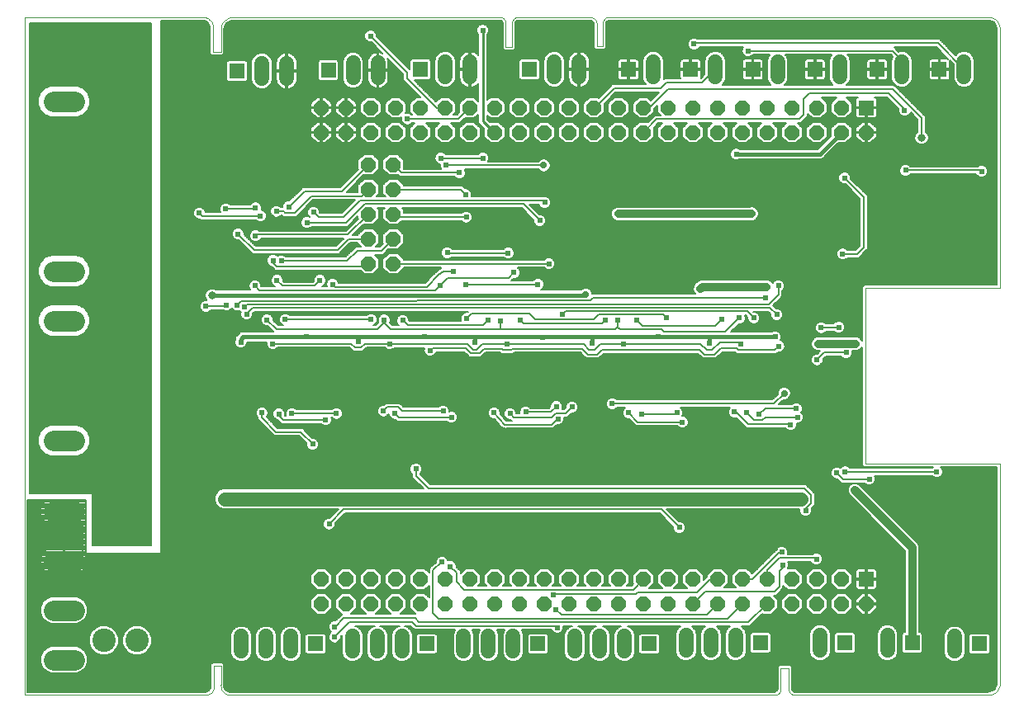
<source format=gbl>
G75*
%MOIN*%
%OFA0B0*%
%FSLAX24Y24*%
%IPPOS*%
%LPD*%
%AMOC8*
5,1,8,0,0,1.08239X$1,22.5*
%
%ADD10C,0.0000*%
%ADD11R,0.0600X0.0600*%
%ADD12C,0.0600*%
%ADD13C,0.0825*%
%ADD14OC8,0.0600*%
%ADD15C,0.0945*%
%ADD16C,0.0240*%
%ADD17C,0.0060*%
%ADD18C,0.0356*%
%ADD19C,0.0079*%
%ADD20C,0.0240*%
%ADD21C,0.0277*%
%ADD22C,0.0161*%
%ADD23C,0.0100*%
%ADD24C,0.0320*%
%ADD25C,0.0317*%
%ADD26C,0.0160*%
%ADD27C,0.0061*%
%ADD28C,0.0120*%
%ADD29C,0.0560*%
%ADD30C,0.0323*%
D10*
X002484Y003433D02*
X009806Y003433D01*
X009807Y003433D02*
X009841Y003436D01*
X009875Y003443D01*
X009909Y003454D01*
X009941Y003467D01*
X009971Y003484D01*
X010000Y003503D01*
X010027Y003525D01*
X010052Y003550D01*
X010073Y003577D01*
X010093Y003606D01*
X010109Y003637D01*
X010122Y003670D01*
X010132Y003703D01*
X010138Y003737D01*
X010142Y003772D01*
X010141Y003807D01*
X010141Y004614D01*
X010417Y004614D01*
X010417Y003846D01*
X010416Y003847D02*
X010415Y003809D01*
X010418Y003771D01*
X010424Y003734D01*
X010434Y003697D01*
X010448Y003662D01*
X010464Y003628D01*
X010485Y003596D01*
X010508Y003566D01*
X010534Y003539D01*
X010562Y003514D01*
X010593Y003492D01*
X010626Y003474D01*
X010660Y003458D01*
X010696Y003446D01*
X010733Y003438D01*
X010770Y003433D01*
X010771Y003433D02*
X032779Y003433D01*
X032808Y003436D01*
X032837Y003443D01*
X032865Y003453D01*
X032892Y003466D01*
X032917Y003482D01*
X032939Y003502D01*
X032960Y003523D01*
X032977Y003547D01*
X032991Y003573D01*
X033002Y003601D01*
X033010Y003630D01*
X033014Y003659D01*
X033015Y003689D01*
X033015Y004516D01*
X033330Y004516D01*
X033330Y003689D01*
X033331Y003659D01*
X033335Y003630D01*
X033343Y003601D01*
X033354Y003573D01*
X033368Y003547D01*
X033385Y003523D01*
X033406Y003502D01*
X033428Y003482D01*
X033453Y003466D01*
X033480Y003453D01*
X033508Y003443D01*
X033537Y003436D01*
X033566Y003433D01*
X041361Y003433D01*
X041402Y003432D01*
X041442Y003435D01*
X041482Y003441D01*
X041522Y003451D01*
X041560Y003464D01*
X041597Y003480D01*
X041632Y003500D01*
X041666Y003522D01*
X041698Y003548D01*
X041727Y003576D01*
X041753Y003606D01*
X041777Y003639D01*
X041798Y003674D01*
X041816Y003710D01*
X041831Y003748D01*
X041842Y003786D01*
X041850Y003826D01*
X041854Y003866D01*
X041854Y012783D01*
X036417Y012783D01*
X036417Y019870D01*
X041854Y019870D01*
X041854Y030402D01*
X041854Y030401D02*
X041849Y030441D01*
X041841Y030480D01*
X041829Y030519D01*
X041814Y030556D01*
X041796Y030592D01*
X041775Y030626D01*
X041751Y030658D01*
X041724Y030688D01*
X041695Y030715D01*
X041664Y030740D01*
X041630Y030762D01*
X041595Y030781D01*
X041558Y030796D01*
X041520Y030809D01*
X041481Y030818D01*
X041442Y030824D01*
X041402Y030826D01*
X041362Y030825D01*
X041361Y030825D02*
X026056Y030825D01*
X026028Y030820D01*
X026000Y030812D01*
X025973Y030800D01*
X025947Y030786D01*
X025924Y030768D01*
X025903Y030748D01*
X025885Y030725D01*
X025869Y030701D01*
X025856Y030674D01*
X025847Y030646D01*
X025841Y030618D01*
X025839Y030589D01*
X025840Y030559D01*
X025840Y029634D01*
X025584Y029634D01*
X025584Y030539D01*
X025585Y030570D01*
X025582Y030601D01*
X025575Y030631D01*
X025564Y030661D01*
X025550Y030688D01*
X025533Y030714D01*
X025513Y030738D01*
X025490Y030759D01*
X025465Y030777D01*
X025437Y030792D01*
X025408Y030803D01*
X025378Y030811D01*
X025348Y030815D01*
X022365Y030815D01*
X022366Y030815D02*
X022338Y030808D01*
X022310Y030798D01*
X022285Y030785D01*
X022261Y030769D01*
X022239Y030751D01*
X022219Y030729D01*
X022202Y030706D01*
X022189Y030681D01*
X022178Y030654D01*
X022171Y030626D01*
X022167Y030597D01*
X022166Y030568D01*
X022169Y030540D01*
X022169Y030539D02*
X022169Y029614D01*
X021913Y029614D01*
X021913Y030539D01*
X021912Y030540D02*
X021915Y030568D01*
X021914Y030597D01*
X021910Y030626D01*
X021903Y030654D01*
X021892Y030681D01*
X021879Y030706D01*
X021862Y030729D01*
X021842Y030751D01*
X021820Y030769D01*
X021796Y030785D01*
X021771Y030798D01*
X021743Y030808D01*
X021715Y030815D01*
X021716Y030815D02*
X010889Y030815D01*
X010848Y030813D01*
X010807Y030808D01*
X010767Y030799D01*
X010728Y030787D01*
X010690Y030771D01*
X010653Y030752D01*
X010618Y030730D01*
X010586Y030705D01*
X010555Y030677D01*
X010527Y030646D01*
X010502Y030614D01*
X010480Y030579D01*
X010461Y030542D01*
X010445Y030504D01*
X010433Y030465D01*
X010424Y030425D01*
X010419Y030384D01*
X010417Y030343D01*
X010417Y029398D01*
X010102Y029398D01*
X010102Y030343D01*
X010105Y030382D01*
X010104Y030421D01*
X010100Y030459D01*
X010093Y030498D01*
X010082Y030535D01*
X010067Y030571D01*
X010050Y030606D01*
X010029Y030639D01*
X010005Y030670D01*
X009978Y030698D01*
X009949Y030724D01*
X009918Y030747D01*
X009885Y030768D01*
X009850Y030785D01*
X009813Y030798D01*
X009776Y030809D01*
X009737Y030816D01*
X009737Y030815D02*
X002484Y030815D01*
X002484Y003433D01*
D11*
X014239Y005500D03*
X018728Y005500D03*
X023216Y005500D03*
X027704Y005500D03*
X032192Y005539D03*
X035602Y005539D03*
X038318Y005539D03*
X041035Y005500D03*
X036466Y008116D03*
X036466Y027161D03*
X036905Y028709D03*
X039415Y028709D03*
X034395Y028709D03*
X031885Y028709D03*
X029375Y028709D03*
X026865Y028709D03*
X022871Y028709D03*
X018472Y028709D03*
X014751Y028669D03*
X011070Y028650D03*
D12*
X012070Y028950D02*
X012070Y028350D01*
X013070Y028350D02*
X013070Y028950D01*
X015751Y028969D02*
X015751Y028369D01*
X016751Y028369D02*
X016751Y028969D01*
X019472Y029009D02*
X019472Y028409D01*
X020472Y028409D02*
X020472Y029009D01*
X023871Y029009D02*
X023871Y028409D01*
X024871Y028409D02*
X024871Y029009D01*
X027865Y029009D02*
X027865Y028409D01*
X030375Y028409D02*
X030375Y029009D01*
X032885Y029009D02*
X032885Y028409D01*
X035395Y028409D02*
X035395Y029009D01*
X037905Y029009D02*
X037905Y028409D01*
X040415Y028409D02*
X040415Y029009D01*
X037318Y005839D02*
X037318Y005239D01*
X034602Y005239D02*
X034602Y005839D01*
X031192Y005839D02*
X031192Y005239D01*
X030192Y005239D02*
X030192Y005839D01*
X029192Y005839D02*
X029192Y005239D01*
X026704Y005200D02*
X026704Y005800D01*
X025704Y005800D02*
X025704Y005200D01*
X024704Y005200D02*
X024704Y005800D01*
X022216Y005800D02*
X022216Y005200D01*
X021216Y005200D02*
X021216Y005800D01*
X020216Y005800D02*
X020216Y005200D01*
X017728Y005200D02*
X017728Y005800D01*
X016728Y005800D02*
X016728Y005200D01*
X015728Y005200D02*
X015728Y005800D01*
X013239Y005800D02*
X013239Y005200D01*
X012239Y005200D02*
X012239Y005800D01*
X011239Y005800D02*
X011239Y005200D01*
X040035Y005200D02*
X040035Y005800D01*
D13*
X004493Y004862D02*
X003668Y004862D01*
X003668Y006862D02*
X004493Y006862D01*
X004493Y008862D02*
X003668Y008862D01*
X003668Y010862D02*
X004493Y010862D01*
X004493Y013713D02*
X003668Y013713D01*
X003668Y015713D02*
X004493Y015713D01*
X004493Y018563D02*
X003668Y018563D01*
X003668Y020563D02*
X004493Y020563D01*
X004493Y022563D02*
X003668Y022563D01*
X003668Y024563D02*
X004493Y024563D01*
X004493Y027413D02*
X003668Y027413D01*
X003668Y029413D02*
X004493Y029413D01*
D14*
X014466Y027161D03*
X015466Y027161D03*
X015466Y026161D03*
X014466Y026161D03*
X016373Y024862D03*
X016373Y023862D03*
X016373Y022862D03*
X016373Y021862D03*
X016373Y020862D03*
X017373Y020862D03*
X017373Y021862D03*
X017373Y022862D03*
X017373Y023862D03*
X017373Y024862D03*
X017466Y026161D03*
X018466Y026161D03*
X019466Y026161D03*
X020466Y026161D03*
X021466Y026161D03*
X022466Y026161D03*
X023466Y026161D03*
X024466Y026161D03*
X025466Y026161D03*
X026466Y026161D03*
X027466Y026161D03*
X028466Y026161D03*
X029466Y026161D03*
X030466Y026161D03*
X031466Y026161D03*
X032466Y026161D03*
X033466Y026161D03*
X034466Y026161D03*
X035466Y026161D03*
X036466Y026161D03*
X035466Y027161D03*
X034466Y027161D03*
X033466Y027161D03*
X032466Y027161D03*
X031466Y027161D03*
X030466Y027161D03*
X029466Y027161D03*
X028466Y027161D03*
X027466Y027161D03*
X026466Y027161D03*
X025466Y027161D03*
X024466Y027161D03*
X023466Y027161D03*
X022466Y027161D03*
X021466Y027161D03*
X020466Y027161D03*
X019466Y027161D03*
X018466Y027161D03*
X017466Y027161D03*
X016466Y027161D03*
X016466Y026161D03*
X016466Y008116D03*
X017466Y008116D03*
X018466Y008116D03*
X019466Y008116D03*
X020466Y008116D03*
X021466Y008116D03*
X022466Y008116D03*
X023466Y008116D03*
X024466Y008116D03*
X025466Y008116D03*
X026466Y008116D03*
X027466Y008116D03*
X028466Y008116D03*
X029466Y008116D03*
X030466Y008116D03*
X031466Y008116D03*
X032466Y008116D03*
X033466Y008116D03*
X034466Y008116D03*
X035466Y008116D03*
X035466Y007116D03*
X036466Y007116D03*
X034466Y007116D03*
X033466Y007116D03*
X032466Y007116D03*
X031466Y007116D03*
X030466Y007116D03*
X029466Y007116D03*
X028466Y007116D03*
X027466Y007116D03*
X026466Y007116D03*
X025466Y007116D03*
X024466Y007116D03*
X023466Y007116D03*
X022466Y007116D03*
X021466Y007116D03*
X020466Y007116D03*
X019466Y007116D03*
X018466Y007116D03*
X017466Y007116D03*
X016466Y007116D03*
X015466Y007116D03*
X014466Y007116D03*
X014466Y008116D03*
X015466Y008116D03*
D15*
X007031Y010520D03*
X005692Y010520D03*
X005692Y005638D03*
X007031Y005638D03*
D16*
X010033Y008000D03*
X010033Y008335D03*
X010387Y008335D03*
X010387Y008000D03*
X011568Y008295D03*
X011588Y008630D03*
X011942Y008630D03*
X011942Y008295D03*
X013005Y008256D03*
X013005Y008591D03*
X013340Y008591D03*
X013340Y008256D03*
X014226Y009831D03*
X014501Y009831D03*
X014501Y010106D03*
X014226Y010106D03*
X015505Y009988D03*
X015505Y010303D03*
X015505Y009654D03*
X015505Y009339D03*
X016234Y008748D03*
X016588Y008748D03*
X018104Y008787D03*
X018419Y008807D03*
X020151Y009850D03*
X020151Y010126D03*
X020151Y010421D03*
X019245Y010382D03*
X018635Y010539D03*
X020643Y008787D03*
X020938Y008787D03*
X022159Y008807D03*
X022513Y008807D03*
X023241Y009811D03*
X023241Y010126D03*
X023556Y010146D03*
X023556Y009831D03*
X024600Y009831D03*
X024875Y009831D03*
X024875Y010126D03*
X024600Y010126D03*
X025564Y008807D03*
X025938Y008807D03*
X026962Y008807D03*
X027336Y008807D03*
X028104Y009811D03*
X028104Y010126D03*
X028438Y010126D03*
X028438Y009831D03*
X029619Y009811D03*
X029619Y009496D03*
X029619Y010146D03*
X029619Y010441D03*
X030299Y008768D03*
X030673Y008768D03*
X031913Y008807D03*
X032188Y008807D03*
X032799Y009378D03*
X032799Y009713D03*
X032799Y010028D03*
X032799Y010343D03*
X032946Y012547D03*
X032946Y012823D03*
X032060Y012783D03*
X032060Y013079D03*
X032060Y013374D03*
X032060Y013669D03*
X031667Y013669D03*
X031667Y013374D03*
X031667Y013079D03*
X031667Y012783D03*
X031273Y012783D03*
X031273Y013079D03*
X031273Y013374D03*
X031273Y013669D03*
X030879Y013669D03*
X030879Y013374D03*
X030879Y013079D03*
X030879Y012783D03*
X030486Y012783D03*
X030486Y013079D03*
X030486Y013374D03*
X030486Y013669D03*
X029895Y013866D03*
X029619Y013866D03*
X028182Y012862D03*
X028182Y012567D03*
X027336Y012783D03*
X027336Y013079D03*
X027336Y013374D03*
X027336Y013669D03*
X026942Y013669D03*
X026942Y013374D03*
X026942Y013079D03*
X026942Y012783D03*
X026549Y012783D03*
X026549Y013079D03*
X026549Y013374D03*
X026549Y013669D03*
X026155Y013669D03*
X026155Y013374D03*
X026155Y013079D03*
X026155Y012783D03*
X025761Y012783D03*
X025761Y013079D03*
X025761Y013374D03*
X025761Y013669D03*
X025269Y013906D03*
X024993Y013906D03*
X023478Y012862D03*
X023478Y012567D03*
X022611Y012783D03*
X022611Y013079D03*
X022611Y013374D03*
X022611Y013669D03*
X022218Y013669D03*
X022218Y013374D03*
X022218Y013079D03*
X022218Y012783D03*
X021824Y012783D03*
X021824Y013079D03*
X021824Y013374D03*
X021824Y013669D03*
X021430Y013669D03*
X021430Y013374D03*
X021430Y013079D03*
X021430Y012783D03*
X021037Y012783D03*
X021037Y013079D03*
X021037Y013374D03*
X021037Y013669D03*
X020407Y013886D03*
X020131Y013886D03*
X018783Y012872D03*
X018783Y012577D03*
X017887Y012783D03*
X017887Y013079D03*
X017887Y013374D03*
X017887Y013669D03*
X017493Y013669D03*
X017493Y013374D03*
X017493Y013079D03*
X017493Y012783D03*
X017100Y012783D03*
X017100Y013079D03*
X017100Y013374D03*
X017100Y013669D03*
X016706Y013669D03*
X016706Y013374D03*
X016706Y013079D03*
X016706Y012783D03*
X016312Y012783D03*
X016312Y013079D03*
X016312Y013374D03*
X016312Y013669D03*
X015781Y013886D03*
X015486Y013886D03*
X014019Y012852D03*
X014019Y012537D03*
X013163Y012783D03*
X013163Y013079D03*
X013163Y013374D03*
X013163Y013669D03*
X012769Y013669D03*
X012769Y013374D03*
X012769Y013079D03*
X012769Y012783D03*
X012375Y012783D03*
X012375Y013079D03*
X012375Y013374D03*
X012375Y013669D03*
X011982Y013669D03*
X011982Y013374D03*
X011982Y013079D03*
X011982Y012783D03*
X011588Y012783D03*
X011588Y013079D03*
X011588Y013374D03*
X011588Y013669D03*
X011037Y013866D03*
X010663Y013866D03*
X008930Y013965D03*
X008537Y013965D03*
X008537Y013472D03*
X008930Y013472D03*
X008930Y012980D03*
X008537Y012980D03*
X008478Y015323D03*
X008734Y016504D03*
X008202Y017567D03*
X008586Y019083D03*
X009029Y019083D03*
X009029Y019575D03*
X008586Y019575D03*
X008586Y020067D03*
X009029Y020067D03*
X008458Y021327D03*
X008576Y022528D03*
X008143Y023433D03*
X010702Y023748D03*
X012867Y022449D03*
X013281Y022449D03*
X013871Y020224D03*
X012277Y017114D03*
X012277Y016819D03*
X011982Y016819D03*
X011982Y017114D03*
X010820Y017094D03*
X015564Y017114D03*
X016706Y017114D03*
X016706Y016819D03*
X017001Y016819D03*
X017001Y017114D03*
X020210Y017114D03*
X021430Y017114D03*
X021430Y016819D03*
X021726Y016819D03*
X021736Y017104D03*
X024909Y017124D03*
X026145Y017114D03*
X026145Y016819D03*
X026460Y016819D03*
X026460Y017114D03*
X029633Y017115D03*
X030869Y017124D03*
X030869Y016809D03*
X031184Y016809D03*
X031184Y017124D03*
X035033Y013610D03*
X034993Y013315D03*
X035820Y010146D03*
X038596Y010224D03*
X038763Y008541D03*
X041322Y008502D03*
X041352Y010224D03*
X039984Y020589D03*
X038960Y020589D03*
X035515Y021248D03*
X035594Y024319D03*
X026450Y022872D03*
X010919Y010224D03*
X010919Y009909D03*
X010919Y009594D03*
X010919Y009280D03*
X009029Y026120D03*
X008586Y026120D03*
X008586Y026612D03*
X009029Y026612D03*
X009029Y027104D03*
X008586Y027104D03*
X008478Y028433D03*
X008596Y029713D03*
D17*
X007995Y029700D02*
X009972Y029700D01*
X009972Y029758D02*
X007995Y029758D01*
X007995Y029817D02*
X009972Y029817D01*
X009972Y029875D02*
X007995Y029875D01*
X007995Y029934D02*
X009972Y029934D01*
X009972Y029992D02*
X007995Y029992D01*
X007995Y030051D02*
X009972Y030051D01*
X009972Y030109D02*
X007995Y030109D01*
X007995Y030168D02*
X009972Y030168D01*
X009972Y030226D02*
X007995Y030226D01*
X007995Y030285D02*
X009972Y030285D01*
X009972Y030298D02*
X009972Y029344D01*
X010048Y029268D01*
X010470Y029268D01*
X010547Y029344D01*
X010547Y030343D01*
X020740Y030343D01*
X020737Y030336D02*
X020737Y030237D01*
X020776Y030145D01*
X020807Y030113D01*
X020807Y029278D01*
X020800Y029289D01*
X020752Y029337D01*
X020697Y029376D01*
X020637Y029407D01*
X020572Y029428D01*
X020506Y029439D01*
X020502Y029439D01*
X020502Y028739D01*
X020442Y028739D01*
X020442Y029439D01*
X020438Y029439D01*
X020371Y029428D01*
X020307Y029407D01*
X019633Y029407D01*
X019557Y029439D02*
X019715Y029373D01*
X019836Y029252D01*
X019902Y029094D01*
X019902Y028323D01*
X019836Y028165D01*
X019715Y028044D01*
X019557Y027979D01*
X019386Y027979D01*
X019228Y028044D01*
X019107Y028165D01*
X019042Y028323D01*
X019042Y029094D01*
X019107Y029252D01*
X019228Y029373D01*
X019386Y029439D01*
X019557Y029439D01*
X019740Y029349D02*
X020208Y029349D01*
X020192Y029337D02*
X020144Y029289D01*
X020104Y029234D01*
X020073Y029174D01*
X020052Y029109D01*
X020042Y029043D01*
X020042Y028739D01*
X020442Y028739D01*
X020442Y028679D01*
X020502Y028679D01*
X020502Y027979D01*
X020506Y027979D01*
X020572Y027989D01*
X020637Y028010D01*
X020697Y028041D01*
X020752Y028081D01*
X020800Y028129D01*
X020807Y028139D01*
X020807Y027428D01*
X020644Y027591D01*
X020288Y027591D01*
X020036Y027340D01*
X020036Y026983D01*
X020043Y026976D01*
X019937Y026871D01*
X019783Y026871D01*
X019896Y026983D01*
X019896Y027340D01*
X019644Y027591D01*
X019288Y027591D01*
X019097Y027400D01*
X018219Y028279D01*
X018826Y028279D01*
X018902Y028355D01*
X018902Y029063D01*
X018826Y029139D01*
X018118Y029139D01*
X018042Y029063D01*
X018042Y028702D01*
X018003Y028741D01*
X016710Y030033D01*
X016710Y030107D01*
X016672Y030199D01*
X016602Y030269D01*
X016510Y030307D01*
X016410Y030307D01*
X016318Y030269D01*
X016248Y030199D01*
X016210Y030107D01*
X016210Y030007D01*
X016248Y029915D01*
X016318Y029845D01*
X016410Y029807D01*
X016484Y029807D01*
X016930Y029361D01*
X016916Y029368D01*
X016852Y029389D01*
X016785Y029399D01*
X016781Y029399D01*
X016781Y028699D01*
X017181Y028699D01*
X017181Y029003D01*
X017171Y029070D01*
X017150Y029134D01*
X017143Y029148D01*
X017776Y028514D01*
X017776Y028268D01*
X018453Y027591D01*
X018288Y027591D01*
X018036Y027340D01*
X018036Y026983D01*
X018149Y026871D01*
X018130Y026871D01*
X018078Y026923D01*
X017986Y026961D01*
X017887Y026961D01*
X017864Y026951D01*
X017896Y026983D01*
X017896Y027340D01*
X017644Y027591D01*
X017288Y027591D01*
X017036Y027340D01*
X017036Y026983D01*
X017288Y026731D01*
X017644Y026731D01*
X017696Y026783D01*
X017686Y026760D01*
X017686Y026661D01*
X017724Y026569D01*
X017795Y026499D01*
X017887Y026461D01*
X017986Y026461D01*
X018078Y026499D01*
X018130Y026551D01*
X018247Y026551D01*
X018036Y026340D01*
X018036Y025983D01*
X018288Y025731D01*
X018644Y025731D01*
X018896Y025983D01*
X018896Y026340D01*
X018685Y026551D01*
X019247Y026551D01*
X019036Y026340D01*
X019036Y025983D01*
X019288Y025731D01*
X019644Y025731D01*
X019896Y025983D01*
X019896Y026340D01*
X019685Y026551D01*
X020070Y026551D01*
X020163Y026644D01*
X020269Y026750D01*
X020288Y026731D01*
X020644Y026731D01*
X020807Y026895D01*
X020807Y026538D01*
X020913Y026432D01*
X021036Y026309D01*
X021036Y025983D01*
X021288Y025731D01*
X021644Y025731D01*
X021896Y025983D01*
X021896Y026340D01*
X021644Y026591D01*
X021288Y026591D01*
X021275Y026579D01*
X021167Y026687D01*
X021167Y026852D01*
X021288Y026731D01*
X021644Y026731D01*
X021896Y026983D01*
X021896Y027340D01*
X021644Y027591D01*
X021288Y027591D01*
X021167Y027471D01*
X021167Y030113D01*
X021199Y030145D01*
X021237Y030237D01*
X021237Y030336D01*
X021199Y030428D01*
X021129Y030498D01*
X021037Y030536D01*
X020938Y030536D01*
X020846Y030498D01*
X020776Y030428D01*
X020737Y030336D01*
X020737Y030285D02*
X016564Y030285D01*
X016644Y030226D02*
X020742Y030226D01*
X020766Y030168D02*
X016685Y030168D01*
X016709Y030109D02*
X020807Y030109D01*
X020807Y030051D02*
X016710Y030051D01*
X016751Y029992D02*
X020807Y029992D01*
X020807Y029934D02*
X016810Y029934D01*
X016868Y029875D02*
X020807Y029875D01*
X020807Y029817D02*
X016927Y029817D01*
X016985Y029758D02*
X020807Y029758D01*
X020807Y029700D02*
X017044Y029700D01*
X017102Y029641D02*
X020807Y029641D01*
X020807Y029583D02*
X017161Y029583D01*
X017219Y029524D02*
X020807Y029524D01*
X020807Y029466D02*
X017278Y029466D01*
X017336Y029407D02*
X019310Y029407D01*
X019204Y029349D02*
X017395Y029349D01*
X017453Y029290D02*
X019145Y029290D01*
X019099Y029232D02*
X017512Y029232D01*
X017570Y029173D02*
X019074Y029173D01*
X019050Y029115D02*
X018850Y029115D01*
X018902Y029056D02*
X019042Y029056D01*
X019042Y028998D02*
X018902Y028998D01*
X018902Y028939D02*
X019042Y028939D01*
X019042Y028881D02*
X018902Y028881D01*
X018902Y028822D02*
X019042Y028822D01*
X019042Y028764D02*
X018902Y028764D01*
X018902Y028705D02*
X019042Y028705D01*
X019042Y028647D02*
X018902Y028647D01*
X018902Y028588D02*
X019042Y028588D01*
X019042Y028530D02*
X018902Y028530D01*
X018902Y028471D02*
X019042Y028471D01*
X019042Y028413D02*
X018902Y028413D01*
X018901Y028354D02*
X019042Y028354D01*
X019053Y028296D02*
X018843Y028296D01*
X019077Y028237D02*
X018260Y028237D01*
X018319Y028179D02*
X019102Y028179D01*
X019152Y028120D02*
X018377Y028120D01*
X018436Y028062D02*
X019211Y028062D01*
X019327Y028003D02*
X018494Y028003D01*
X018553Y027945D02*
X020807Y027945D01*
X020807Y028003D02*
X020615Y028003D01*
X020502Y028003D02*
X020442Y028003D01*
X020442Y027979D02*
X020442Y028679D01*
X020042Y028679D01*
X020042Y028375D01*
X020052Y028308D01*
X020073Y028244D01*
X020104Y028183D01*
X020144Y028129D01*
X020192Y028081D01*
X020246Y028041D01*
X020307Y028010D01*
X020371Y027989D01*
X020438Y027979D01*
X020442Y027979D01*
X020442Y028062D02*
X020502Y028062D01*
X020502Y028120D02*
X020442Y028120D01*
X020442Y028179D02*
X020502Y028179D01*
X020502Y028237D02*
X020442Y028237D01*
X020442Y028296D02*
X020502Y028296D01*
X020502Y028354D02*
X020442Y028354D01*
X020442Y028413D02*
X020502Y028413D01*
X020502Y028471D02*
X020442Y028471D01*
X020442Y028530D02*
X020502Y028530D01*
X020502Y028588D02*
X020442Y028588D01*
X020442Y028647D02*
X020502Y028647D01*
X020442Y028705D02*
X019902Y028705D01*
X019902Y028647D02*
X020042Y028647D01*
X020042Y028588D02*
X019902Y028588D01*
X019902Y028530D02*
X020042Y028530D01*
X020042Y028471D02*
X019902Y028471D01*
X019902Y028413D02*
X020042Y028413D01*
X020045Y028354D02*
X019902Y028354D01*
X019890Y028296D02*
X020056Y028296D01*
X020077Y028237D02*
X019866Y028237D01*
X019842Y028179D02*
X020107Y028179D01*
X020152Y028120D02*
X019791Y028120D01*
X019733Y028062D02*
X020218Y028062D01*
X020328Y028003D02*
X019616Y028003D01*
X019700Y027535D02*
X020231Y027535D01*
X020173Y027477D02*
X019759Y027477D01*
X019817Y027418D02*
X020114Y027418D01*
X020056Y027360D02*
X019876Y027360D01*
X019896Y027301D02*
X020036Y027301D01*
X020036Y027243D02*
X019896Y027243D01*
X019896Y027184D02*
X020036Y027184D01*
X020036Y027126D02*
X019896Y027126D01*
X019896Y027067D02*
X020036Y027067D01*
X020036Y027009D02*
X019896Y027009D01*
X019863Y026950D02*
X020016Y026950D01*
X019958Y026892D02*
X019804Y026892D01*
X020003Y026711D02*
X017936Y026711D01*
X017686Y026716D02*
X007995Y026716D01*
X007995Y026658D02*
X017688Y026658D01*
X017712Y026599D02*
X007995Y026599D01*
X007995Y026541D02*
X014237Y026541D01*
X014288Y026591D02*
X014036Y026340D01*
X014036Y026191D01*
X014436Y026191D01*
X014436Y026131D01*
X014496Y026131D01*
X014496Y025731D01*
X014644Y025731D01*
X014896Y025983D01*
X014896Y026131D01*
X015036Y026131D01*
X015036Y025983D01*
X015288Y025731D01*
X015436Y025731D01*
X015436Y026131D01*
X015496Y026131D01*
X015496Y025731D01*
X015644Y025731D01*
X015896Y025983D01*
X015896Y026131D01*
X016036Y026131D01*
X016036Y026073D02*
X015896Y026073D01*
X015896Y026131D02*
X015496Y026131D01*
X015436Y026131D01*
X015036Y026131D01*
X015036Y026073D02*
X014896Y026073D01*
X014896Y026131D02*
X014496Y026131D01*
X014436Y026131D01*
X014436Y025731D01*
X014288Y025731D01*
X014036Y025983D01*
X014036Y026131D01*
X007995Y026131D01*
X007995Y026073D02*
X014036Y026073D01*
X014036Y026131D02*
X014436Y026131D01*
X014436Y026073D02*
X014496Y026073D01*
X014496Y026131D02*
X014496Y026191D01*
X014896Y026191D01*
X014896Y026340D01*
X014644Y026591D01*
X014496Y026591D01*
X014496Y026191D01*
X014436Y026191D01*
X014436Y026591D01*
X014288Y026591D01*
X014288Y026731D02*
X014036Y026983D01*
X014036Y027131D01*
X014436Y027131D01*
X014496Y027131D01*
X014496Y026731D01*
X014644Y026731D01*
X014896Y026983D01*
X014896Y027131D01*
X014496Y027131D01*
X014496Y027191D01*
X014896Y027191D01*
X014896Y027340D01*
X014644Y027591D01*
X014496Y027591D01*
X014496Y027191D01*
X014436Y027191D01*
X014436Y027131D01*
X014436Y026731D01*
X014288Y026731D01*
X014244Y026775D02*
X007995Y026775D01*
X007995Y026833D02*
X014186Y026833D01*
X014127Y026892D02*
X007995Y026892D01*
X007995Y026950D02*
X014069Y026950D01*
X014036Y027009D02*
X007995Y027009D01*
X007995Y027067D02*
X014036Y027067D01*
X014036Y027126D02*
X007995Y027126D01*
X007995Y027184D02*
X014436Y027184D01*
X014436Y027191D02*
X014036Y027191D01*
X014036Y027340D01*
X014288Y027591D01*
X014436Y027591D01*
X014436Y027191D01*
X014436Y027243D02*
X014496Y027243D01*
X014496Y027301D02*
X014436Y027301D01*
X014436Y027360D02*
X014496Y027360D01*
X014496Y027418D02*
X014436Y027418D01*
X014436Y027477D02*
X014496Y027477D01*
X014496Y027535D02*
X014436Y027535D01*
X014231Y027535D02*
X007995Y027535D01*
X007995Y027477D02*
X014173Y027477D01*
X014114Y027418D02*
X007995Y027418D01*
X007995Y027360D02*
X014056Y027360D01*
X014036Y027301D02*
X007995Y027301D01*
X007995Y027243D02*
X014036Y027243D01*
X014436Y027126D02*
X014496Y027126D01*
X014496Y027184D02*
X015436Y027184D01*
X015436Y027191D02*
X015436Y027131D01*
X015496Y027131D01*
X015496Y026731D01*
X015644Y026731D01*
X015896Y026983D01*
X015896Y027131D01*
X015496Y027131D01*
X015496Y027191D01*
X015896Y027191D01*
X015896Y027340D01*
X015644Y027591D01*
X015496Y027591D01*
X015496Y027191D01*
X015436Y027191D01*
X015036Y027191D01*
X015036Y027340D01*
X015288Y027591D01*
X015436Y027591D01*
X015436Y027191D01*
X015436Y027243D02*
X015496Y027243D01*
X015496Y027301D02*
X015436Y027301D01*
X015436Y027360D02*
X015496Y027360D01*
X015496Y027418D02*
X015436Y027418D01*
X015436Y027477D02*
X015496Y027477D01*
X015496Y027535D02*
X015436Y027535D01*
X015231Y027535D02*
X014700Y027535D01*
X014759Y027477D02*
X015173Y027477D01*
X015114Y027418D02*
X014817Y027418D01*
X014876Y027360D02*
X015056Y027360D01*
X015036Y027301D02*
X014896Y027301D01*
X014896Y027243D02*
X015036Y027243D01*
X015036Y027131D02*
X015036Y026983D01*
X015288Y026731D01*
X015436Y026731D01*
X015436Y027131D01*
X015036Y027131D01*
X015036Y027126D02*
X014896Y027126D01*
X014896Y027067D02*
X015036Y027067D01*
X015036Y027009D02*
X014896Y027009D01*
X014863Y026950D02*
X015069Y026950D01*
X015127Y026892D02*
X014804Y026892D01*
X014746Y026833D02*
X015186Y026833D01*
X015244Y026775D02*
X014687Y026775D01*
X014496Y026775D02*
X014436Y026775D01*
X014436Y026833D02*
X014496Y026833D01*
X014496Y026892D02*
X014436Y026892D01*
X014436Y026950D02*
X014496Y026950D01*
X014496Y027009D02*
X014436Y027009D01*
X014436Y027067D02*
X014496Y027067D01*
X014496Y026541D02*
X014436Y026541D01*
X014436Y026482D02*
X014496Y026482D01*
X014496Y026424D02*
X014436Y026424D01*
X014436Y026365D02*
X014496Y026365D01*
X014496Y026307D02*
X014436Y026307D01*
X014436Y026248D02*
X014496Y026248D01*
X014496Y026190D02*
X015436Y026190D01*
X015436Y026191D02*
X015436Y026131D01*
X015436Y026073D02*
X015496Y026073D01*
X015496Y026131D02*
X015496Y026191D01*
X015896Y026191D01*
X015896Y026340D01*
X015644Y026591D01*
X015496Y026591D01*
X015496Y026191D01*
X015436Y026191D01*
X015036Y026191D01*
X015036Y026340D01*
X015288Y026591D01*
X015436Y026591D01*
X015436Y026191D01*
X015436Y026248D02*
X015496Y026248D01*
X015496Y026190D02*
X016036Y026190D01*
X016036Y026248D02*
X015896Y026248D01*
X015896Y026307D02*
X016036Y026307D01*
X016036Y026340D02*
X016036Y025983D01*
X016288Y025731D01*
X016644Y025731D01*
X016896Y025983D01*
X016896Y026340D01*
X016644Y026591D01*
X016288Y026591D01*
X016036Y026340D01*
X016061Y026365D02*
X015870Y026365D01*
X015812Y026424D02*
X016120Y026424D01*
X016178Y026482D02*
X015753Y026482D01*
X015695Y026541D02*
X016237Y026541D01*
X016288Y026731D02*
X016644Y026731D01*
X016896Y026983D01*
X016896Y027340D01*
X016644Y027591D01*
X016288Y027591D01*
X016036Y027340D01*
X016036Y026983D01*
X016288Y026731D01*
X016244Y026775D02*
X015687Y026775D01*
X015746Y026833D02*
X016186Y026833D01*
X016127Y026892D02*
X015804Y026892D01*
X015863Y026950D02*
X016069Y026950D01*
X016036Y027009D02*
X015896Y027009D01*
X015896Y027067D02*
X016036Y027067D01*
X016036Y027126D02*
X015896Y027126D01*
X015896Y027243D02*
X016036Y027243D01*
X016036Y027301D02*
X015896Y027301D01*
X015876Y027360D02*
X016056Y027360D01*
X016114Y027418D02*
X015817Y027418D01*
X015759Y027477D02*
X016173Y027477D01*
X016231Y027535D02*
X015700Y027535D01*
X015666Y027939D02*
X015508Y028005D01*
X015387Y028126D01*
X015321Y028284D01*
X015321Y029055D01*
X015387Y029213D01*
X015508Y029334D01*
X015666Y029399D01*
X015837Y029399D01*
X015995Y029334D01*
X016116Y029213D01*
X016181Y029055D01*
X016181Y028284D01*
X016116Y028126D01*
X015995Y028005D01*
X015837Y027939D01*
X015666Y027939D01*
X015653Y027945D02*
X013215Y027945D01*
X013235Y027951D02*
X013296Y027982D01*
X013350Y028022D01*
X013398Y028069D01*
X013438Y028124D01*
X013469Y028185D01*
X013490Y028249D01*
X013500Y028316D01*
X013500Y028620D01*
X013100Y028620D01*
X013100Y028680D01*
X013040Y028680D01*
X013040Y029380D01*
X013036Y029380D01*
X012969Y029369D01*
X012905Y029348D01*
X012845Y029317D01*
X012790Y029278D01*
X012742Y029230D01*
X012702Y029175D01*
X012672Y029115D01*
X012467Y029115D01*
X012443Y029173D02*
X012701Y029173D01*
X012672Y029115D02*
X012651Y029050D01*
X012640Y028983D01*
X012640Y028680D01*
X013040Y028680D01*
X013040Y028620D01*
X012640Y028620D01*
X012640Y028316D01*
X012651Y028249D01*
X012672Y028185D01*
X012702Y028124D01*
X012742Y028069D01*
X012790Y028022D01*
X012845Y027982D01*
X012905Y027951D01*
X012969Y027930D01*
X013036Y027920D01*
X013040Y027920D01*
X013040Y028620D01*
X013100Y028620D01*
X013100Y027920D01*
X013104Y027920D01*
X013171Y027930D01*
X013235Y027951D01*
X013325Y028003D02*
X015511Y028003D01*
X015451Y028062D02*
X013390Y028062D01*
X013435Y028120D02*
X015392Y028120D01*
X015365Y028179D02*
X013466Y028179D01*
X013486Y028237D02*
X015341Y028237D01*
X015321Y028296D02*
X015161Y028296D01*
X015181Y028315D02*
X015181Y029023D01*
X015105Y029099D01*
X014397Y029099D01*
X014321Y029023D01*
X014321Y028315D01*
X014397Y028239D01*
X015105Y028239D01*
X015181Y028315D01*
X015181Y028354D02*
X015321Y028354D01*
X015321Y028413D02*
X015181Y028413D01*
X015181Y028471D02*
X015321Y028471D01*
X015321Y028530D02*
X015181Y028530D01*
X015181Y028588D02*
X015321Y028588D01*
X015321Y028647D02*
X015181Y028647D01*
X015181Y028705D02*
X015321Y028705D01*
X015321Y028764D02*
X015181Y028764D01*
X015181Y028822D02*
X015321Y028822D01*
X015321Y028881D02*
X015181Y028881D01*
X015181Y028939D02*
X015321Y028939D01*
X015321Y028998D02*
X015181Y028998D01*
X015148Y029056D02*
X015322Y029056D01*
X015346Y029115D02*
X013469Y029115D01*
X013438Y029175D01*
X013398Y029230D01*
X013350Y029278D01*
X013296Y029317D01*
X013235Y029348D01*
X013171Y029369D01*
X013104Y029380D01*
X013100Y029380D01*
X013100Y028680D01*
X013500Y028680D01*
X013500Y028983D01*
X013490Y029050D01*
X013469Y029115D01*
X013488Y029056D02*
X014354Y029056D01*
X014321Y028998D02*
X013498Y028998D01*
X013500Y028939D02*
X014321Y028939D01*
X014321Y028881D02*
X013500Y028881D01*
X013500Y028822D02*
X014321Y028822D01*
X014321Y028764D02*
X013500Y028764D01*
X013500Y028705D02*
X014321Y028705D01*
X014321Y028647D02*
X013100Y028647D01*
X013100Y028705D02*
X013040Y028705D01*
X013040Y028647D02*
X012500Y028647D01*
X012500Y028705D02*
X012640Y028705D01*
X012640Y028764D02*
X012500Y028764D01*
X012500Y028822D02*
X012640Y028822D01*
X012640Y028881D02*
X012500Y028881D01*
X012500Y028939D02*
X012640Y028939D01*
X012642Y028998D02*
X012500Y028998D01*
X012500Y029035D02*
X012435Y029193D01*
X012314Y029314D01*
X012156Y029380D01*
X011985Y029380D01*
X011827Y029314D01*
X011706Y029193D01*
X011640Y029035D01*
X011640Y028264D01*
X011706Y028106D01*
X011827Y027985D01*
X011985Y027920D01*
X012156Y027920D01*
X012314Y027985D01*
X012435Y028106D01*
X012500Y028264D01*
X012500Y029035D01*
X012491Y029056D02*
X012653Y029056D01*
X012744Y029232D02*
X012396Y029232D01*
X012338Y029290D02*
X012807Y029290D01*
X012907Y029349D02*
X012230Y029349D01*
X011910Y029349D02*
X010547Y029349D01*
X010547Y029407D02*
X016884Y029407D01*
X016825Y029466D02*
X010547Y029466D01*
X010547Y029524D02*
X016767Y029524D01*
X016708Y029583D02*
X010547Y029583D01*
X010547Y029641D02*
X016650Y029641D01*
X016591Y029700D02*
X010547Y029700D01*
X010547Y029758D02*
X016533Y029758D01*
X016387Y029817D02*
X010547Y029817D01*
X010547Y029875D02*
X016288Y029875D01*
X016240Y029934D02*
X010547Y029934D01*
X010547Y029992D02*
X016216Y029992D01*
X016210Y030051D02*
X010547Y030051D01*
X010547Y030109D02*
X016211Y030109D01*
X016235Y030168D02*
X010547Y030168D01*
X010547Y030226D02*
X016275Y030226D01*
X016356Y030285D02*
X010547Y030285D01*
X010547Y030343D02*
X010553Y030409D01*
X010604Y030533D01*
X010699Y030627D01*
X010822Y030678D01*
X010889Y030685D01*
X021700Y030685D01*
X021722Y030678D01*
X021766Y030642D01*
X021784Y030594D01*
X021783Y030593D01*
X021783Y030550D01*
X021776Y030508D01*
X021783Y030498D01*
X021783Y029560D01*
X021859Y029484D01*
X022222Y029484D01*
X022299Y029560D01*
X022299Y030498D01*
X022306Y030508D01*
X022299Y030550D01*
X022299Y030593D01*
X022298Y030594D01*
X022316Y030642D01*
X022359Y030678D01*
X022381Y030685D01*
X025340Y030685D01*
X025370Y030679D01*
X025424Y030641D01*
X025453Y030582D01*
X025454Y030556D01*
X025454Y030544D01*
X025450Y030496D01*
X025454Y030491D01*
X025454Y029580D01*
X025530Y029504D01*
X025894Y029504D01*
X025970Y029580D01*
X025970Y030513D01*
X025975Y030519D01*
X041681Y030519D01*
X041655Y030570D02*
X041713Y030455D01*
X041724Y030394D01*
X041724Y020000D01*
X036363Y020000D01*
X036287Y019924D01*
X036287Y017756D01*
X036273Y017790D01*
X036191Y017872D01*
X036085Y017916D01*
X034473Y017916D01*
X034367Y017872D01*
X034285Y017790D01*
X034241Y017684D01*
X034241Y017568D01*
X034285Y017462D01*
X034367Y017380D01*
X034473Y017336D01*
X034605Y017336D01*
X034495Y017226D01*
X034422Y017226D01*
X034330Y017188D01*
X034260Y017118D01*
X034222Y017026D01*
X034222Y016927D01*
X034260Y016835D01*
X034330Y016764D01*
X034422Y016726D01*
X034521Y016726D01*
X034613Y016764D01*
X034684Y016835D01*
X034722Y016927D01*
X034722Y017000D01*
X034833Y017112D01*
X035459Y017112D01*
X035511Y017060D01*
X035603Y017022D01*
X035703Y017022D01*
X035794Y017060D01*
X035865Y017130D01*
X035903Y017222D01*
X035903Y017321D01*
X035897Y017336D01*
X036085Y017336D01*
X036191Y017380D01*
X036273Y017462D01*
X036287Y017496D01*
X036287Y012730D01*
X036363Y012653D01*
X039165Y012653D01*
X039121Y012609D01*
X035807Y012609D01*
X035755Y012661D01*
X035663Y012699D01*
X035564Y012699D01*
X035472Y012661D01*
X035426Y012615D01*
X035420Y012621D01*
X035329Y012659D01*
X035229Y012659D01*
X035137Y012621D01*
X035067Y012551D01*
X035029Y012459D01*
X035029Y012360D01*
X035067Y012268D01*
X035137Y012198D01*
X035229Y012159D01*
X035303Y012159D01*
X035375Y012087D01*
X035468Y011994D01*
X036404Y011994D01*
X036456Y011942D01*
X036548Y011904D01*
X036647Y011904D01*
X036739Y011942D01*
X036810Y012012D01*
X036848Y012104D01*
X036848Y012203D01*
X036812Y012289D01*
X039121Y012289D01*
X039173Y012237D01*
X039265Y012199D01*
X039364Y012199D01*
X039456Y012237D01*
X039526Y012307D01*
X039564Y012399D01*
X039564Y012499D01*
X039526Y012590D01*
X039463Y012653D01*
X041724Y012653D01*
X041724Y003873D01*
X041713Y003810D01*
X041656Y003693D01*
X041558Y003607D01*
X041435Y003565D01*
X041377Y003563D01*
X041366Y003563D01*
X041316Y003566D01*
X041312Y003563D01*
X033571Y003563D01*
X033542Y003568D01*
X033491Y003600D01*
X033463Y003654D01*
X033460Y003683D01*
X033460Y003686D01*
X033462Y003738D01*
X033460Y003740D01*
X033460Y004570D01*
X033384Y004646D01*
X032961Y004646D01*
X032885Y004570D01*
X032885Y003740D01*
X032883Y003738D01*
X032885Y003686D01*
X032885Y003683D01*
X032882Y003654D01*
X032854Y003600D01*
X032804Y003568D01*
X032774Y003563D01*
X010779Y003563D01*
X010732Y003571D01*
X010643Y003616D01*
X010578Y003692D01*
X010547Y003787D01*
X010547Y003819D01*
X010547Y003841D01*
X010550Y003890D01*
X010547Y003895D01*
X010547Y004668D01*
X010470Y004744D01*
X010087Y004744D01*
X010011Y004668D01*
X010011Y003857D01*
X010008Y003854D01*
X010011Y003803D01*
X010011Y003795D01*
X010009Y003756D01*
X009980Y003673D01*
X009922Y003608D01*
X009843Y003570D01*
X009800Y003563D01*
X002614Y003563D01*
X002614Y011307D01*
X003357Y011307D01*
X003314Y011276D01*
X003254Y011216D01*
X003204Y011147D01*
X003165Y011070D01*
X003138Y010989D01*
X003125Y010905D01*
X003125Y010892D01*
X004050Y010892D01*
X004050Y010832D01*
X004110Y010832D01*
X004110Y010320D01*
X004535Y010320D01*
X004620Y010333D01*
X004701Y010359D01*
X004777Y010398D01*
X004846Y010448D01*
X004846Y009276D01*
X004777Y009326D01*
X004701Y009365D01*
X004620Y009391D01*
X004535Y009405D01*
X004110Y009405D01*
X004110Y008892D01*
X005035Y008892D01*
X005035Y008905D01*
X005022Y008989D01*
X004995Y009070D01*
X004959Y009142D01*
X007995Y009142D01*
X007995Y030685D01*
X009725Y030685D01*
X009777Y030673D01*
X009875Y030616D01*
X009945Y030526D01*
X009974Y030416D01*
X009974Y030399D01*
X009972Y030396D01*
X009972Y030351D01*
X009966Y030306D01*
X009972Y030298D01*
X009971Y030343D02*
X007995Y030343D01*
X007995Y030402D02*
X009974Y030402D01*
X009963Y030460D02*
X007995Y030460D01*
X007995Y030519D02*
X009947Y030519D01*
X009906Y030577D02*
X007995Y030577D01*
X007995Y030636D02*
X009842Y030636D01*
X009777Y030673D02*
X009777Y030673D01*
X010552Y030402D02*
X020765Y030402D01*
X020808Y030460D02*
X010574Y030460D01*
X010598Y030519D02*
X020895Y030519D01*
X021080Y030519D02*
X021777Y030519D01*
X021783Y030577D02*
X010649Y030577D01*
X010719Y030636D02*
X021768Y030636D01*
X021783Y030460D02*
X021167Y030460D01*
X021210Y030402D02*
X021783Y030402D01*
X021783Y030343D02*
X021235Y030343D01*
X021237Y030285D02*
X021783Y030285D01*
X021783Y030226D02*
X021233Y030226D01*
X021209Y030168D02*
X021783Y030168D01*
X021783Y030109D02*
X021167Y030109D01*
X021167Y030051D02*
X021783Y030051D01*
X021783Y029992D02*
X021167Y029992D01*
X021167Y029934D02*
X021783Y029934D01*
X021783Y029875D02*
X021167Y029875D01*
X021167Y029817D02*
X021783Y029817D01*
X021783Y029758D02*
X021167Y029758D01*
X021167Y029700D02*
X021783Y029700D01*
X021783Y029641D02*
X021167Y029641D01*
X021167Y029583D02*
X021783Y029583D01*
X021819Y029524D02*
X021167Y029524D01*
X021167Y029466D02*
X031446Y029466D01*
X031446Y029506D02*
X031446Y029407D01*
X031484Y029315D01*
X031555Y029245D01*
X031646Y029207D01*
X031746Y029207D01*
X031838Y029245D01*
X031890Y029297D01*
X032565Y029297D01*
X032521Y029252D01*
X032455Y029094D01*
X032455Y028323D01*
X032521Y028165D01*
X032604Y028081D01*
X030656Y028081D01*
X030740Y028165D01*
X030805Y028323D01*
X030805Y029094D01*
X030740Y029252D01*
X030619Y029373D01*
X030461Y029439D01*
X030290Y029439D01*
X030132Y029373D01*
X030011Y029252D01*
X029945Y029094D01*
X029945Y028505D01*
X029793Y028353D01*
X029796Y028358D01*
X029805Y028392D01*
X029805Y028679D01*
X029405Y028679D01*
X029405Y028739D01*
X029345Y028739D01*
X029345Y029139D01*
X029058Y029139D01*
X029025Y029130D01*
X028995Y029113D01*
X028971Y029088D01*
X028954Y029059D01*
X028945Y029026D01*
X028945Y028739D01*
X029345Y028739D01*
X029345Y028679D01*
X028945Y028679D01*
X028945Y028392D01*
X028954Y028358D01*
X028966Y028337D01*
X028323Y028337D01*
X028286Y028300D01*
X028295Y028323D01*
X028295Y029094D01*
X028230Y029252D01*
X028109Y029373D01*
X027951Y029439D01*
X027780Y029439D01*
X027622Y029373D01*
X027501Y029252D01*
X027435Y029094D01*
X027435Y028323D01*
X027501Y028165D01*
X027565Y028101D01*
X026216Y028101D01*
X026123Y028007D01*
X025675Y027560D01*
X025644Y027591D01*
X025288Y027591D01*
X025036Y027340D01*
X025036Y026983D01*
X025288Y026731D01*
X025644Y026731D01*
X025896Y026983D01*
X025896Y027328D01*
X026349Y027781D01*
X028101Y027781D01*
X027778Y027458D01*
X027644Y027591D01*
X027288Y027591D01*
X027036Y027340D01*
X027036Y026983D01*
X027288Y026731D01*
X027644Y026731D01*
X027896Y026983D01*
X027896Y027123D01*
X028036Y027263D01*
X028036Y026983D01*
X028158Y026861D01*
X027949Y026861D01*
X027855Y026767D01*
X027662Y026574D01*
X027644Y026591D01*
X027288Y026591D01*
X027036Y026340D01*
X027036Y025983D01*
X027288Y025731D01*
X027644Y025731D01*
X027896Y025983D01*
X027896Y026340D01*
X027888Y026347D01*
X028081Y026541D01*
X028237Y026541D01*
X028036Y026340D01*
X028036Y025983D01*
X028288Y025731D01*
X028644Y025731D01*
X028896Y025983D01*
X028896Y026340D01*
X028695Y026541D01*
X029237Y026541D01*
X029036Y026340D01*
X029036Y025983D01*
X029288Y025731D01*
X029644Y025731D01*
X029896Y025983D01*
X029896Y026340D01*
X029695Y026541D01*
X030237Y026541D01*
X030036Y026340D01*
X030036Y025983D01*
X030288Y025731D01*
X030644Y025731D01*
X030896Y025983D01*
X030896Y026340D01*
X030695Y026541D01*
X031237Y026541D01*
X031036Y026340D01*
X031036Y025983D01*
X031288Y025731D01*
X031644Y025731D01*
X031896Y025983D01*
X031896Y026340D01*
X031695Y026541D01*
X032237Y026541D01*
X032036Y026340D01*
X032036Y025983D01*
X032288Y025731D01*
X032644Y025731D01*
X032896Y025983D01*
X032896Y026340D01*
X032695Y026541D01*
X033237Y026541D01*
X033036Y026340D01*
X033036Y025983D01*
X033288Y025731D01*
X033644Y025731D01*
X033896Y025983D01*
X033896Y026340D01*
X033695Y026541D01*
X034237Y026541D01*
X034288Y026591D02*
X034036Y026340D01*
X034036Y025983D01*
X034288Y025731D01*
X034644Y025731D01*
X034896Y025983D01*
X034896Y026340D01*
X034644Y026591D01*
X034288Y026591D01*
X034288Y026731D02*
X034644Y026731D01*
X034896Y026983D01*
X034896Y027340D01*
X034651Y027584D01*
X035280Y027584D01*
X035036Y027340D01*
X035036Y026983D01*
X035288Y026731D01*
X035644Y026731D01*
X035896Y026983D01*
X035896Y027340D01*
X035651Y027584D01*
X036121Y027584D01*
X036116Y027583D01*
X036086Y027565D01*
X036062Y027541D01*
X036045Y027512D01*
X036036Y027479D01*
X036036Y027191D01*
X036436Y027191D01*
X036436Y027131D01*
X036496Y027131D01*
X036496Y026731D01*
X036783Y026731D01*
X036816Y026740D01*
X036846Y026757D01*
X036870Y026782D01*
X036887Y026811D01*
X036896Y026844D01*
X036896Y027131D01*
X036496Y027131D01*
X036496Y027191D01*
X036896Y027191D01*
X036896Y027479D01*
X036887Y027512D01*
X036870Y027541D01*
X036846Y027565D01*
X036816Y027583D01*
X036810Y027584D01*
X037309Y027584D01*
X037772Y027121D01*
X037765Y027105D01*
X037765Y027005D01*
X037803Y026914D01*
X037873Y026843D01*
X037965Y026805D01*
X038065Y026805D01*
X038157Y026843D01*
X038227Y026914D01*
X038250Y026968D01*
X038544Y026674D01*
X038544Y026199D01*
X038541Y026197D01*
X038460Y026116D01*
X038416Y026010D01*
X038416Y025895D01*
X038460Y025789D01*
X038541Y025708D01*
X038647Y025664D01*
X038761Y025664D01*
X038867Y025708D01*
X038949Y025789D01*
X038992Y025895D01*
X038992Y026010D01*
X038949Y026116D01*
X038867Y026197D01*
X038864Y026199D01*
X038864Y026807D01*
X038770Y026901D01*
X037589Y028082D01*
X037456Y028082D01*
X037456Y028081D01*
X035676Y028081D01*
X035759Y028165D01*
X035825Y028323D01*
X035825Y029094D01*
X035759Y029252D01*
X035715Y029297D01*
X037457Y029297D01*
X037529Y029225D01*
X037475Y029094D01*
X037475Y028323D01*
X037540Y028165D01*
X037661Y028044D01*
X037819Y027979D01*
X037990Y027979D01*
X038148Y028044D01*
X038269Y028165D01*
X038335Y028323D01*
X038335Y029094D01*
X038269Y029252D01*
X038148Y029373D01*
X037990Y029439D01*
X037819Y029439D01*
X037782Y029423D01*
X037594Y029612D01*
X039285Y029612D01*
X039771Y029127D01*
X039765Y029130D01*
X039732Y029139D01*
X039445Y029139D01*
X039445Y028739D01*
X039845Y028739D01*
X039845Y029026D01*
X039836Y029059D01*
X039832Y029065D01*
X039985Y028912D01*
X039985Y028323D01*
X040050Y028165D01*
X040171Y028044D01*
X040329Y027979D01*
X040500Y027979D01*
X040658Y028044D01*
X040779Y028165D01*
X040845Y028323D01*
X040845Y029094D01*
X040779Y029252D01*
X040658Y029373D01*
X040500Y029439D01*
X040329Y029439D01*
X040171Y029373D01*
X040074Y029276D01*
X039418Y029932D01*
X029665Y029932D01*
X029653Y029944D01*
X029561Y029982D01*
X029461Y029982D01*
X029369Y029944D01*
X029299Y029874D01*
X029261Y029782D01*
X029261Y029683D01*
X029299Y029591D01*
X029369Y029520D01*
X029461Y029482D01*
X029561Y029482D01*
X029653Y029520D01*
X029723Y029591D01*
X029732Y029612D01*
X031498Y029612D01*
X031484Y029598D01*
X031446Y029506D01*
X031453Y029524D02*
X029657Y029524D01*
X029715Y029583D02*
X031478Y029583D01*
X031446Y029407D02*
X030537Y029407D01*
X030643Y029349D02*
X031470Y029349D01*
X031509Y029290D02*
X030702Y029290D01*
X030748Y029232D02*
X031586Y029232D01*
X031568Y029139D02*
X031535Y029130D01*
X031505Y029113D01*
X031481Y029088D01*
X031464Y029059D01*
X031455Y029026D01*
X031455Y028739D01*
X031855Y028739D01*
X031855Y029139D01*
X031568Y029139D01*
X031509Y029115D02*
X030797Y029115D01*
X030805Y029056D02*
X031463Y029056D01*
X031455Y028998D02*
X030805Y028998D01*
X030805Y028939D02*
X031455Y028939D01*
X031455Y028881D02*
X030805Y028881D01*
X030805Y028822D02*
X031455Y028822D01*
X031455Y028764D02*
X030805Y028764D01*
X030805Y028705D02*
X031855Y028705D01*
X031855Y028679D02*
X031455Y028679D01*
X031455Y028392D01*
X031464Y028358D01*
X031481Y028329D01*
X031505Y028305D01*
X031535Y028288D01*
X031568Y028279D01*
X031855Y028279D01*
X031855Y028679D01*
X031855Y028739D01*
X031915Y028739D01*
X031915Y029139D01*
X032202Y029139D01*
X032235Y029130D01*
X032265Y029113D01*
X032289Y029088D01*
X032306Y029059D01*
X032315Y029026D01*
X032315Y028739D01*
X031915Y028739D01*
X031915Y028679D01*
X032315Y028679D01*
X032315Y028392D01*
X032306Y028358D01*
X032289Y028329D01*
X032265Y028305D01*
X032235Y028288D01*
X032202Y028279D01*
X031915Y028279D01*
X031915Y028679D01*
X031855Y028679D01*
X031855Y028647D02*
X031915Y028647D01*
X031915Y028705D02*
X032455Y028705D01*
X032455Y028647D02*
X032315Y028647D01*
X032315Y028588D02*
X032455Y028588D01*
X032455Y028530D02*
X032315Y028530D01*
X032315Y028471D02*
X032455Y028471D01*
X032455Y028413D02*
X032315Y028413D01*
X032304Y028354D02*
X032455Y028354D01*
X032466Y028296D02*
X032249Y028296D01*
X032491Y028237D02*
X030770Y028237D01*
X030745Y028179D02*
X032515Y028179D01*
X032565Y028120D02*
X030695Y028120D01*
X030794Y028296D02*
X031521Y028296D01*
X031466Y028354D02*
X030805Y028354D01*
X030805Y028413D02*
X031455Y028413D01*
X031455Y028471D02*
X030805Y028471D01*
X030805Y028530D02*
X031455Y028530D01*
X031455Y028588D02*
X030805Y028588D01*
X030805Y028647D02*
X031455Y028647D01*
X031855Y028588D02*
X031915Y028588D01*
X031915Y028530D02*
X031855Y028530D01*
X031855Y028471D02*
X031915Y028471D01*
X031915Y028413D02*
X031855Y028413D01*
X031855Y028354D02*
X031915Y028354D01*
X031915Y028296D02*
X031855Y028296D01*
X031855Y028764D02*
X031915Y028764D01*
X031915Y028822D02*
X031855Y028822D01*
X031855Y028881D02*
X031915Y028881D01*
X031915Y028939D02*
X031855Y028939D01*
X031855Y028998D02*
X031915Y028998D01*
X031915Y029056D02*
X031855Y029056D01*
X031855Y029115D02*
X031915Y029115D01*
X031806Y029232D02*
X032512Y029232D01*
X032488Y029173D02*
X030773Y029173D01*
X030214Y029407D02*
X028027Y029407D01*
X028134Y029349D02*
X030107Y029349D01*
X030049Y029290D02*
X028192Y029290D01*
X028238Y029232D02*
X030002Y029232D01*
X029978Y029173D02*
X028263Y029173D01*
X028287Y029115D02*
X028999Y029115D01*
X028953Y029056D02*
X028295Y029056D01*
X028295Y028998D02*
X028945Y028998D01*
X028945Y028939D02*
X028295Y028939D01*
X028295Y028881D02*
X028945Y028881D01*
X028945Y028822D02*
X028295Y028822D01*
X028295Y028764D02*
X028945Y028764D01*
X028945Y028647D02*
X028295Y028647D01*
X028295Y028705D02*
X029345Y028705D01*
X029345Y028764D02*
X029405Y028764D01*
X029405Y028739D02*
X029405Y029139D01*
X029692Y029139D01*
X029725Y029130D01*
X029755Y029113D01*
X029779Y029088D01*
X029796Y029059D01*
X029805Y029026D01*
X029805Y028739D01*
X029405Y028739D01*
X029405Y028705D02*
X029945Y028705D01*
X029945Y028647D02*
X029805Y028647D01*
X029805Y028588D02*
X029945Y028588D01*
X029945Y028530D02*
X029805Y028530D01*
X029805Y028471D02*
X029912Y028471D01*
X029853Y028413D02*
X029805Y028413D01*
X029795Y028354D02*
X029794Y028354D01*
X029844Y028177D02*
X030375Y028709D01*
X029945Y028764D02*
X029805Y028764D01*
X029805Y028822D02*
X029945Y028822D01*
X029945Y028881D02*
X029805Y028881D01*
X029805Y028939D02*
X029945Y028939D01*
X029945Y028998D02*
X029805Y028998D01*
X029797Y029056D02*
X029945Y029056D01*
X029954Y029115D02*
X029752Y029115D01*
X029405Y029115D02*
X029345Y029115D01*
X029345Y029056D02*
X029405Y029056D01*
X029405Y028998D02*
X029345Y028998D01*
X029345Y028939D02*
X029405Y028939D01*
X029405Y028881D02*
X029345Y028881D01*
X029345Y028822D02*
X029405Y028822D01*
X028945Y028588D02*
X028295Y028588D01*
X028295Y028530D02*
X028945Y028530D01*
X028945Y028471D02*
X028295Y028471D01*
X028295Y028413D02*
X028945Y028413D01*
X028957Y028354D02*
X028295Y028354D01*
X028389Y028177D02*
X029844Y028177D01*
X028468Y027921D02*
X037523Y027921D01*
X037609Y028062D02*
X037644Y028062D01*
X037668Y028003D02*
X037760Y028003D01*
X037726Y027945D02*
X041724Y027945D01*
X041724Y028003D02*
X040559Y028003D01*
X040676Y028062D02*
X041724Y028062D01*
X041724Y028120D02*
X040734Y028120D01*
X040785Y028179D02*
X041724Y028179D01*
X041724Y028237D02*
X040809Y028237D01*
X040833Y028296D02*
X041724Y028296D01*
X041724Y028354D02*
X040845Y028354D01*
X040845Y028413D02*
X041724Y028413D01*
X041724Y028471D02*
X040845Y028471D01*
X040845Y028530D02*
X041724Y028530D01*
X041724Y028588D02*
X040845Y028588D01*
X040845Y028647D02*
X041724Y028647D01*
X041724Y028705D02*
X040845Y028705D01*
X040845Y028764D02*
X041724Y028764D01*
X041724Y028822D02*
X040845Y028822D01*
X040845Y028881D02*
X041724Y028881D01*
X041724Y028939D02*
X040845Y028939D01*
X040845Y028998D02*
X041724Y028998D01*
X041724Y029056D02*
X040845Y029056D01*
X040836Y029115D02*
X041724Y029115D01*
X041724Y029173D02*
X040812Y029173D01*
X040788Y029232D02*
X041724Y029232D01*
X041724Y029290D02*
X040741Y029290D01*
X040683Y029349D02*
X041724Y029349D01*
X041724Y029407D02*
X040576Y029407D01*
X040253Y029407D02*
X039942Y029407D01*
X039884Y029466D02*
X041724Y029466D01*
X041724Y029524D02*
X039825Y029524D01*
X039767Y029583D02*
X041724Y029583D01*
X041724Y029641D02*
X039708Y029641D01*
X039650Y029700D02*
X041724Y029700D01*
X041724Y029758D02*
X039591Y029758D01*
X039533Y029817D02*
X041724Y029817D01*
X041724Y029875D02*
X039474Y029875D01*
X039352Y029772D02*
X040415Y028709D01*
X039985Y028705D02*
X039445Y028705D01*
X039445Y028679D02*
X039445Y028739D01*
X039385Y028739D01*
X039385Y029139D01*
X039098Y029139D01*
X039064Y029130D01*
X039035Y029113D01*
X039011Y029088D01*
X038994Y029059D01*
X038985Y029026D01*
X038985Y028739D01*
X039385Y028739D01*
X039385Y028679D01*
X039445Y028679D01*
X039845Y028679D01*
X039845Y028392D01*
X039836Y028358D01*
X039819Y028329D01*
X039794Y028305D01*
X039765Y028288D01*
X039732Y028279D01*
X039445Y028279D01*
X039445Y028679D01*
X039445Y028647D02*
X039385Y028647D01*
X039385Y028679D02*
X039385Y028279D01*
X039098Y028279D01*
X039064Y028288D01*
X039035Y028305D01*
X039011Y028329D01*
X038994Y028358D01*
X038985Y028392D01*
X038985Y028679D01*
X039385Y028679D01*
X039385Y028705D02*
X038335Y028705D01*
X038335Y028647D02*
X038985Y028647D01*
X038985Y028588D02*
X038335Y028588D01*
X038335Y028530D02*
X038985Y028530D01*
X038985Y028471D02*
X038335Y028471D01*
X038335Y028413D02*
X038985Y028413D01*
X038996Y028354D02*
X038335Y028354D01*
X038323Y028296D02*
X039050Y028296D01*
X039385Y028296D02*
X039445Y028296D01*
X039445Y028354D02*
X039385Y028354D01*
X039385Y028413D02*
X039445Y028413D01*
X039445Y028471D02*
X039385Y028471D01*
X039385Y028530D02*
X039445Y028530D01*
X039445Y028588D02*
X039385Y028588D01*
X039385Y028764D02*
X039445Y028764D01*
X039445Y028822D02*
X039385Y028822D01*
X039385Y028881D02*
X039445Y028881D01*
X039445Y028939D02*
X039385Y028939D01*
X039385Y028998D02*
X039445Y028998D01*
X039445Y029056D02*
X039385Y029056D01*
X039385Y029115D02*
X039445Y029115D01*
X039607Y029290D02*
X038231Y029290D01*
X038278Y029232D02*
X039665Y029232D01*
X039724Y029173D02*
X038302Y029173D01*
X038326Y029115D02*
X039038Y029115D01*
X038993Y029056D02*
X038335Y029056D01*
X038335Y028998D02*
X038985Y028998D01*
X038985Y028939D02*
X038335Y028939D01*
X038335Y028881D02*
X038985Y028881D01*
X038985Y028822D02*
X038335Y028822D01*
X038335Y028764D02*
X038985Y028764D01*
X039548Y029349D02*
X038173Y029349D01*
X038066Y029407D02*
X039490Y029407D01*
X039431Y029466D02*
X037740Y029466D01*
X037682Y029524D02*
X039373Y029524D01*
X039314Y029583D02*
X037623Y029583D01*
X037523Y029457D02*
X037917Y029063D01*
X037917Y028720D01*
X037905Y028709D01*
X037475Y028705D02*
X036935Y028705D01*
X036935Y028679D02*
X036935Y028739D01*
X036875Y028739D01*
X036875Y029139D01*
X036588Y029139D01*
X036555Y029130D01*
X036525Y029113D01*
X036501Y029088D01*
X036484Y029059D01*
X036475Y029026D01*
X036475Y028739D01*
X036875Y028739D01*
X036875Y028679D01*
X036475Y028679D01*
X036475Y028392D01*
X036484Y028358D01*
X036501Y028329D01*
X036525Y028305D01*
X036555Y028288D01*
X036588Y028279D01*
X036875Y028279D01*
X036875Y028679D01*
X036935Y028679D01*
X037335Y028679D01*
X037335Y028392D01*
X037326Y028358D01*
X037309Y028329D01*
X037285Y028305D01*
X037255Y028288D01*
X037222Y028279D01*
X036935Y028279D01*
X036935Y028679D01*
X036935Y028647D02*
X036875Y028647D01*
X036875Y028705D02*
X035825Y028705D01*
X035825Y028647D02*
X036475Y028647D01*
X036475Y028588D02*
X035825Y028588D01*
X035825Y028530D02*
X036475Y028530D01*
X036475Y028471D02*
X035825Y028471D01*
X035825Y028413D02*
X036475Y028413D01*
X036486Y028354D02*
X035825Y028354D01*
X035814Y028296D02*
X036540Y028296D01*
X036875Y028296D02*
X036935Y028296D01*
X036935Y028354D02*
X036875Y028354D01*
X036875Y028413D02*
X036935Y028413D01*
X036935Y028471D02*
X036875Y028471D01*
X036875Y028530D02*
X036935Y028530D01*
X036935Y028588D02*
X036875Y028588D01*
X036935Y028739D02*
X037335Y028739D01*
X037335Y029026D01*
X037326Y029059D01*
X037309Y029088D01*
X037285Y029113D01*
X037255Y029130D01*
X037222Y029139D01*
X036935Y029139D01*
X036935Y028739D01*
X036935Y028764D02*
X036875Y028764D01*
X036875Y028822D02*
X036935Y028822D01*
X036935Y028881D02*
X036875Y028881D01*
X036875Y028939D02*
X036935Y028939D01*
X036935Y028998D02*
X036875Y028998D01*
X036875Y029056D02*
X036935Y029056D01*
X036935Y029115D02*
X036875Y029115D01*
X036528Y029115D02*
X035816Y029115D01*
X035825Y029056D02*
X036483Y029056D01*
X036475Y028998D02*
X035825Y028998D01*
X035825Y028939D02*
X036475Y028939D01*
X036475Y028881D02*
X035825Y028881D01*
X035825Y028822D02*
X036475Y028822D01*
X036475Y028764D02*
X035825Y028764D01*
X035792Y029173D02*
X037508Y029173D01*
X037522Y029232D02*
X035768Y029232D01*
X035722Y029290D02*
X037463Y029290D01*
X037483Y029115D02*
X037281Y029115D01*
X037327Y029056D02*
X037475Y029056D01*
X037475Y028998D02*
X037335Y028998D01*
X037335Y028939D02*
X037475Y028939D01*
X037475Y028881D02*
X037335Y028881D01*
X037335Y028822D02*
X037475Y028822D01*
X037475Y028764D02*
X037335Y028764D01*
X037335Y028647D02*
X037475Y028647D01*
X037475Y028588D02*
X037335Y028588D01*
X037335Y028530D02*
X037475Y028530D01*
X037475Y028471D02*
X037335Y028471D01*
X037335Y028413D02*
X037475Y028413D01*
X037475Y028354D02*
X037323Y028354D01*
X037269Y028296D02*
X037486Y028296D01*
X037510Y028237D02*
X035789Y028237D01*
X035765Y028179D02*
X037535Y028179D01*
X037585Y028120D02*
X035715Y028120D01*
X035700Y027535D02*
X036058Y027535D01*
X036036Y027477D02*
X035759Y027477D01*
X035817Y027418D02*
X036036Y027418D01*
X036036Y027360D02*
X035876Y027360D01*
X035896Y027301D02*
X036036Y027301D01*
X036036Y027243D02*
X035896Y027243D01*
X035896Y027184D02*
X036436Y027184D01*
X036436Y027131D02*
X036036Y027131D01*
X036036Y026844D01*
X036045Y026811D01*
X036062Y026782D01*
X036086Y026757D01*
X036116Y026740D01*
X036149Y026731D01*
X036436Y026731D01*
X036436Y027131D01*
X036436Y027126D02*
X036496Y027126D01*
X036496Y027184D02*
X037709Y027184D01*
X037767Y027126D02*
X036896Y027126D01*
X036896Y027067D02*
X037765Y027067D01*
X037765Y027009D02*
X036896Y027009D01*
X036896Y026950D02*
X037788Y026950D01*
X037825Y026892D02*
X036896Y026892D01*
X036893Y026833D02*
X037898Y026833D01*
X038132Y026833D02*
X038384Y026833D01*
X038326Y026892D02*
X038205Y026892D01*
X038242Y026950D02*
X038267Y026950D01*
X038443Y026775D02*
X036863Y026775D01*
X036644Y026591D02*
X036496Y026591D01*
X036496Y026191D01*
X036896Y026191D01*
X036896Y026340D01*
X036644Y026591D01*
X036695Y026541D02*
X038544Y026541D01*
X038544Y026599D02*
X033888Y026599D01*
X033829Y026541D02*
X034007Y026718D01*
X034100Y026812D01*
X034100Y026919D01*
X034288Y026731D01*
X034244Y026775D02*
X034063Y026775D01*
X034100Y026833D02*
X034186Y026833D01*
X034127Y026892D02*
X034100Y026892D01*
X033940Y026878D02*
X033940Y027508D01*
X034176Y027744D01*
X037375Y027744D01*
X038015Y027104D01*
X038015Y027055D01*
X037650Y027243D02*
X036896Y027243D01*
X036896Y027301D02*
X037592Y027301D01*
X037533Y027360D02*
X036896Y027360D01*
X036896Y027418D02*
X037475Y027418D01*
X037416Y027477D02*
X036896Y027477D01*
X036873Y027535D02*
X037358Y027535D01*
X037785Y027886D02*
X041724Y027886D01*
X041724Y027828D02*
X037843Y027828D01*
X037902Y027769D02*
X041724Y027769D01*
X041724Y027711D02*
X037960Y027711D01*
X038019Y027652D02*
X041724Y027652D01*
X041724Y027594D02*
X038077Y027594D01*
X038136Y027535D02*
X041724Y027535D01*
X041724Y027477D02*
X038194Y027477D01*
X038253Y027418D02*
X041724Y027418D01*
X041724Y027360D02*
X038311Y027360D01*
X038370Y027301D02*
X041724Y027301D01*
X041724Y027243D02*
X038428Y027243D01*
X038487Y027184D02*
X041724Y027184D01*
X041724Y027126D02*
X038545Y027126D01*
X038604Y027067D02*
X041724Y027067D01*
X041724Y027009D02*
X038662Y027009D01*
X038721Y026950D02*
X041724Y026950D01*
X041724Y026892D02*
X038779Y026892D01*
X038838Y026833D02*
X041724Y026833D01*
X041724Y026775D02*
X038864Y026775D01*
X038864Y026716D02*
X041724Y026716D01*
X041724Y026658D02*
X038864Y026658D01*
X038864Y026599D02*
X041724Y026599D01*
X041724Y026541D02*
X038864Y026541D01*
X038864Y026482D02*
X041724Y026482D01*
X041724Y026424D02*
X038864Y026424D01*
X038864Y026365D02*
X041724Y026365D01*
X041724Y026307D02*
X038864Y026307D01*
X038864Y026248D02*
X041724Y026248D01*
X041724Y026190D02*
X038875Y026190D01*
X038933Y026131D02*
X041724Y026131D01*
X041724Y026073D02*
X038967Y026073D01*
X038991Y026014D02*
X041724Y026014D01*
X041724Y025956D02*
X038992Y025956D01*
X038992Y025897D02*
X041724Y025897D01*
X041724Y025839D02*
X038969Y025839D01*
X038939Y025780D02*
X041724Y025780D01*
X041724Y025722D02*
X038881Y025722D01*
X038527Y025722D02*
X035323Y025722D01*
X035333Y025731D02*
X035644Y025731D01*
X035896Y025983D01*
X035896Y026340D01*
X035644Y026591D01*
X035288Y026591D01*
X035036Y026340D01*
X035036Y026028D01*
X034502Y025494D01*
X031367Y025494D01*
X031365Y025495D01*
X031273Y025533D01*
X031174Y025533D01*
X031082Y025495D01*
X031012Y025425D01*
X030974Y025333D01*
X030974Y025234D01*
X031012Y025142D01*
X031082Y025072D01*
X031174Y025033D01*
X031273Y025033D01*
X031365Y025072D01*
X031367Y025073D01*
X034675Y025073D01*
X034799Y025196D01*
X034799Y025197D01*
X035333Y025731D01*
X035265Y025663D02*
X041724Y025663D01*
X041724Y025605D02*
X035206Y025605D01*
X035148Y025546D02*
X041724Y025546D01*
X041724Y025488D02*
X035089Y025488D01*
X035031Y025429D02*
X041724Y025429D01*
X041724Y025371D02*
X034972Y025371D01*
X034914Y025312D02*
X041724Y025312D01*
X041724Y025254D02*
X034855Y025254D01*
X034797Y025195D02*
X041724Y025195D01*
X041724Y025137D02*
X034739Y025137D01*
X034680Y025078D02*
X041724Y025078D01*
X041724Y025020D02*
X023639Y025020D01*
X023676Y024983D02*
X023600Y025059D01*
X023502Y025099D01*
X023395Y025099D01*
X023296Y025059D01*
X023228Y024991D01*
X021202Y024991D01*
X021237Y025076D01*
X021237Y025176D01*
X021199Y025268D01*
X021129Y025338D01*
X021037Y025376D01*
X020938Y025376D01*
X020846Y025338D01*
X020794Y025286D01*
X019488Y025286D01*
X019436Y025338D01*
X019344Y025376D01*
X019245Y025376D01*
X019153Y025338D01*
X019083Y025268D01*
X019045Y025176D01*
X019045Y025076D01*
X019083Y024984D01*
X019153Y024914D01*
X019245Y024876D01*
X019261Y024876D01*
X019261Y024781D01*
X019297Y024695D01*
X017803Y024695D01*
X017803Y025040D01*
X017551Y025292D01*
X017195Y025292D01*
X016943Y025040D01*
X016943Y024684D01*
X017195Y024432D01*
X017551Y024432D01*
X017564Y024445D01*
X017634Y024375D01*
X019849Y024375D01*
X019901Y024323D01*
X019993Y024285D01*
X020092Y024285D01*
X020184Y024323D01*
X020255Y024394D01*
X020293Y024486D01*
X020293Y024585D01*
X020257Y024671D01*
X023228Y024671D01*
X023296Y024603D01*
X023395Y024562D01*
X023502Y024562D01*
X023600Y024603D01*
X023676Y024678D01*
X023717Y024777D01*
X023717Y024884D01*
X023676Y024983D01*
X023685Y024961D02*
X041724Y024961D01*
X041724Y024903D02*
X023709Y024903D01*
X023717Y024844D02*
X037911Y024844D01*
X037913Y024846D02*
X037842Y024775D01*
X037804Y024684D01*
X037804Y024584D01*
X037842Y024492D01*
X037913Y024422D01*
X038005Y024384D01*
X038104Y024384D01*
X038196Y024422D01*
X038248Y024474D01*
X040905Y024474D01*
X040913Y024453D01*
X040984Y024383D01*
X041076Y024344D01*
X041175Y024344D01*
X041267Y024383D01*
X041337Y024453D01*
X041375Y024545D01*
X041375Y024644D01*
X041337Y024736D01*
X041267Y024806D01*
X041175Y024844D01*
X041076Y024844D01*
X040984Y024806D01*
X040971Y024794D01*
X038248Y024794D01*
X038196Y024846D01*
X038104Y024884D01*
X038005Y024884D01*
X037913Y024846D01*
X037853Y024786D02*
X023717Y024786D01*
X023696Y024727D02*
X037822Y024727D01*
X037804Y024669D02*
X023666Y024669D01*
X023608Y024610D02*
X037804Y024610D01*
X037818Y024552D02*
X035685Y024552D01*
X035644Y024569D02*
X035544Y024569D01*
X035452Y024531D01*
X035382Y024461D01*
X035344Y024369D01*
X035344Y024269D01*
X035382Y024177D01*
X035452Y024107D01*
X035544Y024069D01*
X035618Y024069D01*
X036201Y023485D01*
X036201Y021590D01*
X036020Y021408D01*
X035709Y021408D01*
X035657Y021460D01*
X035565Y021498D01*
X035465Y021498D01*
X035373Y021460D01*
X035303Y021390D01*
X035265Y021298D01*
X035265Y021198D01*
X035303Y021106D01*
X035373Y021036D01*
X035465Y020998D01*
X035565Y020998D01*
X035657Y021036D01*
X035709Y021088D01*
X036152Y021088D01*
X036428Y021364D01*
X036521Y021457D01*
X036521Y023617D01*
X035844Y024295D01*
X035844Y024369D01*
X035806Y024461D01*
X035735Y024531D01*
X035644Y024569D01*
X035502Y024552D02*
X020293Y024552D01*
X020293Y024493D02*
X035414Y024493D01*
X035371Y024435D02*
X020271Y024435D01*
X020237Y024376D02*
X035347Y024376D01*
X035344Y024318D02*
X020170Y024318D01*
X020043Y024535D02*
X017700Y024535D01*
X017373Y024862D01*
X017076Y024552D02*
X016671Y024552D01*
X016729Y024610D02*
X017017Y024610D01*
X016959Y024669D02*
X016788Y024669D01*
X016803Y024684D02*
X016551Y024432D01*
X016195Y024432D01*
X016182Y024445D01*
X015488Y023751D01*
X015943Y023751D01*
X015943Y024040D01*
X016195Y024292D01*
X016551Y024292D01*
X016803Y024040D01*
X016803Y023684D01*
X016693Y023573D01*
X017054Y023573D01*
X016943Y023684D01*
X016943Y024040D01*
X017195Y024292D01*
X017551Y024292D01*
X017803Y024040D01*
X017803Y024022D01*
X020152Y024022D01*
X020275Y023900D01*
X020348Y023900D01*
X020440Y023862D01*
X020510Y023791D01*
X020549Y023699D01*
X020549Y023600D01*
X020538Y023573D01*
X023411Y023573D01*
X023438Y023585D01*
X023537Y023585D01*
X023629Y023547D01*
X023699Y023476D01*
X023737Y023384D01*
X023737Y023285D01*
X023699Y023193D01*
X023629Y023123D01*
X023537Y023085D01*
X023438Y023085D01*
X023346Y023123D01*
X023276Y023193D01*
X023251Y023253D01*
X022870Y023253D01*
X023267Y022856D01*
X023340Y022856D01*
X023432Y022818D01*
X023503Y022748D01*
X023541Y022656D01*
X023541Y022557D01*
X023503Y022465D01*
X023432Y022394D01*
X023340Y022356D01*
X023241Y022356D01*
X023149Y022394D01*
X023079Y022465D01*
X023041Y022557D01*
X023041Y022630D01*
X022555Y023116D01*
X017728Y023116D01*
X017803Y023040D01*
X017803Y022904D01*
X020125Y022904D01*
X020177Y022956D01*
X020268Y022994D01*
X020368Y022994D01*
X020460Y022956D01*
X020530Y022886D01*
X020568Y022794D01*
X020568Y022694D01*
X020530Y022602D01*
X020460Y022532D01*
X020368Y022494D01*
X020268Y022494D01*
X020177Y022532D01*
X020125Y022584D01*
X017703Y022584D01*
X017551Y022432D01*
X017195Y022432D01*
X016943Y022684D01*
X016943Y023040D01*
X017019Y023116D01*
X016728Y023116D01*
X016803Y023040D01*
X016803Y022684D01*
X016551Y022432D01*
X016195Y022432D01*
X016176Y022451D01*
X015748Y022022D01*
X015943Y022022D01*
X015943Y022040D01*
X016195Y022292D01*
X016551Y022292D01*
X016803Y022040D01*
X016803Y021684D01*
X016665Y021546D01*
X016831Y021546D01*
X016956Y021671D01*
X016943Y021684D01*
X016943Y022040D01*
X017195Y022292D01*
X017551Y022292D01*
X017803Y022040D01*
X017803Y021684D01*
X017551Y021432D01*
X017195Y021432D01*
X017182Y021445D01*
X016963Y021226D01*
X016618Y021226D01*
X016803Y021040D01*
X016803Y020684D01*
X016551Y020432D01*
X016195Y020432D01*
X016051Y020576D01*
X012614Y020576D01*
X012520Y020670D01*
X012431Y020760D01*
X012381Y020780D01*
X012311Y020851D01*
X012273Y020942D01*
X012273Y021042D01*
X012311Y021134D01*
X012381Y021204D01*
X012473Y021242D01*
X012573Y021242D01*
X012665Y021204D01*
X012700Y021169D01*
X012716Y021184D01*
X012808Y021222D01*
X012907Y021222D01*
X012999Y021184D01*
X013051Y021132D01*
X015449Y021132D01*
X015768Y021452D01*
X015862Y021546D01*
X016082Y021546D01*
X015943Y021684D01*
X015943Y021702D01*
X015644Y021702D01*
X015281Y021339D01*
X015188Y021246D01*
X011689Y021246D01*
X011129Y021805D01*
X011056Y021805D01*
X010964Y021843D01*
X010894Y021914D01*
X010856Y022005D01*
X010856Y022105D01*
X010894Y022197D01*
X010964Y022267D01*
X011056Y022305D01*
X011155Y022305D01*
X011247Y022267D01*
X011318Y022197D01*
X011356Y022105D01*
X011356Y022031D01*
X011821Y021566D01*
X015055Y021566D01*
X015365Y021875D01*
X012035Y021875D01*
X012026Y021854D01*
X011956Y021784D01*
X011864Y021746D01*
X011765Y021746D01*
X011673Y021784D01*
X011602Y021854D01*
X011564Y021946D01*
X011564Y022046D01*
X011602Y022138D01*
X011673Y022208D01*
X011765Y022246D01*
X011864Y022246D01*
X011956Y022208D01*
X011968Y022195D01*
X015468Y022195D01*
X015950Y022677D01*
X015943Y022684D01*
X015943Y022769D01*
X015534Y022359D01*
X014083Y022359D01*
X014031Y022307D01*
X013939Y022269D01*
X013840Y022269D01*
X013748Y022307D01*
X013678Y022378D01*
X013639Y022470D01*
X013639Y022569D01*
X013678Y022661D01*
X013748Y022731D01*
X013840Y022769D01*
X013939Y022769D01*
X014000Y022744D01*
X013945Y022799D01*
X013907Y022891D01*
X013907Y022991D01*
X013945Y023083D01*
X014015Y023153D01*
X014107Y023191D01*
X014206Y023191D01*
X014298Y023153D01*
X014369Y023083D01*
X014407Y022991D01*
X014407Y022917D01*
X014420Y022904D01*
X015291Y022904D01*
X015818Y023431D01*
X014144Y023431D01*
X013475Y022761D01*
X012949Y022761D01*
X012890Y022820D01*
X012854Y022820D01*
X012802Y022768D01*
X012710Y022730D01*
X012611Y022730D01*
X012519Y022768D01*
X012449Y022839D01*
X012411Y022931D01*
X012411Y023030D01*
X012449Y023122D01*
X012519Y023192D01*
X012611Y023230D01*
X012710Y023230D01*
X012802Y023192D01*
X012854Y023140D01*
X012903Y023140D01*
X012903Y023207D01*
X012941Y023299D01*
X013011Y023369D01*
X013103Y023407D01*
X013177Y023407D01*
X013623Y023854D01*
X013716Y023947D01*
X015232Y023947D01*
X015956Y024671D01*
X015943Y024684D01*
X015943Y025040D01*
X016195Y025292D01*
X016551Y025292D01*
X016803Y025040D01*
X016803Y024684D01*
X016803Y024727D02*
X016943Y024727D01*
X016943Y024786D02*
X016803Y024786D01*
X016803Y024844D02*
X016943Y024844D01*
X016943Y024903D02*
X016803Y024903D01*
X016803Y024961D02*
X016943Y024961D01*
X016943Y025020D02*
X016803Y025020D01*
X016765Y025078D02*
X016981Y025078D01*
X017040Y025137D02*
X016707Y025137D01*
X016648Y025195D02*
X017098Y025195D01*
X017157Y025254D02*
X016590Y025254D01*
X016157Y025254D02*
X007995Y025254D01*
X007995Y025312D02*
X019127Y025312D01*
X019077Y025254D02*
X017590Y025254D01*
X017648Y025195D02*
X019053Y025195D01*
X019045Y025137D02*
X017707Y025137D01*
X017765Y025078D02*
X019045Y025078D01*
X019068Y025020D02*
X017803Y025020D01*
X017803Y024961D02*
X019106Y024961D01*
X019180Y024903D02*
X017803Y024903D01*
X017803Y024844D02*
X019261Y024844D01*
X019261Y024786D02*
X017803Y024786D01*
X017803Y024727D02*
X019283Y024727D01*
X019511Y024831D02*
X023448Y024831D01*
X023343Y025078D02*
X021237Y025078D01*
X021237Y025137D02*
X031017Y025137D01*
X030990Y025195D02*
X021229Y025195D01*
X021205Y025254D02*
X030974Y025254D01*
X030974Y025312D02*
X021155Y025312D01*
X021050Y025371D02*
X030989Y025371D01*
X031016Y025429D02*
X007995Y025429D01*
X007995Y025371D02*
X019232Y025371D01*
X019357Y025371D02*
X020925Y025371D01*
X020820Y025312D02*
X019462Y025312D01*
X019295Y025126D02*
X020987Y025126D01*
X021214Y025020D02*
X023257Y025020D01*
X023553Y025078D02*
X031075Y025078D01*
X031074Y025488D02*
X007995Y025488D01*
X007995Y025546D02*
X034554Y025546D01*
X034612Y025605D02*
X007995Y025605D01*
X007995Y025663D02*
X034671Y025663D01*
X034729Y025722D02*
X007995Y025722D01*
X007995Y025780D02*
X014239Y025780D01*
X014180Y025839D02*
X007995Y025839D01*
X007995Y025897D02*
X014122Y025897D01*
X014063Y025956D02*
X007995Y025956D01*
X007995Y026014D02*
X014036Y026014D01*
X014036Y026248D02*
X007995Y026248D01*
X007995Y026190D02*
X014436Y026190D01*
X014436Y026014D02*
X014496Y026014D01*
X014496Y025956D02*
X014436Y025956D01*
X014436Y025897D02*
X014496Y025897D01*
X014496Y025839D02*
X014436Y025839D01*
X014436Y025780D02*
X014496Y025780D01*
X014693Y025780D02*
X015239Y025780D01*
X015180Y025839D02*
X014751Y025839D01*
X014810Y025897D02*
X015122Y025897D01*
X015063Y025956D02*
X014868Y025956D01*
X014896Y026014D02*
X015036Y026014D01*
X015036Y026248D02*
X014896Y026248D01*
X014896Y026307D02*
X015036Y026307D01*
X015061Y026365D02*
X014870Y026365D01*
X014812Y026424D02*
X015120Y026424D01*
X015178Y026482D02*
X014753Y026482D01*
X014695Y026541D02*
X015237Y026541D01*
X015436Y026541D02*
X015496Y026541D01*
X015496Y026482D02*
X015436Y026482D01*
X015436Y026424D02*
X015496Y026424D01*
X015496Y026365D02*
X015436Y026365D01*
X015436Y026307D02*
X015496Y026307D01*
X015496Y026014D02*
X015436Y026014D01*
X015436Y025956D02*
X015496Y025956D01*
X015496Y025897D02*
X015436Y025897D01*
X015436Y025839D02*
X015496Y025839D01*
X015496Y025780D02*
X015436Y025780D01*
X015693Y025780D02*
X016239Y025780D01*
X016180Y025839D02*
X015751Y025839D01*
X015810Y025897D02*
X016122Y025897D01*
X016063Y025956D02*
X015868Y025956D01*
X015896Y026014D02*
X016036Y026014D01*
X016693Y025780D02*
X017239Y025780D01*
X017288Y025731D02*
X017644Y025731D01*
X017896Y025983D01*
X017896Y026340D01*
X017644Y026591D01*
X017288Y026591D01*
X017036Y026340D01*
X017036Y025983D01*
X017288Y025731D01*
X017180Y025839D02*
X016751Y025839D01*
X016810Y025897D02*
X017122Y025897D01*
X017063Y025956D02*
X016868Y025956D01*
X016896Y026014D02*
X017036Y026014D01*
X017036Y026073D02*
X016896Y026073D01*
X016896Y026131D02*
X017036Y026131D01*
X017036Y026190D02*
X016896Y026190D01*
X016896Y026248D02*
X017036Y026248D01*
X017036Y026307D02*
X016896Y026307D01*
X016870Y026365D02*
X017061Y026365D01*
X017120Y026424D02*
X016812Y026424D01*
X016753Y026482D02*
X017178Y026482D01*
X017237Y026541D02*
X016695Y026541D01*
X016687Y026775D02*
X017244Y026775D01*
X017186Y026833D02*
X016746Y026833D01*
X016804Y026892D02*
X017127Y026892D01*
X017069Y026950D02*
X016863Y026950D01*
X016896Y027009D02*
X017036Y027009D01*
X017036Y027067D02*
X016896Y027067D01*
X016896Y027126D02*
X017036Y027126D01*
X017036Y027184D02*
X016896Y027184D01*
X016896Y027243D02*
X017036Y027243D01*
X017036Y027301D02*
X016896Y027301D01*
X016876Y027360D02*
X017056Y027360D01*
X017114Y027418D02*
X016817Y027418D01*
X016759Y027477D02*
X017173Y027477D01*
X017231Y027535D02*
X016700Y027535D01*
X016717Y027939D02*
X016721Y027939D01*
X016721Y028639D01*
X016781Y028639D01*
X016781Y027939D01*
X016785Y027939D01*
X016852Y027950D01*
X016916Y027971D01*
X016977Y028002D01*
X017031Y028041D01*
X017079Y028089D01*
X017119Y028144D01*
X017150Y028204D01*
X017171Y028269D01*
X017181Y028335D01*
X017181Y028639D01*
X016781Y028639D01*
X016781Y028699D01*
X016721Y028699D01*
X016721Y028639D01*
X016321Y028639D01*
X016321Y028335D01*
X016332Y028269D01*
X016353Y028204D01*
X016383Y028144D01*
X016423Y028089D01*
X016471Y028041D01*
X016526Y028002D01*
X016586Y027971D01*
X016651Y027950D01*
X016717Y027939D01*
X016721Y027945D02*
X016781Y027945D01*
X016819Y027945D02*
X018100Y027945D01*
X018041Y028003D02*
X016979Y028003D01*
X017052Y028062D02*
X017983Y028062D01*
X017924Y028120D02*
X017102Y028120D01*
X017137Y028179D02*
X017866Y028179D01*
X017807Y028237D02*
X017160Y028237D01*
X017175Y028296D02*
X017776Y028296D01*
X017776Y028354D02*
X017181Y028354D01*
X017181Y028413D02*
X017776Y028413D01*
X017776Y028471D02*
X017181Y028471D01*
X017181Y028530D02*
X017761Y028530D01*
X017703Y028588D02*
X017181Y028588D01*
X017181Y028705D02*
X017586Y028705D01*
X017644Y028647D02*
X016781Y028647D01*
X016781Y028705D02*
X016721Y028705D01*
X016721Y028699D02*
X016721Y029399D01*
X016717Y029399D01*
X016651Y029389D01*
X016586Y029368D01*
X016526Y029337D01*
X016471Y029297D01*
X016423Y029249D01*
X016383Y029195D01*
X016353Y029134D01*
X016332Y029070D01*
X016321Y029003D01*
X016321Y028699D01*
X016721Y028699D01*
X016721Y028647D02*
X016181Y028647D01*
X016181Y028705D02*
X016321Y028705D01*
X016321Y028764D02*
X016181Y028764D01*
X016181Y028822D02*
X016321Y028822D01*
X016321Y028881D02*
X016181Y028881D01*
X016181Y028939D02*
X016321Y028939D01*
X016321Y028998D02*
X016181Y028998D01*
X016181Y029056D02*
X016330Y029056D01*
X016346Y029115D02*
X016156Y029115D01*
X016132Y029173D02*
X016373Y029173D01*
X016410Y029232D02*
X016097Y029232D01*
X016038Y029290D02*
X016464Y029290D01*
X016549Y029349D02*
X015959Y029349D01*
X015544Y029349D02*
X013233Y029349D01*
X013333Y029290D02*
X015464Y029290D01*
X015406Y029232D02*
X013396Y029232D01*
X013439Y029173D02*
X015370Y029173D01*
X016181Y028588D02*
X016321Y028588D01*
X016321Y028530D02*
X016181Y028530D01*
X016181Y028471D02*
X016321Y028471D01*
X016321Y028413D02*
X016181Y028413D01*
X016181Y028354D02*
X016321Y028354D01*
X016328Y028296D02*
X016181Y028296D01*
X016162Y028237D02*
X016342Y028237D01*
X016366Y028179D02*
X016138Y028179D01*
X016110Y028120D02*
X016401Y028120D01*
X016451Y028062D02*
X016052Y028062D01*
X015991Y028003D02*
X016524Y028003D01*
X016683Y027945D02*
X015850Y027945D01*
X016036Y027184D02*
X015496Y027184D01*
X015496Y027126D02*
X015436Y027126D01*
X015436Y027067D02*
X015496Y027067D01*
X015496Y027009D02*
X015436Y027009D01*
X015436Y026950D02*
X015496Y026950D01*
X015496Y026892D02*
X015436Y026892D01*
X015436Y026833D02*
X015496Y026833D01*
X015496Y026775D02*
X015436Y026775D01*
X014178Y026482D02*
X007995Y026482D01*
X007995Y026424D02*
X014120Y026424D01*
X014061Y026365D02*
X007995Y026365D01*
X007995Y026307D02*
X014036Y026307D01*
X015943Y025020D02*
X007995Y025020D01*
X007995Y025078D02*
X015981Y025078D01*
X016040Y025137D02*
X007995Y025137D01*
X007995Y025195D02*
X016098Y025195D01*
X015943Y024961D02*
X007995Y024961D01*
X007995Y024903D02*
X015943Y024903D01*
X015943Y024844D02*
X007995Y024844D01*
X007995Y024786D02*
X015943Y024786D01*
X015943Y024727D02*
X007995Y024727D01*
X007995Y024669D02*
X015953Y024669D01*
X015895Y024610D02*
X007995Y024610D01*
X007995Y024552D02*
X015836Y024552D01*
X015778Y024493D02*
X007995Y024493D01*
X007995Y024435D02*
X015719Y024435D01*
X015661Y024376D02*
X007995Y024376D01*
X007995Y024318D02*
X015602Y024318D01*
X015544Y024259D02*
X007995Y024259D01*
X007995Y024201D02*
X015485Y024201D01*
X015427Y024142D02*
X007995Y024142D01*
X007995Y024084D02*
X015368Y024084D01*
X015310Y024025D02*
X007995Y024025D01*
X007995Y023967D02*
X015251Y023967D01*
X015299Y023787D02*
X016373Y024862D01*
X016612Y024493D02*
X017134Y024493D01*
X017193Y024435D02*
X016554Y024435D01*
X016584Y024259D02*
X017162Y024259D01*
X017104Y024201D02*
X016643Y024201D01*
X016701Y024142D02*
X017045Y024142D01*
X016987Y024084D02*
X016760Y024084D01*
X016803Y024025D02*
X016943Y024025D01*
X016943Y023967D02*
X016803Y023967D01*
X016803Y023908D02*
X016943Y023908D01*
X016943Y023850D02*
X016803Y023850D01*
X016803Y023791D02*
X016943Y023791D01*
X016943Y023733D02*
X016803Y023733D01*
X016793Y023674D02*
X016953Y023674D01*
X017012Y023616D02*
X016735Y023616D01*
X016373Y023862D02*
X016102Y023591D01*
X014078Y023591D01*
X013409Y022921D01*
X013015Y022921D01*
X012956Y022980D01*
X012661Y022980D01*
X012831Y022797D02*
X012913Y022797D01*
X012729Y022738D02*
X013765Y022738D01*
X013696Y022680D02*
X012239Y022680D01*
X012223Y022642D02*
X012261Y022734D01*
X012261Y022833D01*
X012223Y022925D01*
X012153Y022995D01*
X012061Y023033D01*
X012050Y023033D01*
X012064Y023068D01*
X012064Y023168D01*
X012026Y023260D01*
X011956Y023330D01*
X011864Y023368D01*
X011765Y023368D01*
X011673Y023330D01*
X011602Y023260D01*
X011594Y023239D01*
X010807Y023239D01*
X010755Y023291D01*
X010663Y023329D01*
X010564Y023329D01*
X010472Y023291D01*
X010402Y023220D01*
X010363Y023128D01*
X010363Y023029D01*
X010399Y022943D01*
X009791Y022943D01*
X009791Y022961D01*
X009753Y023053D01*
X009682Y023123D01*
X009590Y023161D01*
X009491Y023161D01*
X009399Y023123D01*
X009329Y023053D01*
X009291Y022961D01*
X009291Y022862D01*
X009329Y022770D01*
X009399Y022699D01*
X009491Y022661D01*
X009564Y022661D01*
X009602Y022623D01*
X011818Y022623D01*
X011869Y022572D01*
X011961Y022533D01*
X012061Y022533D01*
X012153Y022572D01*
X012223Y022642D01*
X012202Y022621D02*
X013661Y022621D01*
X013639Y022563D02*
X012131Y022563D01*
X012261Y022738D02*
X012592Y022738D01*
X012491Y022797D02*
X012261Y022797D01*
X012252Y022855D02*
X012442Y022855D01*
X012418Y022914D02*
X012228Y022914D01*
X012176Y022972D02*
X012411Y022972D01*
X012411Y023031D02*
X012068Y023031D01*
X012064Y023089D02*
X012435Y023089D01*
X012474Y023148D02*
X012064Y023148D01*
X012048Y023206D02*
X012553Y023206D01*
X012769Y023206D02*
X012903Y023206D01*
X012903Y023148D02*
X012847Y023148D01*
X012927Y023265D02*
X012021Y023265D01*
X011963Y023323D02*
X012965Y023323D01*
X013041Y023382D02*
X007995Y023382D01*
X007995Y023440D02*
X013209Y023440D01*
X013268Y023499D02*
X007995Y023499D01*
X007995Y023557D02*
X013326Y023557D01*
X013385Y023616D02*
X007995Y023616D01*
X007995Y023674D02*
X013443Y023674D01*
X013502Y023733D02*
X007995Y023733D01*
X007995Y023791D02*
X013560Y023791D01*
X013619Y023850D02*
X007995Y023850D01*
X007995Y023908D02*
X013677Y023908D01*
X013783Y023787D02*
X015299Y023787D01*
X015529Y023791D02*
X015943Y023791D01*
X015943Y023850D02*
X015587Y023850D01*
X015646Y023908D02*
X015943Y023908D01*
X015943Y023967D02*
X015704Y023967D01*
X015763Y024025D02*
X015943Y024025D01*
X015987Y024084D02*
X015821Y024084D01*
X015880Y024142D02*
X016045Y024142D01*
X016104Y024201D02*
X015938Y024201D01*
X015997Y024259D02*
X016162Y024259D01*
X016055Y024318D02*
X019915Y024318D01*
X020208Y023967D02*
X035720Y023967D01*
X035661Y024025D02*
X017803Y024025D01*
X017760Y024084D02*
X035508Y024084D01*
X035417Y024142D02*
X017701Y024142D01*
X017643Y024201D02*
X035372Y024201D01*
X035348Y024259D02*
X017584Y024259D01*
X017633Y024376D02*
X016114Y024376D01*
X016172Y024435D02*
X016193Y024435D01*
X016027Y023413D02*
X023409Y023413D01*
X023487Y023335D01*
X023448Y023374D01*
X023604Y023557D02*
X036129Y023557D01*
X036071Y023616D02*
X020549Y023616D01*
X020549Y023674D02*
X036012Y023674D01*
X035954Y023733D02*
X020535Y023733D01*
X020510Y023791D02*
X035895Y023791D01*
X035837Y023850D02*
X020452Y023850D01*
X020266Y023908D02*
X035778Y023908D01*
X035997Y024142D02*
X041724Y024142D01*
X041724Y024084D02*
X036055Y024084D01*
X036114Y024025D02*
X041724Y024025D01*
X041724Y023967D02*
X036172Y023967D01*
X036231Y023908D02*
X041724Y023908D01*
X041724Y023850D02*
X036289Y023850D01*
X036348Y023791D02*
X041724Y023791D01*
X041724Y023733D02*
X036406Y023733D01*
X036465Y023674D02*
X041724Y023674D01*
X041724Y023616D02*
X036521Y023616D01*
X036521Y023557D02*
X041724Y023557D01*
X041724Y023499D02*
X036521Y023499D01*
X036521Y023440D02*
X041724Y023440D01*
X041724Y023382D02*
X036521Y023382D01*
X036521Y023323D02*
X041724Y023323D01*
X041724Y023265D02*
X036521Y023265D01*
X036521Y023206D02*
X041724Y023206D01*
X041724Y023148D02*
X036521Y023148D01*
X036521Y023089D02*
X041724Y023089D01*
X041724Y023031D02*
X036521Y023031D01*
X036521Y022972D02*
X041724Y022972D01*
X041724Y022914D02*
X036521Y022914D01*
X036521Y022855D02*
X041724Y022855D01*
X041724Y022797D02*
X036521Y022797D01*
X036521Y022738D02*
X041724Y022738D01*
X041724Y022680D02*
X036521Y022680D01*
X036521Y022621D02*
X041724Y022621D01*
X041724Y022563D02*
X036521Y022563D01*
X036521Y022504D02*
X041724Y022504D01*
X041724Y022446D02*
X036521Y022446D01*
X036521Y022387D02*
X041724Y022387D01*
X041724Y022329D02*
X036521Y022329D01*
X036521Y022270D02*
X041724Y022270D01*
X041724Y022212D02*
X036521Y022212D01*
X036521Y022153D02*
X041724Y022153D01*
X041724Y022095D02*
X036521Y022095D01*
X036521Y022036D02*
X041724Y022036D01*
X041724Y021978D02*
X036521Y021978D01*
X036521Y021919D02*
X041724Y021919D01*
X041724Y021861D02*
X036521Y021861D01*
X036521Y021802D02*
X041724Y021802D01*
X041724Y021744D02*
X036521Y021744D01*
X036521Y021685D02*
X041724Y021685D01*
X041724Y021627D02*
X036521Y021627D01*
X036521Y021568D02*
X041724Y021568D01*
X041724Y021510D02*
X036521Y021510D01*
X036515Y021451D02*
X041724Y021451D01*
X041724Y021393D02*
X036457Y021393D01*
X036398Y021334D02*
X041724Y021334D01*
X041724Y021276D02*
X036340Y021276D01*
X036281Y021217D02*
X041724Y021217D01*
X041724Y021159D02*
X036223Y021159D01*
X036164Y021100D02*
X041724Y021100D01*
X041724Y021042D02*
X035662Y021042D01*
X035515Y021248D02*
X036086Y021248D01*
X036361Y021524D01*
X036361Y023551D01*
X035594Y024319D01*
X035844Y024318D02*
X041724Y024318D01*
X041724Y024376D02*
X041251Y024376D01*
X041319Y024435D02*
X041724Y024435D01*
X041724Y024493D02*
X041354Y024493D01*
X041375Y024552D02*
X041724Y024552D01*
X041724Y024610D02*
X041375Y024610D01*
X041365Y024669D02*
X041724Y024669D01*
X041724Y024727D02*
X041341Y024727D01*
X041288Y024786D02*
X041724Y024786D01*
X041724Y024844D02*
X041176Y024844D01*
X041075Y024844D02*
X038198Y024844D01*
X038054Y024634D02*
X041086Y024634D01*
X041125Y024594D01*
X040932Y024435D02*
X038209Y024435D01*
X037900Y024435D02*
X035816Y024435D01*
X035841Y024376D02*
X040999Y024376D01*
X041724Y024259D02*
X035880Y024259D01*
X035938Y024201D02*
X041724Y024201D01*
X038469Y025780D02*
X036693Y025780D01*
X036644Y025731D02*
X036896Y025983D01*
X036896Y026131D01*
X038475Y026131D01*
X038441Y026073D02*
X036896Y026073D01*
X036896Y026131D02*
X036496Y026131D01*
X036436Y026131D01*
X036496Y026131D01*
X036496Y025731D01*
X036644Y025731D01*
X036751Y025839D02*
X038439Y025839D01*
X038416Y025897D02*
X036810Y025897D01*
X036868Y025956D02*
X038416Y025956D01*
X038417Y026014D02*
X036896Y026014D01*
X036896Y026248D02*
X038544Y026248D01*
X038544Y026307D02*
X036896Y026307D01*
X036870Y026365D02*
X038544Y026365D01*
X038544Y026424D02*
X036812Y026424D01*
X036753Y026482D02*
X038544Y026482D01*
X038544Y026658D02*
X033946Y026658D01*
X034005Y026716D02*
X038501Y026716D01*
X038533Y026190D02*
X036496Y026190D01*
X036496Y026191D02*
X036496Y026131D01*
X036496Y026073D02*
X036436Y026073D01*
X036436Y026131D02*
X036436Y025731D01*
X036288Y025731D01*
X036036Y025983D01*
X036036Y026131D01*
X035896Y026131D01*
X035896Y026073D02*
X036036Y026073D01*
X036036Y026131D02*
X036436Y026131D01*
X036436Y026191D01*
X036036Y026191D01*
X036036Y026340D01*
X036288Y026591D01*
X036436Y026591D01*
X036436Y026191D01*
X036496Y026191D01*
X036496Y026248D02*
X036436Y026248D01*
X036436Y026190D02*
X035896Y026190D01*
X035896Y026248D02*
X036036Y026248D01*
X036036Y026307D02*
X035896Y026307D01*
X035870Y026365D02*
X036061Y026365D01*
X036120Y026424D02*
X035812Y026424D01*
X035753Y026482D02*
X036178Y026482D01*
X036237Y026541D02*
X035695Y026541D01*
X035687Y026775D02*
X036069Y026775D01*
X036039Y026833D02*
X035746Y026833D01*
X035804Y026892D02*
X036036Y026892D01*
X036036Y026950D02*
X035863Y026950D01*
X035896Y027009D02*
X036036Y027009D01*
X036036Y027067D02*
X035896Y027067D01*
X035896Y027126D02*
X036036Y027126D01*
X036436Y027067D02*
X036496Y027067D01*
X036496Y027009D02*
X036436Y027009D01*
X036436Y026950D02*
X036496Y026950D01*
X036496Y026892D02*
X036436Y026892D01*
X036436Y026833D02*
X036496Y026833D01*
X036496Y026775D02*
X036436Y026775D01*
X036436Y026541D02*
X036496Y026541D01*
X036496Y026482D02*
X036436Y026482D01*
X036436Y026424D02*
X036496Y026424D01*
X036496Y026365D02*
X036436Y026365D01*
X036436Y026307D02*
X036496Y026307D01*
X036496Y026014D02*
X036436Y026014D01*
X036436Y025956D02*
X036496Y025956D01*
X036496Y025897D02*
X036436Y025897D01*
X036436Y025839D02*
X036496Y025839D01*
X036496Y025780D02*
X036436Y025780D01*
X036239Y025780D02*
X035693Y025780D01*
X035751Y025839D02*
X036180Y025839D01*
X036122Y025897D02*
X035810Y025897D01*
X035868Y025956D02*
X036063Y025956D01*
X036036Y026014D02*
X035896Y026014D01*
X035237Y026541D02*
X034695Y026541D01*
X034753Y026482D02*
X035178Y026482D01*
X035120Y026424D02*
X034812Y026424D01*
X034870Y026365D02*
X035061Y026365D01*
X035036Y026307D02*
X034896Y026307D01*
X034896Y026248D02*
X035036Y026248D01*
X035036Y026190D02*
X034896Y026190D01*
X034896Y026131D02*
X035036Y026131D01*
X035036Y026073D02*
X034896Y026073D01*
X034896Y026014D02*
X035022Y026014D01*
X034963Y025956D02*
X034868Y025956D01*
X034905Y025897D02*
X034810Y025897D01*
X034846Y025839D02*
X034751Y025839D01*
X034788Y025780D02*
X034693Y025780D01*
X034432Y026135D02*
X034373Y026120D01*
X034466Y026161D02*
X034472Y026169D01*
X034178Y026482D02*
X033753Y026482D01*
X033812Y026424D02*
X034120Y026424D01*
X034061Y026365D02*
X033870Y026365D01*
X033896Y026307D02*
X034036Y026307D01*
X034036Y026248D02*
X033896Y026248D01*
X033896Y026190D02*
X034036Y026190D01*
X034036Y026131D02*
X033896Y026131D01*
X033896Y026073D02*
X034036Y026073D01*
X034036Y026014D02*
X033896Y026014D01*
X033868Y025956D02*
X034063Y025956D01*
X034122Y025897D02*
X033810Y025897D01*
X033751Y025839D02*
X034180Y025839D01*
X034239Y025780D02*
X033693Y025780D01*
X033239Y025780D02*
X032693Y025780D01*
X032751Y025839D02*
X033180Y025839D01*
X033122Y025897D02*
X032810Y025897D01*
X032868Y025956D02*
X033063Y025956D01*
X033036Y026014D02*
X032896Y026014D01*
X032896Y026073D02*
X033036Y026073D01*
X033036Y026131D02*
X032896Y026131D01*
X032896Y026190D02*
X033036Y026190D01*
X033036Y026248D02*
X032896Y026248D01*
X032896Y026307D02*
X033036Y026307D01*
X033061Y026365D02*
X032870Y026365D01*
X032812Y026424D02*
X033120Y026424D01*
X033178Y026482D02*
X032753Y026482D01*
X032695Y026541D02*
X033237Y026541D01*
X033695Y026541D02*
X033829Y026541D01*
X033763Y026701D02*
X033940Y026878D01*
X033763Y026701D02*
X028015Y026701D01*
X027476Y026161D01*
X027466Y026161D01*
X027751Y025839D02*
X028180Y025839D01*
X028122Y025897D02*
X027810Y025897D01*
X027868Y025956D02*
X028063Y025956D01*
X028036Y026014D02*
X027896Y026014D01*
X027896Y026073D02*
X028036Y026073D01*
X028036Y026131D02*
X027896Y026131D01*
X027896Y026190D02*
X028036Y026190D01*
X028036Y026248D02*
X027896Y026248D01*
X027896Y026307D02*
X028036Y026307D01*
X028061Y026365D02*
X027906Y026365D01*
X027964Y026424D02*
X028120Y026424D01*
X028178Y026482D02*
X028023Y026482D01*
X028081Y026541D02*
X028237Y026541D01*
X028127Y026892D02*
X027804Y026892D01*
X027863Y026950D02*
X028069Y026950D01*
X028036Y027009D02*
X027896Y027009D01*
X027896Y027067D02*
X028036Y027067D01*
X028036Y027126D02*
X027898Y027126D01*
X027957Y027184D02*
X028036Y027184D01*
X028036Y027243D02*
X028015Y027243D01*
X027708Y027161D02*
X028468Y027921D01*
X028389Y028177D02*
X028153Y027941D01*
X026283Y027941D01*
X025503Y027161D01*
X025466Y027161D01*
X025896Y027184D02*
X026036Y027184D01*
X026036Y027126D02*
X025896Y027126D01*
X025896Y027067D02*
X026036Y027067D01*
X026036Y027009D02*
X025896Y027009D01*
X025863Y026950D02*
X026069Y026950D01*
X026036Y026983D02*
X026288Y026731D01*
X026644Y026731D01*
X026896Y026983D01*
X026896Y027340D01*
X026644Y027591D01*
X026288Y027591D01*
X026036Y027340D01*
X026036Y026983D01*
X026127Y026892D02*
X025804Y026892D01*
X025746Y026833D02*
X026186Y026833D01*
X026244Y026775D02*
X025687Y026775D01*
X025644Y026591D02*
X025288Y026591D01*
X025036Y026340D01*
X025036Y025983D01*
X025288Y025731D01*
X025644Y025731D01*
X025896Y025983D01*
X025896Y026340D01*
X025644Y026591D01*
X025695Y026541D02*
X026237Y026541D01*
X026288Y026591D02*
X026036Y026340D01*
X026036Y025983D01*
X026288Y025731D01*
X026644Y025731D01*
X026896Y025983D01*
X026896Y026340D01*
X026644Y026591D01*
X026288Y026591D01*
X026178Y026482D02*
X025753Y026482D01*
X025812Y026424D02*
X026120Y026424D01*
X026061Y026365D02*
X025870Y026365D01*
X025896Y026307D02*
X026036Y026307D01*
X026036Y026248D02*
X025896Y026248D01*
X025896Y026190D02*
X026036Y026190D01*
X026036Y026131D02*
X025896Y026131D01*
X025896Y026073D02*
X026036Y026073D01*
X026036Y026014D02*
X025896Y026014D01*
X025868Y025956D02*
X026063Y025956D01*
X026122Y025897D02*
X025810Y025897D01*
X025751Y025839D02*
X026180Y025839D01*
X026239Y025780D02*
X025693Y025780D01*
X025239Y025780D02*
X024693Y025780D01*
X024644Y025731D02*
X024896Y025983D01*
X024896Y026340D01*
X024644Y026591D01*
X024288Y026591D01*
X024036Y026340D01*
X024036Y025983D01*
X024288Y025731D01*
X024644Y025731D01*
X024751Y025839D02*
X025180Y025839D01*
X025122Y025897D02*
X024810Y025897D01*
X024868Y025956D02*
X025063Y025956D01*
X025036Y026014D02*
X024896Y026014D01*
X024896Y026073D02*
X025036Y026073D01*
X025036Y026131D02*
X024896Y026131D01*
X024896Y026190D02*
X025036Y026190D01*
X025036Y026248D02*
X024896Y026248D01*
X024896Y026307D02*
X025036Y026307D01*
X025061Y026365D02*
X024870Y026365D01*
X024812Y026424D02*
X025120Y026424D01*
X025178Y026482D02*
X024753Y026482D01*
X024695Y026541D02*
X025237Y026541D01*
X025244Y026775D02*
X024687Y026775D01*
X024644Y026731D02*
X024896Y026983D01*
X024896Y027340D01*
X024644Y027591D01*
X024288Y027591D01*
X024036Y027340D01*
X024036Y026983D01*
X024288Y026731D01*
X024644Y026731D01*
X024746Y026833D02*
X025186Y026833D01*
X025127Y026892D02*
X024804Y026892D01*
X024863Y026950D02*
X025069Y026950D01*
X025036Y027009D02*
X024896Y027009D01*
X024896Y027067D02*
X025036Y027067D01*
X025036Y027126D02*
X024896Y027126D01*
X024896Y027184D02*
X025036Y027184D01*
X025036Y027243D02*
X024896Y027243D01*
X024896Y027301D02*
X025036Y027301D01*
X025056Y027360D02*
X024876Y027360D01*
X024817Y027418D02*
X025114Y027418D01*
X025173Y027477D02*
X024759Y027477D01*
X024700Y027535D02*
X025231Y027535D01*
X025709Y027594D02*
X021167Y027594D01*
X021167Y027652D02*
X025768Y027652D01*
X025826Y027711D02*
X021167Y027711D01*
X021167Y027769D02*
X025885Y027769D01*
X025943Y027828D02*
X021167Y027828D01*
X021167Y027886D02*
X026002Y027886D01*
X026060Y027945D02*
X021167Y027945D01*
X021167Y028003D02*
X023727Y028003D01*
X023786Y027979D02*
X023957Y027979D01*
X024115Y028044D01*
X024236Y028165D01*
X024301Y028323D01*
X024301Y029094D01*
X024236Y029252D01*
X024115Y029373D01*
X023957Y029439D01*
X023786Y029439D01*
X023628Y029373D01*
X023507Y029252D01*
X023441Y029094D01*
X023441Y028323D01*
X023507Y028165D01*
X023628Y028044D01*
X023786Y027979D01*
X023610Y028062D02*
X021167Y028062D01*
X021167Y028120D02*
X023552Y028120D01*
X023501Y028179D02*
X021167Y028179D01*
X021167Y028237D02*
X023477Y028237D01*
X023453Y028296D02*
X023242Y028296D01*
X023225Y028279D02*
X023301Y028355D01*
X023301Y029063D01*
X023225Y029139D01*
X022517Y029139D01*
X022441Y029063D01*
X022441Y028355D01*
X022517Y028279D01*
X023225Y028279D01*
X023301Y028354D02*
X023441Y028354D01*
X023441Y028413D02*
X023301Y028413D01*
X023301Y028471D02*
X023441Y028471D01*
X023441Y028530D02*
X023301Y028530D01*
X023301Y028588D02*
X023441Y028588D01*
X023441Y028647D02*
X023301Y028647D01*
X023301Y028705D02*
X023441Y028705D01*
X023441Y028764D02*
X023301Y028764D01*
X023301Y028822D02*
X023441Y028822D01*
X023441Y028881D02*
X023301Y028881D01*
X023301Y028939D02*
X023441Y028939D01*
X023441Y028998D02*
X023301Y028998D01*
X023301Y029056D02*
X023441Y029056D01*
X023450Y029115D02*
X023249Y029115D01*
X023474Y029173D02*
X021167Y029173D01*
X021167Y029115D02*
X022494Y029115D01*
X022441Y029056D02*
X021167Y029056D01*
X021167Y028998D02*
X022441Y028998D01*
X022441Y028939D02*
X021167Y028939D01*
X021167Y028881D02*
X022441Y028881D01*
X022441Y028822D02*
X021167Y028822D01*
X021167Y028764D02*
X022441Y028764D01*
X022441Y028705D02*
X021167Y028705D01*
X021167Y028647D02*
X022441Y028647D01*
X022441Y028588D02*
X021167Y028588D01*
X021167Y028530D02*
X022441Y028530D01*
X022441Y028471D02*
X021167Y028471D01*
X021167Y028413D02*
X022441Y028413D01*
X022442Y028354D02*
X021167Y028354D01*
X021167Y028296D02*
X022500Y028296D01*
X022644Y027591D02*
X022288Y027591D01*
X022036Y027340D01*
X022036Y026983D01*
X022288Y026731D01*
X022644Y026731D01*
X022896Y026983D01*
X022896Y027340D01*
X022644Y027591D01*
X022700Y027535D02*
X023231Y027535D01*
X023288Y027591D02*
X023036Y027340D01*
X023036Y026983D01*
X023288Y026731D01*
X023644Y026731D01*
X023896Y026983D01*
X023896Y027340D01*
X023644Y027591D01*
X023288Y027591D01*
X023173Y027477D02*
X022759Y027477D01*
X022817Y027418D02*
X023114Y027418D01*
X023056Y027360D02*
X022876Y027360D01*
X022896Y027301D02*
X023036Y027301D01*
X023036Y027243D02*
X022896Y027243D01*
X022896Y027184D02*
X023036Y027184D01*
X023036Y027126D02*
X022896Y027126D01*
X022896Y027067D02*
X023036Y027067D01*
X023036Y027009D02*
X022896Y027009D01*
X022863Y026950D02*
X023069Y026950D01*
X023127Y026892D02*
X022804Y026892D01*
X022746Y026833D02*
X023186Y026833D01*
X023244Y026775D02*
X022687Y026775D01*
X022644Y026591D02*
X022288Y026591D01*
X022036Y026340D01*
X022036Y025983D01*
X022288Y025731D01*
X022644Y025731D01*
X022896Y025983D01*
X022896Y026340D01*
X022644Y026591D01*
X022695Y026541D02*
X023237Y026541D01*
X023288Y026591D02*
X023036Y026340D01*
X023036Y025983D01*
X023288Y025731D01*
X023644Y025731D01*
X023896Y025983D01*
X023896Y026340D01*
X023644Y026591D01*
X023288Y026591D01*
X023178Y026482D02*
X022753Y026482D01*
X022812Y026424D02*
X023120Y026424D01*
X023061Y026365D02*
X022870Y026365D01*
X022896Y026307D02*
X023036Y026307D01*
X023036Y026248D02*
X022896Y026248D01*
X022896Y026190D02*
X023036Y026190D01*
X023036Y026131D02*
X022896Y026131D01*
X022896Y026073D02*
X023036Y026073D01*
X023036Y026014D02*
X022896Y026014D01*
X022868Y025956D02*
X023063Y025956D01*
X023122Y025897D02*
X022810Y025897D01*
X022751Y025839D02*
X023180Y025839D01*
X023239Y025780D02*
X022693Y025780D01*
X022239Y025780D02*
X021693Y025780D01*
X021751Y025839D02*
X022180Y025839D01*
X022122Y025897D02*
X021810Y025897D01*
X021868Y025956D02*
X022063Y025956D01*
X022036Y026014D02*
X021896Y026014D01*
X021896Y026073D02*
X022036Y026073D01*
X022036Y026131D02*
X021896Y026131D01*
X021896Y026190D02*
X022036Y026190D01*
X022036Y026248D02*
X021896Y026248D01*
X021896Y026307D02*
X022036Y026307D01*
X022061Y026365D02*
X021870Y026365D01*
X021812Y026424D02*
X022120Y026424D01*
X022178Y026482D02*
X021753Y026482D01*
X021695Y026541D02*
X022237Y026541D01*
X022244Y026775D02*
X021687Y026775D01*
X021746Y026833D02*
X022186Y026833D01*
X022127Y026892D02*
X021804Y026892D01*
X021863Y026950D02*
X022069Y026950D01*
X022036Y027009D02*
X021896Y027009D01*
X021896Y027067D02*
X022036Y027067D01*
X022036Y027126D02*
X021896Y027126D01*
X021896Y027184D02*
X022036Y027184D01*
X022036Y027243D02*
X021896Y027243D01*
X021896Y027301D02*
X022036Y027301D01*
X022056Y027360D02*
X021876Y027360D01*
X021817Y027418D02*
X022114Y027418D01*
X022173Y027477D02*
X021759Y027477D01*
X021700Y027535D02*
X022231Y027535D01*
X021231Y027535D02*
X021167Y027535D01*
X021167Y027477D02*
X021173Y027477D01*
X020807Y027477D02*
X020759Y027477D01*
X020807Y027535D02*
X020700Y027535D01*
X020807Y027594D02*
X018904Y027594D01*
X018962Y027535D02*
X019231Y027535D01*
X019173Y027477D02*
X019021Y027477D01*
X019079Y027418D02*
X019114Y027418D01*
X019117Y027154D02*
X019462Y027154D01*
X019466Y027161D01*
X019117Y027154D02*
X017936Y028335D01*
X017936Y028581D01*
X016460Y030057D01*
X016721Y029349D02*
X016781Y029349D01*
X016781Y029290D02*
X016721Y029290D01*
X016721Y029232D02*
X016781Y029232D01*
X016781Y029173D02*
X016721Y029173D01*
X016721Y029115D02*
X016781Y029115D01*
X016781Y029056D02*
X016721Y029056D01*
X016721Y028998D02*
X016781Y028998D01*
X016781Y028939D02*
X016721Y028939D01*
X016721Y028881D02*
X016781Y028881D01*
X016781Y028822D02*
X016721Y028822D01*
X016721Y028764D02*
X016781Y028764D01*
X016781Y028588D02*
X016721Y028588D01*
X016721Y028530D02*
X016781Y028530D01*
X016781Y028471D02*
X016721Y028471D01*
X016721Y028413D02*
X016781Y028413D01*
X016781Y028354D02*
X016721Y028354D01*
X016721Y028296D02*
X016781Y028296D01*
X016781Y028237D02*
X016721Y028237D01*
X016721Y028179D02*
X016781Y028179D01*
X016781Y028120D02*
X016721Y028120D01*
X016721Y028062D02*
X016781Y028062D01*
X016781Y028003D02*
X016721Y028003D01*
X017181Y028764D02*
X017527Y028764D01*
X017469Y028822D02*
X017181Y028822D01*
X017181Y028881D02*
X017410Y028881D01*
X017352Y028939D02*
X017181Y028939D01*
X017181Y028998D02*
X017293Y028998D01*
X017235Y029056D02*
X017173Y029056D01*
X017176Y029115D02*
X017156Y029115D01*
X017629Y029115D02*
X018094Y029115D01*
X018042Y029056D02*
X017687Y029056D01*
X017746Y028998D02*
X018042Y028998D01*
X018042Y028939D02*
X017804Y028939D01*
X017863Y028881D02*
X018042Y028881D01*
X018042Y028822D02*
X017921Y028822D01*
X017980Y028764D02*
X018042Y028764D01*
X018038Y028705D02*
X018042Y028705D01*
X018158Y027886D02*
X007995Y027886D01*
X007995Y027828D02*
X018217Y027828D01*
X018275Y027769D02*
X007995Y027769D01*
X007995Y027711D02*
X018334Y027711D01*
X018392Y027652D02*
X007995Y027652D01*
X007995Y027594D02*
X018451Y027594D01*
X018231Y027535D02*
X017700Y027535D01*
X017759Y027477D02*
X018173Y027477D01*
X018114Y027418D02*
X017817Y027418D01*
X017876Y027360D02*
X018056Y027360D01*
X018036Y027301D02*
X017896Y027301D01*
X017896Y027243D02*
X018036Y027243D01*
X018036Y027184D02*
X017896Y027184D01*
X017896Y027126D02*
X018036Y027126D01*
X018036Y027067D02*
X017896Y027067D01*
X017896Y027009D02*
X018036Y027009D01*
X018011Y026950D02*
X018069Y026950D01*
X018109Y026892D02*
X018127Y026892D01*
X018120Y026541D02*
X018237Y026541D01*
X018178Y026482D02*
X018038Y026482D01*
X018120Y026424D02*
X017812Y026424D01*
X017835Y026482D02*
X017753Y026482D01*
X017753Y026541D02*
X017695Y026541D01*
X017687Y026775D02*
X017692Y026775D01*
X017870Y026365D02*
X018061Y026365D01*
X018036Y026307D02*
X017896Y026307D01*
X017896Y026248D02*
X018036Y026248D01*
X018036Y026190D02*
X017896Y026190D01*
X017896Y026131D02*
X018036Y026131D01*
X018036Y026073D02*
X017896Y026073D01*
X017896Y026014D02*
X018036Y026014D01*
X018063Y025956D02*
X017868Y025956D01*
X017810Y025897D02*
X018122Y025897D01*
X018180Y025839D02*
X017751Y025839D01*
X017693Y025780D02*
X018239Y025780D01*
X018693Y025780D02*
X019239Y025780D01*
X019180Y025839D02*
X018751Y025839D01*
X018810Y025897D02*
X019122Y025897D01*
X019063Y025956D02*
X018868Y025956D01*
X018896Y026014D02*
X019036Y026014D01*
X019036Y026073D02*
X018896Y026073D01*
X018896Y026131D02*
X019036Y026131D01*
X019036Y026190D02*
X018896Y026190D01*
X018896Y026248D02*
X019036Y026248D01*
X019036Y026307D02*
X018896Y026307D01*
X018870Y026365D02*
X019061Y026365D01*
X019120Y026424D02*
X018812Y026424D01*
X018753Y026482D02*
X019178Y026482D01*
X019237Y026541D02*
X018695Y026541D01*
X019695Y026541D02*
X020237Y026541D01*
X020288Y026591D02*
X020036Y026340D01*
X020036Y025983D01*
X020288Y025731D01*
X020644Y025731D01*
X020896Y025983D01*
X020896Y026340D01*
X020644Y026591D01*
X020288Y026591D01*
X020177Y026658D02*
X020807Y026658D01*
X020807Y026716D02*
X020235Y026716D01*
X020118Y026599D02*
X020807Y026599D01*
X020807Y026541D02*
X020695Y026541D01*
X020753Y026482D02*
X020863Y026482D01*
X020812Y026424D02*
X020921Y026424D01*
X020870Y026365D02*
X020980Y026365D01*
X021036Y026307D02*
X020896Y026307D01*
X020896Y026248D02*
X021036Y026248D01*
X021036Y026190D02*
X020896Y026190D01*
X020896Y026131D02*
X021036Y026131D01*
X021036Y026073D02*
X020896Y026073D01*
X020896Y026014D02*
X021036Y026014D01*
X021063Y025956D02*
X020868Y025956D01*
X020810Y025897D02*
X021122Y025897D01*
X021180Y025839D02*
X020751Y025839D01*
X020693Y025780D02*
X021239Y025780D01*
X021430Y026169D02*
X021458Y026169D01*
X021466Y026161D01*
X021255Y026599D02*
X027687Y026599D01*
X027746Y026658D02*
X021197Y026658D01*
X021167Y026716D02*
X027804Y026716D01*
X027863Y026775D02*
X027687Y026775D01*
X027746Y026833D02*
X027921Y026833D01*
X027708Y027161D02*
X027466Y027161D01*
X027759Y027477D02*
X027797Y027477D01*
X027855Y027535D02*
X027700Y027535D01*
X027914Y027594D02*
X026162Y027594D01*
X026220Y027652D02*
X027972Y027652D01*
X028031Y027711D02*
X026279Y027711D01*
X026337Y027769D02*
X028089Y027769D01*
X027546Y028120D02*
X025191Y028120D01*
X025199Y028129D02*
X025239Y028183D01*
X025270Y028244D01*
X025291Y028308D01*
X025301Y028375D01*
X025301Y028679D01*
X024901Y028679D01*
X024901Y028739D01*
X024841Y028739D01*
X024841Y028679D01*
X024441Y028679D01*
X024441Y028375D01*
X024452Y028308D01*
X024473Y028244D01*
X024504Y028183D01*
X024543Y028129D01*
X024591Y028081D01*
X024646Y028041D01*
X024706Y028010D01*
X024771Y027989D01*
X024837Y027979D01*
X024841Y027979D01*
X024841Y028679D01*
X024901Y028679D01*
X024901Y027979D01*
X024905Y027979D01*
X024972Y027989D01*
X025036Y028010D01*
X025097Y028041D01*
X025151Y028081D01*
X025199Y028129D01*
X025236Y028179D02*
X027495Y028179D01*
X027471Y028237D02*
X025267Y028237D01*
X025287Y028296D02*
X026501Y028296D01*
X026515Y028288D02*
X026548Y028279D01*
X026835Y028279D01*
X026835Y028679D01*
X026435Y028679D01*
X026435Y028392D01*
X026444Y028358D01*
X026461Y028329D01*
X026486Y028305D01*
X026515Y028288D01*
X026447Y028354D02*
X025298Y028354D01*
X025301Y028413D02*
X026435Y028413D01*
X026435Y028471D02*
X025301Y028471D01*
X025301Y028530D02*
X026435Y028530D01*
X026435Y028588D02*
X025301Y028588D01*
X025301Y028647D02*
X026435Y028647D01*
X026435Y028739D02*
X026835Y028739D01*
X026835Y028679D01*
X026895Y028679D01*
X026895Y028279D01*
X027183Y028279D01*
X027216Y028288D01*
X027245Y028305D01*
X027269Y028329D01*
X027287Y028358D01*
X027295Y028392D01*
X027295Y028679D01*
X026895Y028679D01*
X026895Y028739D01*
X026835Y028739D01*
X026835Y029139D01*
X026548Y029139D01*
X026515Y029130D01*
X026486Y029113D01*
X026461Y029088D01*
X026444Y029059D01*
X026435Y029026D01*
X026435Y028739D01*
X026435Y028764D02*
X025301Y028764D01*
X025301Y028739D02*
X025301Y029043D01*
X025291Y029109D01*
X025270Y029174D01*
X025239Y029234D01*
X025199Y029289D01*
X025151Y029337D01*
X025097Y029376D01*
X025036Y029407D01*
X027704Y029407D01*
X027597Y029349D02*
X025135Y029349D01*
X025198Y029290D02*
X027539Y029290D01*
X027492Y029232D02*
X025240Y029232D01*
X025270Y029173D02*
X027468Y029173D01*
X027444Y029115D02*
X027242Y029115D01*
X027245Y029113D02*
X027216Y029130D01*
X027183Y029139D01*
X026895Y029139D01*
X026895Y028739D01*
X027295Y028739D01*
X027295Y029026D01*
X027287Y029059D01*
X027269Y029088D01*
X027245Y029113D01*
X027287Y029056D02*
X027435Y029056D01*
X027435Y028998D02*
X027295Y028998D01*
X027295Y028939D02*
X027435Y028939D01*
X027435Y028881D02*
X027295Y028881D01*
X027295Y028822D02*
X027435Y028822D01*
X027435Y028764D02*
X027295Y028764D01*
X027295Y028647D02*
X027435Y028647D01*
X027435Y028705D02*
X026895Y028705D01*
X026895Y028647D02*
X026835Y028647D01*
X026835Y028705D02*
X024901Y028705D01*
X024901Y028739D02*
X025301Y028739D01*
X025301Y028822D02*
X026435Y028822D01*
X026435Y028881D02*
X025301Y028881D01*
X025301Y028939D02*
X026435Y028939D01*
X026435Y028998D02*
X025301Y028998D01*
X025299Y029056D02*
X026444Y029056D01*
X026489Y029115D02*
X025289Y029115D01*
X025036Y029407D02*
X024972Y029428D01*
X024905Y029439D01*
X024901Y029439D01*
X024901Y028739D01*
X024901Y028764D02*
X024841Y028764D01*
X024841Y028739D02*
X024841Y029439D01*
X024837Y029439D01*
X024771Y029428D01*
X024706Y029407D01*
X024646Y029376D01*
X024591Y029337D01*
X024543Y029289D01*
X024504Y029234D01*
X024473Y029174D01*
X024452Y029109D01*
X024441Y029043D01*
X024441Y028739D01*
X024841Y028739D01*
X024841Y028705D02*
X024301Y028705D01*
X024301Y028647D02*
X024441Y028647D01*
X024441Y028588D02*
X024301Y028588D01*
X024301Y028530D02*
X024441Y028530D01*
X024441Y028471D02*
X024301Y028471D01*
X024301Y028413D02*
X024441Y028413D01*
X024445Y028354D02*
X024301Y028354D01*
X024290Y028296D02*
X024456Y028296D01*
X024476Y028237D02*
X024266Y028237D01*
X024242Y028179D02*
X024507Y028179D01*
X024552Y028120D02*
X024191Y028120D01*
X024132Y028062D02*
X024617Y028062D01*
X024728Y028003D02*
X024016Y028003D01*
X024231Y027535D02*
X023700Y027535D01*
X023759Y027477D02*
X024173Y027477D01*
X024114Y027418D02*
X023817Y027418D01*
X023876Y027360D02*
X024056Y027360D01*
X024036Y027301D02*
X023896Y027301D01*
X023896Y027243D02*
X024036Y027243D01*
X024036Y027184D02*
X023896Y027184D01*
X023896Y027126D02*
X024036Y027126D01*
X024036Y027067D02*
X023896Y027067D01*
X023896Y027009D02*
X024036Y027009D01*
X024069Y026950D02*
X023863Y026950D01*
X023804Y026892D02*
X024127Y026892D01*
X024186Y026833D02*
X023746Y026833D01*
X023687Y026775D02*
X024244Y026775D01*
X024237Y026541D02*
X023695Y026541D01*
X023753Y026482D02*
X024178Y026482D01*
X024120Y026424D02*
X023812Y026424D01*
X023870Y026365D02*
X024061Y026365D01*
X024036Y026307D02*
X023896Y026307D01*
X023896Y026248D02*
X024036Y026248D01*
X024036Y026190D02*
X023896Y026190D01*
X023896Y026131D02*
X024036Y026131D01*
X024036Y026073D02*
X023896Y026073D01*
X023896Y026014D02*
X024036Y026014D01*
X024063Y025956D02*
X023868Y025956D01*
X023810Y025897D02*
X024122Y025897D01*
X024180Y025839D02*
X023751Y025839D01*
X023693Y025780D02*
X024239Y025780D01*
X023230Y024669D02*
X020258Y024669D01*
X020282Y024610D02*
X023289Y024610D01*
X023677Y023499D02*
X036188Y023499D01*
X036201Y023440D02*
X023714Y023440D01*
X023737Y023382D02*
X036201Y023382D01*
X036201Y023323D02*
X023737Y023323D01*
X023729Y023265D02*
X036201Y023265D01*
X036201Y023206D02*
X023705Y023206D01*
X023654Y023148D02*
X026358Y023148D01*
X026392Y023162D02*
X031752Y023162D01*
X031776Y023172D01*
X031892Y023172D01*
X031998Y023128D01*
X032080Y023046D01*
X032124Y022940D01*
X032124Y022824D01*
X032080Y022718D01*
X031988Y022626D01*
X031882Y022582D01*
X026392Y022582D01*
X026286Y022626D01*
X026204Y022708D01*
X026160Y022814D01*
X026160Y022930D01*
X026204Y023036D01*
X026286Y023118D01*
X026392Y023162D01*
X026257Y023089D02*
X023548Y023089D01*
X023427Y023089D02*
X023034Y023089D01*
X023093Y023031D02*
X026202Y023031D01*
X026178Y022972D02*
X023151Y022972D01*
X023210Y022914D02*
X026160Y022914D01*
X026160Y022855D02*
X023343Y022855D01*
X023454Y022797D02*
X026167Y022797D01*
X026192Y022738D02*
X023507Y022738D01*
X023531Y022680D02*
X026232Y022680D01*
X026298Y022621D02*
X023541Y022621D01*
X023541Y022563D02*
X036201Y022563D01*
X036201Y022621D02*
X031976Y022621D01*
X032042Y022680D02*
X036201Y022680D01*
X036201Y022738D02*
X032088Y022738D01*
X032113Y022797D02*
X036201Y022797D01*
X036201Y022855D02*
X032124Y022855D01*
X032124Y022914D02*
X036201Y022914D01*
X036201Y022972D02*
X032110Y022972D01*
X032086Y023031D02*
X036201Y023031D01*
X036201Y023089D02*
X032037Y023089D01*
X031950Y023148D02*
X036201Y023148D01*
X036201Y022504D02*
X023519Y022504D01*
X023484Y022446D02*
X036201Y022446D01*
X036201Y022387D02*
X023415Y022387D01*
X023166Y022387D02*
X016113Y022387D01*
X016171Y022446D02*
X016182Y022446D01*
X016054Y022329D02*
X036201Y022329D01*
X036201Y022270D02*
X017573Y022270D01*
X017632Y022212D02*
X036201Y022212D01*
X036201Y022153D02*
X017690Y022153D01*
X017749Y022095D02*
X036201Y022095D01*
X036201Y022036D02*
X017803Y022036D01*
X017803Y021978D02*
X036201Y021978D01*
X036201Y021919D02*
X017803Y021919D01*
X017803Y021861D02*
X036201Y021861D01*
X036201Y021802D02*
X017803Y021802D01*
X017803Y021744D02*
X036201Y021744D01*
X036201Y021685D02*
X017803Y021685D01*
X017746Y021627D02*
X036201Y021627D01*
X036180Y021568D02*
X017687Y021568D01*
X017629Y021510D02*
X019399Y021510D01*
X019409Y021519D02*
X019339Y021449D01*
X019300Y021357D01*
X019300Y021257D01*
X019339Y021165D01*
X019409Y021095D01*
X019501Y021057D01*
X019600Y021057D01*
X019692Y021095D01*
X019724Y021127D01*
X021818Y021127D01*
X021869Y021075D01*
X021961Y021037D01*
X022061Y021037D01*
X022153Y021075D01*
X022223Y021146D01*
X022261Y021238D01*
X022261Y021337D01*
X022223Y021429D01*
X022153Y021499D01*
X022061Y021537D01*
X021961Y021537D01*
X021869Y021499D01*
X021818Y021447D01*
X019763Y021447D01*
X019762Y021449D01*
X019692Y021519D01*
X019600Y021557D01*
X019501Y021557D01*
X019409Y021519D01*
X019341Y021451D02*
X017570Y021451D01*
X017551Y021292D02*
X017195Y021292D01*
X016943Y021040D01*
X016943Y020684D01*
X017195Y020432D01*
X017551Y020432D01*
X017803Y020684D01*
X017803Y020702D01*
X019310Y020702D01*
X019286Y020678D01*
X019140Y020562D01*
X019130Y020562D01*
X019089Y020521D01*
X019044Y020485D01*
X019043Y020475D01*
X018657Y020089D01*
X015170Y020089D01*
X015136Y020169D01*
X015066Y020239D01*
X014974Y020278D01*
X014875Y020278D01*
X014783Y020239D01*
X014713Y020169D01*
X014674Y020077D01*
X014674Y019978D01*
X014685Y019951D01*
X014502Y019951D01*
X014554Y019973D01*
X014625Y020043D01*
X014663Y020135D01*
X014663Y020235D01*
X014625Y020327D01*
X014554Y020397D01*
X014462Y020435D01*
X014363Y020435D01*
X014271Y020397D01*
X014201Y020327D01*
X014163Y020235D01*
X014163Y020161D01*
X014130Y020129D01*
X012963Y020129D01*
X012930Y020161D01*
X012930Y020235D01*
X012892Y020327D01*
X012822Y020397D01*
X012730Y020435D01*
X012631Y020435D01*
X012539Y020397D01*
X012468Y020327D01*
X012430Y020235D01*
X012430Y020135D01*
X012468Y020043D01*
X012539Y019973D01*
X012591Y019951D01*
X012045Y019951D01*
X012045Y020018D01*
X012007Y020110D01*
X011936Y020180D01*
X011844Y020219D01*
X011745Y020219D01*
X011653Y020180D01*
X011583Y020110D01*
X011545Y020018D01*
X011545Y019919D01*
X011583Y019827D01*
X011605Y019804D01*
X010240Y019804D01*
X010226Y019819D01*
X010120Y019863D01*
X010005Y019863D01*
X009899Y019819D01*
X009818Y019738D01*
X009774Y019632D01*
X009774Y019517D01*
X009818Y019411D01*
X009837Y019392D01*
X009757Y019392D01*
X009665Y019354D01*
X009594Y019283D01*
X009556Y019191D01*
X009556Y019092D01*
X009594Y019000D01*
X009665Y018930D01*
X009757Y018892D01*
X009856Y018892D01*
X009948Y018930D01*
X010000Y018982D01*
X010479Y018982D01*
X010492Y018969D01*
X010583Y018931D01*
X010683Y018931D01*
X010775Y018969D01*
X010845Y019039D01*
X010850Y019051D01*
X010854Y019039D01*
X010925Y018969D01*
X011016Y018931D01*
X011116Y018931D01*
X011175Y018955D01*
X011220Y018910D01*
X011223Y018909D01*
X011210Y018876D01*
X011210Y018777D01*
X011248Y018685D01*
X011318Y018615D01*
X011410Y018577D01*
X011510Y018577D01*
X011602Y018615D01*
X011672Y018685D01*
X011710Y018777D01*
X011710Y018859D01*
X011778Y018923D01*
X020385Y018923D01*
X020362Y018900D01*
X020288Y018900D01*
X020196Y018862D01*
X020126Y018791D01*
X020088Y018699D01*
X020088Y018600D01*
X020115Y018534D01*
X018042Y018534D01*
X018009Y018567D01*
X018009Y018621D01*
X017971Y018712D01*
X017901Y018783D01*
X017809Y018821D01*
X017709Y018821D01*
X017618Y018783D01*
X017547Y018712D01*
X017509Y018621D01*
X017509Y018521D01*
X017547Y018429D01*
X017600Y018377D01*
X017333Y018377D01*
X017227Y018483D01*
X017251Y018541D01*
X017251Y018640D01*
X017213Y018732D01*
X017143Y018802D01*
X017051Y018841D01*
X016952Y018841D01*
X016860Y018802D01*
X016789Y018732D01*
X016751Y018640D01*
X016751Y018541D01*
X016775Y018483D01*
X016669Y018377D01*
X016569Y018377D01*
X016621Y018398D01*
X016692Y018469D01*
X016730Y018561D01*
X016730Y018660D01*
X016692Y018752D01*
X016621Y018822D01*
X016529Y018860D01*
X016430Y018860D01*
X016338Y018822D01*
X016286Y018770D01*
X013209Y018770D01*
X013157Y018822D01*
X013065Y018860D01*
X012965Y018860D01*
X012873Y018822D01*
X012803Y018752D01*
X012765Y018660D01*
X012765Y018561D01*
X012803Y018469D01*
X012873Y018398D01*
X012926Y018377D01*
X012717Y018377D01*
X012527Y018567D01*
X012527Y018640D01*
X012489Y018732D01*
X012418Y018802D01*
X012327Y018841D01*
X012227Y018841D01*
X012135Y018802D01*
X012065Y018732D01*
X012027Y018640D01*
X012027Y018541D01*
X012065Y018449D01*
X012135Y018379D01*
X012227Y018341D01*
X012301Y018341D01*
X012529Y018112D01*
X011215Y018112D01*
X011092Y017989D01*
X011013Y017910D01*
X011013Y017828D01*
X011012Y017827D01*
X010974Y017735D01*
X010974Y017635D01*
X011012Y017543D01*
X011082Y017473D01*
X011174Y017435D01*
X011273Y017435D01*
X011365Y017473D01*
X011436Y017543D01*
X011474Y017635D01*
X011474Y017691D01*
X012260Y017691D01*
X012253Y017676D01*
X012253Y017576D01*
X012291Y017484D01*
X012362Y017414D01*
X012453Y017376D01*
X012553Y017376D01*
X012645Y017414D01*
X012697Y017466D01*
X015606Y017466D01*
X015670Y017402D01*
X015764Y017309D01*
X016132Y017309D01*
X016290Y017466D01*
X017034Y017466D01*
X017086Y017414D01*
X017178Y017376D01*
X017277Y017376D01*
X017369Y017414D01*
X017402Y017446D01*
X018631Y017446D01*
X018611Y017400D01*
X018611Y017301D01*
X018650Y017209D01*
X018720Y017138D01*
X018812Y017100D01*
X018911Y017100D01*
X019003Y017138D01*
X019073Y017209D01*
X019107Y017289D01*
X020232Y017289D01*
X020355Y017166D01*
X020449Y017072D01*
X020916Y017072D01*
X021113Y017269D01*
X021689Y017269D01*
X021748Y017210D01*
X022195Y017210D01*
X022255Y017269D01*
X024937Y017269D01*
X025079Y017127D01*
X025173Y017033D01*
X025680Y017033D01*
X025877Y017230D01*
X029681Y017230D01*
X029784Y017127D01*
X029878Y017033D01*
X030404Y017033D01*
X030660Y017289D01*
X031157Y017289D01*
X031236Y017210D01*
X032845Y017210D01*
X032913Y017278D01*
X032986Y017278D01*
X033078Y017316D01*
X033148Y017386D01*
X033186Y017478D01*
X033186Y017577D01*
X033148Y017669D01*
X033078Y017739D01*
X033013Y017766D01*
X033049Y017852D01*
X033049Y017951D01*
X033010Y018043D01*
X032940Y018114D01*
X032848Y018152D01*
X032749Y018152D01*
X032657Y018114D01*
X032656Y018112D01*
X031011Y018112D01*
X031318Y018419D01*
X031392Y018419D01*
X031483Y018457D01*
X031554Y018528D01*
X031592Y018620D01*
X031592Y018719D01*
X031565Y018785D01*
X031590Y018785D01*
X031682Y018693D01*
X031682Y018620D01*
X031720Y018528D01*
X031791Y018457D01*
X031883Y018419D01*
X031982Y018419D01*
X032074Y018457D01*
X032144Y018528D01*
X032182Y018620D01*
X032182Y018719D01*
X032144Y018811D01*
X032074Y018881D01*
X031982Y018919D01*
X031909Y018919D01*
X031905Y018923D01*
X032516Y018923D01*
X032608Y018831D01*
X032608Y018757D01*
X032646Y018665D01*
X032716Y018595D01*
X032808Y018557D01*
X032907Y018557D01*
X032999Y018595D01*
X033069Y018665D01*
X033108Y018757D01*
X033108Y018857D01*
X033069Y018949D01*
X032999Y019019D01*
X032907Y019057D01*
X032834Y019057D01*
X032710Y019181D01*
X032983Y019454D01*
X033077Y019548D01*
X033077Y019775D01*
X033129Y019827D01*
X033167Y019919D01*
X033167Y020018D01*
X033129Y020110D01*
X033058Y020180D01*
X032966Y020219D01*
X032867Y020219D01*
X032775Y020180D01*
X032705Y020110D01*
X032694Y020084D01*
X032690Y020093D01*
X032608Y020175D01*
X032502Y020219D01*
X029881Y020219D01*
X029840Y020224D01*
X029824Y020219D01*
X029808Y020219D01*
X029769Y020203D01*
X029729Y020192D01*
X029716Y020181D01*
X029701Y020175D01*
X029672Y020146D01*
X029541Y020041D01*
X029485Y019940D01*
X029472Y019825D01*
X029505Y019714D01*
X029567Y019636D01*
X025410Y019636D01*
X025410Y019668D01*
X025369Y019766D01*
X025293Y019842D01*
X025194Y019883D01*
X025088Y019883D01*
X024989Y019842D01*
X024951Y019804D01*
X023327Y019804D01*
X023354Y019816D01*
X023424Y019886D01*
X023462Y019978D01*
X023462Y020077D01*
X023424Y020169D01*
X023354Y020239D01*
X023262Y020278D01*
X023162Y020278D01*
X023070Y020239D01*
X023000Y020169D01*
X022999Y020168D01*
X022141Y020168D01*
X022224Y020250D01*
X022297Y020250D01*
X022389Y020288D01*
X022459Y020358D01*
X022497Y020450D01*
X022497Y020550D01*
X022459Y020642D01*
X022399Y020702D01*
X023463Y020702D01*
X023523Y020642D01*
X023615Y020604D01*
X023714Y020604D01*
X023806Y020642D01*
X023877Y020713D01*
X023915Y020805D01*
X023915Y020904D01*
X023877Y020996D01*
X023806Y021066D01*
X023714Y021104D01*
X023615Y021104D01*
X023523Y021066D01*
X023479Y021022D01*
X017803Y021022D01*
X017803Y021040D01*
X017551Y021292D01*
X017568Y021276D02*
X019300Y021276D01*
X019300Y021334D02*
X017072Y021334D01*
X017130Y021393D02*
X019315Y021393D01*
X019317Y021217D02*
X017626Y021217D01*
X017685Y021159D02*
X019345Y021159D01*
X019404Y021100D02*
X017743Y021100D01*
X017802Y021042D02*
X021951Y021042D01*
X022071Y021042D02*
X023498Y021042D01*
X023605Y021100D02*
X022177Y021100D01*
X022228Y021159D02*
X035281Y021159D01*
X035265Y021217D02*
X022253Y021217D01*
X022261Y021276D02*
X035265Y021276D01*
X035280Y021334D02*
X022261Y021334D01*
X022238Y021393D02*
X035306Y021393D01*
X035365Y021451D02*
X022201Y021451D01*
X022128Y021510D02*
X036121Y021510D01*
X036063Y021451D02*
X035666Y021451D01*
X035309Y021100D02*
X023724Y021100D01*
X023831Y021042D02*
X035368Y021042D01*
X036352Y019989D02*
X033167Y019989D01*
X033167Y019930D02*
X036293Y019930D01*
X036287Y019872D02*
X033147Y019872D01*
X033115Y019813D02*
X036287Y019813D01*
X036287Y019755D02*
X033077Y019755D01*
X033077Y019696D02*
X036287Y019696D01*
X036287Y019638D02*
X033077Y019638D01*
X033077Y019579D02*
X036287Y019579D01*
X036287Y019521D02*
X033049Y019521D01*
X032991Y019462D02*
X036287Y019462D01*
X036287Y019404D02*
X032932Y019404D01*
X032874Y019345D02*
X036287Y019345D01*
X036287Y019287D02*
X032815Y019287D01*
X032757Y019228D02*
X036287Y019228D01*
X036287Y019170D02*
X032721Y019170D01*
X032780Y019111D02*
X036287Y019111D01*
X036287Y019053D02*
X032918Y019053D01*
X033024Y018994D02*
X036287Y018994D01*
X036287Y018936D02*
X033075Y018936D01*
X033099Y018877D02*
X036287Y018877D01*
X036287Y018819D02*
X033108Y018819D01*
X033108Y018760D02*
X036287Y018760D01*
X036287Y018702D02*
X033084Y018702D01*
X033047Y018643D02*
X036287Y018643D01*
X036287Y018585D02*
X032974Y018585D01*
X032741Y018585D02*
X032168Y018585D01*
X032182Y018643D02*
X032668Y018643D01*
X032631Y018702D02*
X032182Y018702D01*
X032165Y018760D02*
X032608Y018760D01*
X032608Y018819D02*
X032137Y018819D01*
X032078Y018877D02*
X032561Y018877D01*
X032582Y019083D02*
X032858Y018807D01*
X032582Y019083D02*
X011716Y019083D01*
X011460Y018846D01*
X011460Y018827D01*
X011710Y018819D02*
X012174Y018819D01*
X012093Y018760D02*
X011703Y018760D01*
X011679Y018702D02*
X012052Y018702D01*
X012028Y018643D02*
X011630Y018643D01*
X011529Y018585D02*
X012027Y018585D01*
X012033Y018526D02*
X007995Y018526D01*
X007995Y018468D02*
X012057Y018468D01*
X012105Y018409D02*
X007995Y018409D01*
X007995Y018351D02*
X012203Y018351D01*
X012349Y018292D02*
X007995Y018292D01*
X007995Y018234D02*
X012407Y018234D01*
X012466Y018175D02*
X007995Y018175D01*
X007995Y018117D02*
X012524Y018117D01*
X012651Y018217D02*
X012277Y018591D01*
X012379Y018819D02*
X012870Y018819D01*
X012811Y018760D02*
X012461Y018760D01*
X012501Y018702D02*
X012782Y018702D01*
X012765Y018643D02*
X012526Y018643D01*
X012527Y018585D02*
X012765Y018585D01*
X012779Y018526D02*
X012568Y018526D01*
X012626Y018468D02*
X012804Y018468D01*
X012863Y018409D02*
X012685Y018409D01*
X012651Y018217D02*
X016736Y018217D01*
X017001Y018482D01*
X017267Y018217D01*
X021696Y018217D01*
X021696Y018551D01*
X021696Y018217D02*
X026342Y018217D01*
X026440Y018315D01*
X026440Y018571D01*
X026440Y018315D02*
X026440Y018295D01*
X026519Y018217D01*
X028192Y018217D01*
X028310Y018098D01*
X030771Y018098D01*
X031342Y018669D01*
X031575Y018760D02*
X031615Y018760D01*
X031592Y018702D02*
X031674Y018702D01*
X031682Y018643D02*
X031592Y018643D01*
X031577Y018585D02*
X031697Y018585D01*
X031722Y018526D02*
X031552Y018526D01*
X031494Y018468D02*
X031780Y018468D01*
X031932Y018669D02*
X031657Y018945D01*
X024334Y018945D01*
X024216Y018827D01*
X023113Y018610D02*
X022877Y018846D01*
X020535Y018846D01*
X020338Y018650D01*
X020234Y018877D02*
X011729Y018877D01*
X011460Y019220D02*
X011361Y019122D01*
X011460Y019220D02*
X032523Y019220D01*
X032917Y019614D01*
X032917Y019969D01*
X033155Y020047D02*
X041724Y020047D01*
X041724Y020106D02*
X033130Y020106D01*
X033075Y020164D02*
X041724Y020164D01*
X041724Y020223D02*
X029850Y020223D01*
X029836Y020223D02*
X023370Y020223D01*
X023426Y020164D02*
X029690Y020164D01*
X029622Y020106D02*
X023450Y020106D01*
X023462Y020047D02*
X029549Y020047D01*
X029512Y019989D02*
X023462Y019989D01*
X023442Y019930D02*
X029484Y019930D01*
X029478Y019872D02*
X025222Y019872D01*
X025322Y019813D02*
X029476Y019813D01*
X029493Y019755D02*
X025374Y019755D01*
X025398Y019696D02*
X029519Y019696D01*
X029566Y019638D02*
X025410Y019638D01*
X025436Y019476D02*
X025338Y019378D01*
X011243Y019358D01*
X011066Y019181D01*
X010900Y018994D02*
X010800Y018994D01*
X010694Y018936D02*
X011006Y018936D01*
X011127Y018936D02*
X011194Y018936D01*
X011210Y018877D02*
X007995Y018877D01*
X007995Y018819D02*
X011210Y018819D01*
X011217Y018760D02*
X007995Y018760D01*
X007995Y018702D02*
X011241Y018702D01*
X011290Y018643D02*
X007995Y018643D01*
X007995Y018585D02*
X011391Y018585D01*
X011161Y018058D02*
X007995Y018058D01*
X007995Y018000D02*
X011103Y018000D01*
X011044Y017941D02*
X007995Y017941D01*
X007995Y017883D02*
X011013Y017883D01*
X011011Y017824D02*
X007995Y017824D01*
X007995Y017766D02*
X010986Y017766D01*
X010974Y017707D02*
X007995Y017707D01*
X007995Y017649D02*
X010974Y017649D01*
X010992Y017590D02*
X007995Y017590D01*
X007995Y017532D02*
X011024Y017532D01*
X011082Y017473D02*
X007995Y017473D01*
X007995Y017415D02*
X012361Y017415D01*
X012303Y017473D02*
X011365Y017473D01*
X011424Y017532D02*
X012272Y017532D01*
X012253Y017590D02*
X011455Y017590D01*
X011474Y017649D02*
X012253Y017649D01*
X012503Y017626D02*
X015673Y017626D01*
X015830Y017469D01*
X016066Y017469D01*
X016224Y017626D01*
X017228Y017626D01*
X017247Y017606D01*
X020377Y017606D01*
X020594Y017390D01*
X020732Y017390D01*
X020968Y017626D01*
X021932Y017626D01*
X021952Y017606D01*
X021972Y017606D01*
X025062Y017606D01*
X025279Y017390D01*
X025495Y017390D01*
X025732Y017626D01*
X026676Y017626D01*
X029767Y017626D01*
X030023Y017370D01*
X030239Y017370D01*
X030554Y017685D01*
X031342Y017685D01*
X031401Y017626D01*
X031224Y017449D02*
X031302Y017370D01*
X032779Y017370D01*
X032936Y017528D01*
X033110Y017707D02*
X034251Y017707D01*
X034241Y017649D02*
X033157Y017649D01*
X033181Y017590D02*
X034241Y017590D01*
X034256Y017532D02*
X033186Y017532D01*
X033184Y017473D02*
X034280Y017473D01*
X034332Y017415D02*
X033160Y017415D01*
X033118Y017356D02*
X034424Y017356D01*
X034508Y017239D02*
X032874Y017239D01*
X033034Y017298D02*
X034567Y017298D01*
X034767Y017272D02*
X034472Y016976D01*
X034706Y016888D02*
X036287Y016888D01*
X036287Y016830D02*
X034679Y016830D01*
X034620Y016771D02*
X036287Y016771D01*
X036287Y016713D02*
X007995Y016713D01*
X007995Y016771D02*
X034323Y016771D01*
X034265Y016830D02*
X007995Y016830D01*
X007995Y016888D02*
X034238Y016888D01*
X034222Y016947D02*
X007995Y016947D01*
X007995Y017005D02*
X034222Y017005D01*
X034237Y017064D02*
X030435Y017064D01*
X030493Y017122D02*
X034264Y017122D01*
X034322Y017181D02*
X030552Y017181D01*
X030610Y017239D02*
X031207Y017239D01*
X031224Y017449D02*
X030594Y017449D01*
X030338Y017193D01*
X029944Y017193D01*
X029747Y017390D01*
X025810Y017390D01*
X025613Y017193D01*
X025239Y017193D01*
X025003Y017429D01*
X022188Y017429D01*
X022129Y017370D01*
X021814Y017370D01*
X021755Y017429D01*
X021047Y017429D01*
X020850Y017232D01*
X020515Y017232D01*
X020299Y017449D01*
X018960Y017449D01*
X018861Y017350D01*
X018759Y017122D02*
X007995Y017122D01*
X007995Y017064D02*
X025142Y017064D01*
X025084Y017122D02*
X020966Y017122D01*
X021024Y017181D02*
X025025Y017181D01*
X025079Y017127D02*
X025079Y017127D01*
X024967Y017239D02*
X022225Y017239D01*
X021719Y017239D02*
X021083Y017239D01*
X020399Y017122D02*
X018964Y017122D01*
X019045Y017181D02*
X020340Y017181D01*
X020282Y017239D02*
X019086Y017239D01*
X018678Y017181D02*
X007995Y017181D01*
X007995Y017239D02*
X018637Y017239D01*
X018613Y017298D02*
X007995Y017298D01*
X007995Y017356D02*
X015716Y017356D01*
X015658Y017415D02*
X012645Y017415D01*
X013015Y018610D02*
X016480Y018610D01*
X016712Y018702D02*
X016777Y018702D01*
X016752Y018643D02*
X016730Y018643D01*
X016730Y018585D02*
X016751Y018585D01*
X016757Y018526D02*
X016715Y018526D01*
X016691Y018468D02*
X016760Y018468D01*
X016702Y018409D02*
X016632Y018409D01*
X016683Y018760D02*
X016817Y018760D01*
X016899Y018819D02*
X016625Y018819D01*
X016334Y018819D02*
X013160Y018819D01*
X012897Y019969D02*
X014196Y019969D01*
X014413Y020185D01*
X014643Y020281D02*
X018849Y020281D01*
X018791Y020223D02*
X015083Y020223D01*
X015139Y020164D02*
X018732Y020164D01*
X018674Y020106D02*
X015163Y020106D01*
X015023Y019929D02*
X018724Y019929D01*
X019196Y020402D01*
X019393Y020559D01*
X019787Y020559D01*
X019570Y020283D02*
X022031Y020283D01*
X022247Y020500D01*
X022476Y020398D02*
X041724Y020398D01*
X041724Y020340D02*
X022441Y020340D01*
X022372Y020281D02*
X041724Y020281D01*
X041724Y020457D02*
X022497Y020457D01*
X022497Y020515D02*
X041724Y020515D01*
X041724Y020574D02*
X022487Y020574D01*
X022463Y020632D02*
X023548Y020632D01*
X023475Y020691D02*
X022410Y020691D01*
X022196Y020223D02*
X023053Y020223D01*
X023173Y020008D02*
X023212Y020028D01*
X023173Y020008D02*
X020299Y020008D01*
X019570Y020283D02*
X019255Y019969D01*
X019078Y019791D01*
X011972Y019791D01*
X011795Y019969D01*
X012033Y020047D02*
X012467Y020047D01*
X012443Y020106D02*
X012008Y020106D01*
X011952Y020164D02*
X012430Y020164D01*
X012430Y020223D02*
X007995Y020223D01*
X007995Y020281D02*
X012450Y020281D01*
X012481Y020340D02*
X007995Y020340D01*
X007995Y020398D02*
X012542Y020398D01*
X012558Y020632D02*
X007995Y020632D01*
X007995Y020574D02*
X016054Y020574D01*
X016112Y020515D02*
X007995Y020515D01*
X007995Y020457D02*
X016171Y020457D01*
X016247Y020736D02*
X016373Y020862D01*
X016247Y020736D02*
X012680Y020736D01*
X012523Y020894D01*
X012523Y020992D01*
X012523Y020972D01*
X012354Y020808D02*
X007995Y020808D01*
X007995Y020866D02*
X012304Y020866D01*
X012280Y020925D02*
X007995Y020925D01*
X007995Y020983D02*
X012273Y020983D01*
X012273Y021042D02*
X007995Y021042D01*
X007995Y021100D02*
X012297Y021100D01*
X012336Y021159D02*
X007995Y021159D01*
X007995Y021217D02*
X012413Y021217D01*
X012633Y021217D02*
X012795Y021217D01*
X012920Y021217D02*
X015533Y021217D01*
X015475Y021159D02*
X013025Y021159D01*
X012858Y020972D02*
X015515Y020972D01*
X015928Y021386D01*
X016897Y021386D01*
X017373Y021862D01*
X016943Y021861D02*
X016803Y021861D01*
X016803Y021919D02*
X016943Y021919D01*
X016943Y021978D02*
X016803Y021978D01*
X016803Y022036D02*
X016943Y022036D01*
X016998Y022095D02*
X016749Y022095D01*
X016690Y022153D02*
X017056Y022153D01*
X017115Y022212D02*
X016632Y022212D01*
X016573Y022270D02*
X017173Y022270D01*
X017182Y022446D02*
X016565Y022446D01*
X016623Y022504D02*
X017123Y022504D01*
X017065Y022563D02*
X016682Y022563D01*
X016740Y022621D02*
X017006Y022621D01*
X016948Y022680D02*
X016799Y022680D01*
X016803Y022738D02*
X016943Y022738D01*
X016943Y022797D02*
X016803Y022797D01*
X016803Y022855D02*
X016943Y022855D01*
X016943Y022914D02*
X016803Y022914D01*
X016803Y022972D02*
X016943Y022972D01*
X016943Y023031D02*
X016803Y023031D01*
X016754Y023089D02*
X016992Y023089D01*
X017373Y022862D02*
X017491Y022744D01*
X020318Y022744D01*
X020146Y022563D02*
X017682Y022563D01*
X017623Y022504D02*
X020244Y022504D01*
X020392Y022504D02*
X023062Y022504D01*
X023041Y022563D02*
X020490Y022563D01*
X020538Y022621D02*
X023041Y022621D01*
X022991Y022680D02*
X020562Y022680D01*
X020568Y022738D02*
X022933Y022738D01*
X022874Y022797D02*
X020567Y022797D01*
X020543Y022855D02*
X022816Y022855D01*
X022757Y022914D02*
X020502Y022914D01*
X020421Y022972D02*
X022699Y022972D01*
X022640Y023031D02*
X017803Y023031D01*
X017803Y022972D02*
X020215Y022972D01*
X020134Y022914D02*
X017803Y022914D01*
X017754Y023089D02*
X022582Y023089D01*
X022621Y023276D02*
X023291Y022606D01*
X023098Y022446D02*
X017565Y022446D01*
X016943Y021802D02*
X016803Y021802D01*
X016803Y021744D02*
X016943Y021744D01*
X016943Y021685D02*
X016803Y021685D01*
X016746Y021627D02*
X016911Y021627D01*
X016853Y021568D02*
X016687Y021568D01*
X016626Y021217D02*
X017120Y021217D01*
X017062Y021159D02*
X016685Y021159D01*
X016743Y021100D02*
X017003Y021100D01*
X016945Y021042D02*
X016802Y021042D01*
X016803Y020983D02*
X016943Y020983D01*
X016943Y020925D02*
X016803Y020925D01*
X016803Y020866D02*
X016943Y020866D01*
X016943Y020808D02*
X016803Y020808D01*
X016803Y020749D02*
X016943Y020749D01*
X016943Y020691D02*
X016803Y020691D01*
X016751Y020632D02*
X016995Y020632D01*
X017054Y020574D02*
X016693Y020574D01*
X016634Y020515D02*
X017112Y020515D01*
X017171Y020457D02*
X016576Y020457D01*
X017373Y020862D02*
X023657Y020862D01*
X023665Y020854D01*
X023892Y020749D02*
X041724Y020749D01*
X041724Y020691D02*
X023855Y020691D01*
X023782Y020632D02*
X041724Y020632D01*
X041724Y020808D02*
X023915Y020808D01*
X023915Y020866D02*
X041724Y020866D01*
X041724Y020925D02*
X023906Y020925D01*
X023882Y020983D02*
X041724Y020983D01*
X037842Y024493D02*
X035773Y024493D01*
X035244Y026775D02*
X034687Y026775D01*
X034746Y026833D02*
X035186Y026833D01*
X035127Y026892D02*
X034804Y026892D01*
X034863Y026950D02*
X035069Y026950D01*
X035036Y027009D02*
X034896Y027009D01*
X034896Y027067D02*
X035036Y027067D01*
X035036Y027126D02*
X034896Y027126D01*
X034896Y027184D02*
X035036Y027184D01*
X035036Y027243D02*
X034896Y027243D01*
X034896Y027301D02*
X035036Y027301D01*
X035056Y027360D02*
X034876Y027360D01*
X034817Y027418D02*
X035114Y027418D01*
X035173Y027477D02*
X034759Y027477D01*
X034700Y027535D02*
X035231Y027535D01*
X035114Y028081D02*
X033166Y028081D01*
X033250Y028165D01*
X033315Y028323D01*
X033315Y029094D01*
X033250Y029252D01*
X033205Y029297D01*
X035075Y029297D01*
X035030Y029252D01*
X034965Y029094D01*
X034965Y028323D01*
X035030Y028165D01*
X035114Y028081D01*
X035075Y028120D02*
X033205Y028120D01*
X033255Y028179D02*
X035025Y028179D01*
X035001Y028237D02*
X033280Y028237D01*
X033304Y028296D02*
X034031Y028296D01*
X034045Y028288D02*
X034078Y028279D01*
X034365Y028279D01*
X034365Y028679D01*
X033965Y028679D01*
X033965Y028392D01*
X033974Y028358D01*
X033991Y028329D01*
X034015Y028305D01*
X034045Y028288D01*
X033976Y028354D02*
X033315Y028354D01*
X033315Y028413D02*
X033965Y028413D01*
X033965Y028471D02*
X033315Y028471D01*
X033315Y028530D02*
X033965Y028530D01*
X033965Y028588D02*
X033315Y028588D01*
X033315Y028647D02*
X033965Y028647D01*
X033965Y028739D02*
X034365Y028739D01*
X034365Y029139D01*
X034078Y029139D01*
X034045Y029130D01*
X034015Y029113D01*
X033991Y029088D01*
X033974Y029059D01*
X033965Y029026D01*
X033965Y028739D01*
X033965Y028764D02*
X033315Y028764D01*
X033315Y028822D02*
X033965Y028822D01*
X033965Y028881D02*
X033315Y028881D01*
X033315Y028939D02*
X033965Y028939D01*
X033965Y028998D02*
X033315Y028998D01*
X033315Y029056D02*
X033973Y029056D01*
X034019Y029115D02*
X033307Y029115D01*
X033282Y029173D02*
X034998Y029173D01*
X034973Y029115D02*
X034771Y029115D01*
X034775Y029113D02*
X034745Y029130D01*
X034712Y029139D01*
X034425Y029139D01*
X034425Y028739D01*
X034365Y028739D01*
X034365Y028679D01*
X034425Y028679D01*
X034425Y028739D01*
X034825Y028739D01*
X034825Y029026D01*
X034816Y029059D01*
X034799Y029088D01*
X034775Y029113D01*
X034817Y029056D02*
X034965Y029056D01*
X034965Y028998D02*
X034825Y028998D01*
X034825Y028939D02*
X034965Y028939D01*
X034965Y028881D02*
X034825Y028881D01*
X034825Y028822D02*
X034965Y028822D01*
X034965Y028764D02*
X034825Y028764D01*
X034825Y028679D02*
X034425Y028679D01*
X034425Y028279D01*
X034712Y028279D01*
X034745Y028288D01*
X034775Y028305D01*
X034799Y028329D01*
X034816Y028358D01*
X034825Y028392D01*
X034825Y028679D01*
X034825Y028647D02*
X034965Y028647D01*
X034965Y028705D02*
X034425Y028705D01*
X034425Y028647D02*
X034365Y028647D01*
X034365Y028705D02*
X033315Y028705D01*
X033258Y029232D02*
X035022Y029232D01*
X035068Y029290D02*
X033212Y029290D01*
X032559Y029290D02*
X031883Y029290D01*
X031696Y029457D02*
X037523Y029457D01*
X038299Y028237D02*
X040020Y028237D01*
X040044Y028179D02*
X038275Y028179D01*
X038224Y028120D02*
X040095Y028120D01*
X040154Y028062D02*
X038166Y028062D01*
X038050Y028003D02*
X040270Y028003D01*
X039996Y028296D02*
X039779Y028296D01*
X039833Y028354D02*
X039985Y028354D01*
X039985Y028413D02*
X039845Y028413D01*
X039845Y028471D02*
X039985Y028471D01*
X039985Y028530D02*
X039845Y028530D01*
X039845Y028588D02*
X039985Y028588D01*
X039985Y028647D02*
X039845Y028647D01*
X039845Y028764D02*
X039985Y028764D01*
X039985Y028822D02*
X039845Y028822D01*
X039845Y028881D02*
X039985Y028881D01*
X039958Y028939D02*
X039845Y028939D01*
X039845Y028998D02*
X039899Y028998D01*
X039841Y029056D02*
X039836Y029056D01*
X040059Y029290D02*
X040088Y029290D01*
X040147Y029349D02*
X040001Y029349D01*
X039352Y029772D02*
X029550Y029772D01*
X029511Y029732D01*
X029278Y029641D02*
X025970Y029641D01*
X025970Y029583D02*
X029307Y029583D01*
X029366Y029524D02*
X025914Y029524D01*
X025970Y029700D02*
X029261Y029700D01*
X029261Y029758D02*
X025970Y029758D01*
X025970Y029817D02*
X029275Y029817D01*
X029300Y029875D02*
X025970Y029875D01*
X025970Y029934D02*
X029359Y029934D01*
X029663Y029934D02*
X041724Y029934D01*
X041724Y029992D02*
X025970Y029992D01*
X025970Y030051D02*
X041724Y030051D01*
X041724Y030109D02*
X025970Y030109D01*
X025970Y030168D02*
X041724Y030168D01*
X041724Y030226D02*
X025970Y030226D01*
X025970Y030285D02*
X041724Y030285D01*
X041724Y030343D02*
X025970Y030343D01*
X025970Y030402D02*
X041722Y030402D01*
X041710Y030460D02*
X025970Y030460D01*
X025975Y030519D02*
X025970Y030566D01*
X025970Y030595D01*
X025970Y030602D01*
X025994Y030655D01*
X026041Y030689D01*
X026067Y030695D01*
X041313Y030695D01*
X041318Y030691D01*
X041366Y030695D01*
X041387Y030695D01*
X041436Y030694D01*
X041558Y030654D01*
X041655Y030570D01*
X041647Y030577D02*
X025970Y030577D01*
X025985Y030636D02*
X041578Y030636D01*
X041414Y030694D02*
X041358Y030694D01*
X041314Y030694D02*
X026064Y030694D01*
X025453Y030577D02*
X022299Y030577D01*
X022304Y030519D02*
X025452Y030519D01*
X025454Y030460D02*
X022299Y030460D01*
X022299Y030402D02*
X025454Y030402D01*
X025454Y030343D02*
X022299Y030343D01*
X022299Y030285D02*
X025454Y030285D01*
X025454Y030226D02*
X022299Y030226D01*
X022299Y030168D02*
X025454Y030168D01*
X025454Y030109D02*
X022299Y030109D01*
X022299Y030051D02*
X025454Y030051D01*
X025454Y029992D02*
X022299Y029992D01*
X022299Y029934D02*
X025454Y029934D01*
X025454Y029875D02*
X022299Y029875D01*
X022299Y029817D02*
X025454Y029817D01*
X025454Y029758D02*
X022299Y029758D01*
X022299Y029700D02*
X025454Y029700D01*
X025454Y029641D02*
X022299Y029641D01*
X022299Y029583D02*
X025454Y029583D01*
X025510Y029524D02*
X022262Y029524D01*
X021167Y029232D02*
X023498Y029232D01*
X023545Y029290D02*
X021167Y029290D01*
X021167Y029349D02*
X023603Y029349D01*
X023710Y029407D02*
X021167Y029407D01*
X020807Y029407D02*
X020637Y029407D01*
X020735Y029349D02*
X020807Y029349D01*
X020798Y029290D02*
X020807Y029290D01*
X020502Y029290D02*
X020442Y029290D01*
X020442Y029232D02*
X020502Y029232D01*
X020502Y029173D02*
X020442Y029173D01*
X020442Y029115D02*
X020502Y029115D01*
X020502Y029056D02*
X020442Y029056D01*
X020442Y028998D02*
X020502Y028998D01*
X020502Y028939D02*
X020442Y028939D01*
X020442Y028881D02*
X020502Y028881D01*
X020502Y028822D02*
X020442Y028822D01*
X020442Y028764D02*
X020502Y028764D01*
X020042Y028764D02*
X019902Y028764D01*
X019902Y028822D02*
X020042Y028822D01*
X020042Y028881D02*
X019902Y028881D01*
X019902Y028939D02*
X020042Y028939D01*
X020042Y028998D02*
X019902Y028998D01*
X019902Y029056D02*
X020044Y029056D01*
X020054Y029115D02*
X019893Y029115D01*
X019869Y029173D02*
X020073Y029173D01*
X020103Y029232D02*
X019845Y029232D01*
X019798Y029290D02*
X020145Y029290D01*
X020192Y029337D02*
X020246Y029376D01*
X020307Y029407D01*
X020442Y029407D02*
X020502Y029407D01*
X020502Y029349D02*
X020442Y029349D01*
X020791Y028120D02*
X020807Y028120D01*
X020807Y028062D02*
X020726Y028062D01*
X020807Y027886D02*
X018611Y027886D01*
X018670Y027828D02*
X020807Y027828D01*
X020807Y027769D02*
X018728Y027769D01*
X018787Y027711D02*
X020807Y027711D01*
X020807Y027652D02*
X018845Y027652D01*
X019753Y026482D02*
X020178Y026482D01*
X020120Y026424D02*
X019812Y026424D01*
X019870Y026365D02*
X020061Y026365D01*
X020036Y026307D02*
X019896Y026307D01*
X019896Y026248D02*
X020036Y026248D01*
X020036Y026190D02*
X019896Y026190D01*
X019896Y026131D02*
X020036Y026131D01*
X020036Y026073D02*
X019896Y026073D01*
X019896Y026014D02*
X020036Y026014D01*
X020063Y025956D02*
X019868Y025956D01*
X019810Y025897D02*
X020122Y025897D01*
X020180Y025839D02*
X019751Y025839D01*
X019693Y025780D02*
X020239Y025780D01*
X020003Y026711D02*
X020397Y027104D01*
X020432Y027135D01*
X020446Y027154D01*
X020466Y027161D01*
X020746Y026833D02*
X020807Y026833D01*
X020807Y026775D02*
X020687Y026775D01*
X020804Y026892D02*
X020807Y026892D01*
X021167Y026833D02*
X021186Y026833D01*
X021167Y026775D02*
X021244Y026775D01*
X024301Y028764D02*
X024441Y028764D01*
X024441Y028822D02*
X024301Y028822D01*
X024301Y028881D02*
X024441Y028881D01*
X024441Y028939D02*
X024301Y028939D01*
X024301Y028998D02*
X024441Y028998D01*
X024444Y029056D02*
X024301Y029056D01*
X024293Y029115D02*
X024454Y029115D01*
X024473Y029173D02*
X024269Y029173D01*
X024244Y029232D02*
X024502Y029232D01*
X024545Y029290D02*
X024198Y029290D01*
X024139Y029349D02*
X024608Y029349D01*
X024706Y029407D02*
X024033Y029407D01*
X024841Y029407D02*
X024901Y029407D01*
X024901Y029349D02*
X024841Y029349D01*
X024841Y029290D02*
X024901Y029290D01*
X024901Y029232D02*
X024841Y029232D01*
X024841Y029173D02*
X024901Y029173D01*
X024901Y029115D02*
X024841Y029115D01*
X024841Y029056D02*
X024901Y029056D01*
X024901Y028998D02*
X024841Y028998D01*
X024841Y028939D02*
X024901Y028939D01*
X024901Y028881D02*
X024841Y028881D01*
X024841Y028822D02*
X024901Y028822D01*
X024901Y028647D02*
X024841Y028647D01*
X024841Y028588D02*
X024901Y028588D01*
X024901Y028530D02*
X024841Y028530D01*
X024841Y028471D02*
X024901Y028471D01*
X024901Y028413D02*
X024841Y028413D01*
X024841Y028354D02*
X024901Y028354D01*
X024901Y028296D02*
X024841Y028296D01*
X024841Y028237D02*
X024901Y028237D01*
X024901Y028179D02*
X024841Y028179D01*
X024841Y028120D02*
X024901Y028120D01*
X024901Y028062D02*
X024841Y028062D01*
X024841Y028003D02*
X024901Y028003D01*
X025015Y028003D02*
X026119Y028003D01*
X026177Y028062D02*
X025125Y028062D01*
X025986Y027418D02*
X026114Y027418D01*
X026056Y027360D02*
X025928Y027360D01*
X025896Y027301D02*
X026036Y027301D01*
X026036Y027243D02*
X025896Y027243D01*
X026045Y027477D02*
X026173Y027477D01*
X026231Y027535D02*
X026103Y027535D01*
X026700Y027535D02*
X027231Y027535D01*
X027173Y027477D02*
X026759Y027477D01*
X026817Y027418D02*
X027114Y027418D01*
X027056Y027360D02*
X026876Y027360D01*
X026896Y027301D02*
X027036Y027301D01*
X027036Y027243D02*
X026896Y027243D01*
X026896Y027184D02*
X027036Y027184D01*
X027036Y027126D02*
X026896Y027126D01*
X026896Y027067D02*
X027036Y027067D01*
X027036Y027009D02*
X026896Y027009D01*
X026863Y026950D02*
X027069Y026950D01*
X027127Y026892D02*
X026804Y026892D01*
X026746Y026833D02*
X027186Y026833D01*
X027244Y026775D02*
X026687Y026775D01*
X026695Y026541D02*
X027237Y026541D01*
X027178Y026482D02*
X026753Y026482D01*
X026812Y026424D02*
X027120Y026424D01*
X027061Y026365D02*
X026870Y026365D01*
X026896Y026307D02*
X027036Y026307D01*
X027036Y026248D02*
X026896Y026248D01*
X026896Y026190D02*
X027036Y026190D01*
X027036Y026131D02*
X026896Y026131D01*
X026896Y026073D02*
X027036Y026073D01*
X027036Y026014D02*
X026896Y026014D01*
X026868Y025956D02*
X027063Y025956D01*
X027122Y025897D02*
X026810Y025897D01*
X026751Y025839D02*
X027180Y025839D01*
X027239Y025780D02*
X026693Y025780D01*
X027693Y025780D02*
X028239Y025780D01*
X028693Y025780D02*
X029239Y025780D01*
X029180Y025839D02*
X028751Y025839D01*
X028810Y025897D02*
X029122Y025897D01*
X029063Y025956D02*
X028868Y025956D01*
X028896Y026014D02*
X029036Y026014D01*
X029036Y026073D02*
X028896Y026073D01*
X028896Y026131D02*
X029036Y026131D01*
X029036Y026190D02*
X028896Y026190D01*
X028896Y026248D02*
X029036Y026248D01*
X029036Y026307D02*
X028896Y026307D01*
X028870Y026365D02*
X029061Y026365D01*
X029120Y026424D02*
X028812Y026424D01*
X028753Y026482D02*
X029178Y026482D01*
X029237Y026541D02*
X028695Y026541D01*
X029695Y026541D02*
X030237Y026541D01*
X030178Y026482D02*
X029753Y026482D01*
X029812Y026424D02*
X030120Y026424D01*
X030061Y026365D02*
X029870Y026365D01*
X029896Y026307D02*
X030036Y026307D01*
X030036Y026248D02*
X029896Y026248D01*
X029896Y026190D02*
X030036Y026190D01*
X030036Y026131D02*
X029896Y026131D01*
X029896Y026073D02*
X030036Y026073D01*
X030036Y026014D02*
X029896Y026014D01*
X029868Y025956D02*
X030063Y025956D01*
X030122Y025897D02*
X029810Y025897D01*
X029751Y025839D02*
X030180Y025839D01*
X030239Y025780D02*
X029693Y025780D01*
X030693Y025780D02*
X031239Y025780D01*
X031180Y025839D02*
X030751Y025839D01*
X030810Y025897D02*
X031122Y025897D01*
X031063Y025956D02*
X030868Y025956D01*
X030896Y026014D02*
X031036Y026014D01*
X031036Y026073D02*
X030896Y026073D01*
X030896Y026131D02*
X031036Y026131D01*
X031036Y026190D02*
X030896Y026190D01*
X030896Y026248D02*
X031036Y026248D01*
X031036Y026307D02*
X030896Y026307D01*
X030870Y026365D02*
X031061Y026365D01*
X031120Y026424D02*
X030812Y026424D01*
X030753Y026482D02*
X031178Y026482D01*
X031237Y026541D02*
X030695Y026541D01*
X031695Y026541D02*
X032237Y026541D01*
X032178Y026482D02*
X031753Y026482D01*
X031812Y026424D02*
X032120Y026424D01*
X032061Y026365D02*
X031870Y026365D01*
X031896Y026307D02*
X032036Y026307D01*
X032036Y026248D02*
X031896Y026248D01*
X031896Y026190D02*
X032036Y026190D01*
X032036Y026131D02*
X031896Y026131D01*
X031896Y026073D02*
X032036Y026073D01*
X032036Y026014D02*
X031896Y026014D01*
X031868Y025956D02*
X032063Y025956D01*
X032122Y025897D02*
X031810Y025897D01*
X031751Y025839D02*
X032180Y025839D01*
X032239Y025780D02*
X031693Y025780D01*
X034365Y028296D02*
X034425Y028296D01*
X034425Y028354D02*
X034365Y028354D01*
X034365Y028413D02*
X034425Y028413D01*
X034425Y028471D02*
X034365Y028471D01*
X034365Y028530D02*
X034425Y028530D01*
X034425Y028588D02*
X034365Y028588D01*
X034365Y028764D02*
X034425Y028764D01*
X034425Y028822D02*
X034365Y028822D01*
X034365Y028881D02*
X034425Y028881D01*
X034425Y028939D02*
X034365Y028939D01*
X034365Y028998D02*
X034425Y028998D01*
X034425Y029056D02*
X034365Y029056D01*
X034365Y029115D02*
X034425Y029115D01*
X034825Y028588D02*
X034965Y028588D01*
X034965Y028530D02*
X034825Y028530D01*
X034825Y028471D02*
X034965Y028471D01*
X034965Y028413D02*
X034825Y028413D01*
X034814Y028354D02*
X034965Y028354D01*
X034976Y028296D02*
X034759Y028296D01*
X032455Y028764D02*
X032315Y028764D01*
X032315Y028822D02*
X032455Y028822D01*
X032455Y028881D02*
X032315Y028881D01*
X032315Y028939D02*
X032455Y028939D01*
X032455Y028998D02*
X032315Y028998D01*
X032307Y029056D02*
X032455Y029056D01*
X032464Y029115D02*
X032261Y029115D01*
X027435Y028588D02*
X027295Y028588D01*
X027295Y028530D02*
X027435Y028530D01*
X027435Y028471D02*
X027295Y028471D01*
X027295Y028413D02*
X027435Y028413D01*
X027435Y028354D02*
X027284Y028354D01*
X027230Y028296D02*
X027447Y028296D01*
X026895Y028296D02*
X026835Y028296D01*
X026835Y028354D02*
X026895Y028354D01*
X026895Y028413D02*
X026835Y028413D01*
X026835Y028471D02*
X026895Y028471D01*
X026895Y028530D02*
X026835Y028530D01*
X026835Y028588D02*
X026895Y028588D01*
X026895Y028764D02*
X026835Y028764D01*
X026835Y028822D02*
X026895Y028822D01*
X026895Y028881D02*
X026835Y028881D01*
X026835Y028939D02*
X026895Y028939D01*
X026895Y028998D02*
X026835Y028998D01*
X026835Y029056D02*
X026895Y029056D01*
X026895Y029115D02*
X026835Y029115D01*
X025427Y030636D02*
X022313Y030636D01*
X017575Y024435D02*
X017554Y024435D01*
X017373Y023862D02*
X020086Y023862D01*
X020299Y023650D01*
X022621Y023276D02*
X016224Y023276D01*
X015467Y022519D01*
X013889Y022519D01*
X013639Y022504D02*
X007995Y022504D01*
X007995Y022446D02*
X013649Y022446D01*
X013674Y022387D02*
X007995Y022387D01*
X007995Y022329D02*
X013727Y022329D01*
X013838Y022270D02*
X011240Y022270D01*
X011303Y022212D02*
X011681Y022212D01*
X011618Y022153D02*
X011336Y022153D01*
X011356Y022095D02*
X011584Y022095D01*
X011564Y022036D02*
X011356Y022036D01*
X011409Y021978D02*
X011564Y021978D01*
X011576Y021919D02*
X011468Y021919D01*
X011526Y021861D02*
X011600Y021861D01*
X011585Y021802D02*
X011655Y021802D01*
X011643Y021744D02*
X015233Y021744D01*
X015292Y021802D02*
X011974Y021802D01*
X012029Y021861D02*
X015350Y021861D01*
X015578Y021862D02*
X015121Y021406D01*
X011755Y021406D01*
X011106Y022055D01*
X010876Y022153D02*
X007995Y022153D01*
X007995Y022095D02*
X010856Y022095D01*
X010856Y022036D02*
X007995Y022036D01*
X007995Y021978D02*
X010867Y021978D01*
X010891Y021919D02*
X007995Y021919D01*
X007995Y021861D02*
X010947Y021861D01*
X011132Y021802D02*
X007995Y021802D01*
X007995Y021744D02*
X011191Y021744D01*
X011249Y021685D02*
X007995Y021685D01*
X007995Y021627D02*
X011308Y021627D01*
X011366Y021568D02*
X007995Y021568D01*
X007995Y021510D02*
X011425Y021510D01*
X011483Y021451D02*
X007995Y021451D01*
X007995Y021393D02*
X011542Y021393D01*
X011600Y021334D02*
X007995Y021334D01*
X007995Y021276D02*
X011659Y021276D01*
X011819Y021568D02*
X015058Y021568D01*
X015116Y021627D02*
X011760Y021627D01*
X011702Y021685D02*
X015175Y021685D01*
X015393Y021451D02*
X015767Y021451D01*
X015709Y021393D02*
X015335Y021393D01*
X015276Y021334D02*
X015650Y021334D01*
X015592Y021276D02*
X015218Y021276D01*
X015452Y021510D02*
X015826Y021510D01*
X016001Y021627D02*
X015569Y021627D01*
X015627Y021685D02*
X015943Y021685D01*
X016059Y021568D02*
X015510Y021568D01*
X015578Y021862D02*
X016373Y021862D01*
X016056Y022153D02*
X015879Y022153D01*
X015937Y022212D02*
X016115Y022212D01*
X016173Y022270D02*
X015996Y022270D01*
X015998Y022095D02*
X015820Y022095D01*
X015762Y022036D02*
X015943Y022036D01*
X015535Y022035D02*
X011854Y022035D01*
X011814Y021996D01*
X011947Y022212D02*
X015485Y022212D01*
X015543Y022270D02*
X013941Y022270D01*
X014052Y022329D02*
X015602Y022329D01*
X015562Y022387D02*
X015660Y022387D01*
X015620Y022446D02*
X015719Y022446D01*
X015679Y022504D02*
X015777Y022504D01*
X015737Y022563D02*
X015836Y022563D01*
X015796Y022621D02*
X015894Y022621D01*
X015854Y022680D02*
X015948Y022680D01*
X015943Y022738D02*
X015913Y022738D01*
X016361Y022862D02*
X015535Y022035D01*
X015358Y022744D02*
X016027Y023413D01*
X015769Y023382D02*
X014095Y023382D01*
X014037Y023323D02*
X015710Y023323D01*
X015652Y023265D02*
X013978Y023265D01*
X013920Y023206D02*
X015593Y023206D01*
X015535Y023148D02*
X014304Y023148D01*
X014362Y023089D02*
X015476Y023089D01*
X015418Y023031D02*
X014390Y023031D01*
X014407Y022972D02*
X015359Y022972D01*
X015301Y022914D02*
X014410Y022914D01*
X014354Y022744D02*
X015358Y022744D01*
X014354Y022744D02*
X014157Y022941D01*
X013923Y023031D02*
X013744Y023031D01*
X013686Y022972D02*
X013907Y022972D01*
X013907Y022914D02*
X013627Y022914D01*
X013569Y022855D02*
X013922Y022855D01*
X013948Y022797D02*
X013510Y022797D01*
X013803Y023089D02*
X013951Y023089D01*
X014010Y023148D02*
X013861Y023148D01*
X013783Y023787D02*
X013153Y023157D01*
X012011Y022783D02*
X009669Y022783D01*
X009541Y022911D01*
X009447Y022680D02*
X007995Y022680D01*
X007995Y022738D02*
X009360Y022738D01*
X009318Y022797D02*
X007995Y022797D01*
X007995Y022855D02*
X009293Y022855D01*
X009291Y022914D02*
X007995Y022914D01*
X007995Y022972D02*
X009295Y022972D01*
X009319Y023031D02*
X007995Y023031D01*
X007995Y023089D02*
X009365Y023089D01*
X009458Y023148D02*
X007995Y023148D01*
X007995Y023206D02*
X010396Y023206D01*
X010371Y023148D02*
X009624Y023148D01*
X009716Y023089D02*
X010363Y023089D01*
X010363Y023031D02*
X009762Y023031D01*
X009786Y022972D02*
X010387Y022972D01*
X010613Y023079D02*
X011775Y023079D01*
X011814Y023118D01*
X011666Y023323D02*
X010677Y023323D01*
X010781Y023265D02*
X011607Y023265D01*
X011820Y022621D02*
X007995Y022621D01*
X007995Y022563D02*
X011891Y022563D01*
X010971Y022270D02*
X007995Y022270D01*
X007995Y022212D02*
X010909Y022212D01*
X010446Y023265D02*
X007995Y023265D01*
X007995Y023323D02*
X010550Y023323D01*
X012441Y020749D02*
X007995Y020749D01*
X007995Y020691D02*
X012500Y020691D01*
X012819Y020398D02*
X014274Y020398D01*
X014214Y020340D02*
X012879Y020340D01*
X012911Y020281D02*
X014182Y020281D01*
X014163Y020223D02*
X012930Y020223D01*
X012930Y020164D02*
X014163Y020164D01*
X014570Y019989D02*
X014674Y019989D01*
X014674Y020047D02*
X014626Y020047D01*
X014650Y020106D02*
X014686Y020106D01*
X014663Y020164D02*
X014710Y020164D01*
X014663Y020223D02*
X014766Y020223D01*
X014612Y020340D02*
X018908Y020340D01*
X018966Y020398D02*
X014551Y020398D01*
X014924Y020028D02*
X015023Y019929D01*
X012897Y019969D02*
X012680Y020185D01*
X012523Y019989D02*
X012045Y019989D01*
X011637Y020164D02*
X007995Y020164D01*
X007995Y020106D02*
X011581Y020106D01*
X011557Y020047D02*
X007995Y020047D01*
X007995Y019989D02*
X011545Y019989D01*
X011545Y019930D02*
X007995Y019930D01*
X007995Y019872D02*
X011564Y019872D01*
X011596Y019813D02*
X010232Y019813D01*
X009893Y019813D02*
X007995Y019813D01*
X007995Y019755D02*
X009834Y019755D01*
X009800Y019696D02*
X007995Y019696D01*
X007995Y019638D02*
X009776Y019638D01*
X009774Y019579D02*
X007995Y019579D01*
X007995Y019521D02*
X009774Y019521D01*
X009797Y019462D02*
X007995Y019462D01*
X007995Y019404D02*
X009826Y019404D01*
X009656Y019345D02*
X007995Y019345D01*
X007995Y019287D02*
X009598Y019287D01*
X009572Y019228D02*
X007995Y019228D01*
X007995Y019170D02*
X009556Y019170D01*
X009556Y019111D02*
X007995Y019111D01*
X007995Y019053D02*
X009573Y019053D01*
X009600Y018994D02*
X007995Y018994D01*
X007995Y018936D02*
X009659Y018936D01*
X009806Y019142D02*
X010594Y019142D01*
X010633Y019181D01*
X010572Y018936D02*
X009954Y018936D01*
X007995Y016654D02*
X036287Y016654D01*
X036287Y016596D02*
X007995Y016596D01*
X007995Y016537D02*
X036287Y016537D01*
X036287Y016479D02*
X007995Y016479D01*
X007995Y016420D02*
X036287Y016420D01*
X036287Y016362D02*
X007995Y016362D01*
X007995Y016303D02*
X036287Y016303D01*
X036287Y016245D02*
X007995Y016245D01*
X007995Y016186D02*
X036287Y016186D01*
X036287Y016128D02*
X007995Y016128D01*
X007995Y016069D02*
X036287Y016069D01*
X036287Y016011D02*
X007995Y016011D01*
X007995Y015952D02*
X036287Y015952D01*
X036287Y015894D02*
X007995Y015894D01*
X007995Y015835D02*
X032990Y015835D01*
X033001Y015846D02*
X032925Y015770D01*
X032884Y015672D01*
X032884Y015576D01*
X032673Y015365D01*
X026398Y015365D01*
X026346Y015417D01*
X026254Y015455D01*
X026154Y015455D01*
X026062Y015417D01*
X025992Y015346D01*
X025954Y015254D01*
X025954Y015155D01*
X025992Y015063D01*
X026062Y014993D01*
X026154Y014955D01*
X026254Y014955D01*
X026346Y014993D01*
X026398Y015045D01*
X026737Y015045D01*
X026732Y015043D01*
X026661Y014972D01*
X026623Y014880D01*
X026623Y014781D01*
X026661Y014689D01*
X026732Y014619D01*
X026824Y014581D01*
X026897Y014581D01*
X027181Y014297D01*
X028845Y014297D01*
X028897Y014245D01*
X028989Y014207D01*
X029088Y014207D01*
X029180Y014245D01*
X029251Y014315D01*
X029289Y014407D01*
X029289Y014506D01*
X029251Y014598D01*
X029180Y014669D01*
X029088Y014707D01*
X029041Y014707D01*
X029072Y014781D01*
X029072Y014880D01*
X029034Y014972D01*
X028964Y015043D01*
X028959Y015045D01*
X030966Y015045D01*
X030933Y015012D01*
X030895Y014920D01*
X030895Y014820D01*
X030933Y014728D01*
X031003Y014658D01*
X031095Y014620D01*
X031195Y014620D01*
X031218Y014630D01*
X031536Y014312D01*
X031536Y014312D01*
X031630Y014218D01*
X033196Y014218D01*
X033197Y014217D01*
X033267Y014146D01*
X033359Y014108D01*
X033458Y014108D01*
X033550Y014146D01*
X033621Y014217D01*
X033659Y014309D01*
X033659Y014404D01*
X033734Y014404D01*
X033826Y014442D01*
X033896Y014512D01*
X033934Y014604D01*
X033934Y014703D01*
X033896Y014795D01*
X033841Y014850D01*
X033857Y014866D01*
X033895Y014958D01*
X033895Y015058D01*
X033857Y015149D01*
X033787Y015220D01*
X033695Y015258D01*
X033595Y015258D01*
X033503Y015220D01*
X033471Y015188D01*
X032949Y015188D01*
X033110Y015349D01*
X033206Y015349D01*
X033305Y015390D01*
X033381Y015466D01*
X033422Y015565D01*
X033422Y015672D01*
X033381Y015770D01*
X033305Y015846D01*
X033206Y015887D01*
X033099Y015887D01*
X033001Y015846D01*
X032931Y015777D02*
X007995Y015777D01*
X007995Y015718D02*
X032903Y015718D01*
X032884Y015660D02*
X007995Y015660D01*
X007995Y015601D02*
X032884Y015601D01*
X032851Y015543D02*
X007995Y015543D01*
X007995Y015484D02*
X032793Y015484D01*
X032734Y015426D02*
X026324Y015426D01*
X026395Y015367D02*
X032676Y015367D01*
X032739Y015205D02*
X033153Y015618D01*
X033340Y015426D02*
X036287Y015426D01*
X036287Y015484D02*
X033388Y015484D01*
X033412Y015543D02*
X036287Y015543D01*
X036287Y015601D02*
X033422Y015601D01*
X033422Y015660D02*
X036287Y015660D01*
X036287Y015718D02*
X033402Y015718D01*
X033374Y015777D02*
X036287Y015777D01*
X036287Y015835D02*
X033316Y015835D01*
X033249Y015367D02*
X036287Y015367D01*
X036287Y015309D02*
X033070Y015309D01*
X033011Y015250D02*
X033577Y015250D01*
X033475Y015192D02*
X032953Y015192D01*
X032739Y015205D02*
X026204Y015205D01*
X025976Y015309D02*
X024660Y015309D01*
X024640Y015317D02*
X024540Y015317D01*
X024448Y015279D01*
X024378Y015209D01*
X024340Y015117D01*
X024340Y015043D01*
X024268Y014971D01*
X024183Y014971D01*
X024210Y015037D01*
X024210Y015136D01*
X024172Y015228D01*
X024102Y015299D01*
X024010Y015337D01*
X023910Y015337D01*
X023818Y015299D01*
X023748Y015228D01*
X023710Y015136D01*
X023710Y015074D01*
X023661Y015030D01*
X022913Y015030D01*
X022861Y015082D01*
X022769Y015120D01*
X022670Y015120D01*
X022578Y015082D01*
X022508Y015012D01*
X022470Y014920D01*
X022470Y014820D01*
X022473Y014814D01*
X022340Y014814D01*
X022340Y014861D01*
X022302Y014953D01*
X022231Y015023D01*
X022140Y015061D01*
X022040Y015061D01*
X021948Y015023D01*
X021878Y014953D01*
X021840Y014861D01*
X021840Y014761D01*
X021878Y014669D01*
X021948Y014599D01*
X022040Y014561D01*
X022114Y014561D01*
X022156Y014518D01*
X021944Y014518D01*
X021690Y014795D01*
X021690Y014880D01*
X021652Y014972D01*
X021582Y015043D01*
X021490Y015081D01*
X021391Y015081D01*
X021299Y015043D01*
X021228Y014972D01*
X021190Y014880D01*
X021190Y014781D01*
X021228Y014689D01*
X021299Y014619D01*
X021391Y014581D01*
X021452Y014581D01*
X021713Y014296D01*
X021713Y014292D01*
X021758Y014248D01*
X021800Y014201D01*
X021804Y014201D01*
X021807Y014198D01*
X021870Y014198D01*
X021933Y014196D01*
X021936Y014198D01*
X023829Y014198D01*
X023976Y014344D01*
X024069Y014344D01*
X024161Y014383D01*
X024231Y014453D01*
X024269Y014545D01*
X024269Y014644D01*
X024266Y014651D01*
X024400Y014651D01*
X024566Y014817D01*
X024640Y014817D01*
X024731Y014855D01*
X024802Y014925D01*
X024840Y015017D01*
X024840Y015117D01*
X024802Y015209D01*
X024731Y015279D01*
X024640Y015317D01*
X024520Y015309D02*
X024077Y015309D01*
X024150Y015250D02*
X024419Y015250D01*
X024371Y015192D02*
X024187Y015192D01*
X024210Y015133D02*
X024347Y015133D01*
X024340Y015075D02*
X024210Y015075D01*
X024201Y015016D02*
X024313Y015016D01*
X024334Y014811D02*
X024590Y015067D01*
X024840Y015075D02*
X025987Y015075D01*
X025963Y015133D02*
X024833Y015133D01*
X024809Y015192D02*
X025954Y015192D01*
X025954Y015250D02*
X024760Y015250D01*
X024839Y015016D02*
X026039Y015016D01*
X026147Y014958D02*
X024815Y014958D01*
X024776Y014899D02*
X026631Y014899D01*
X026623Y014841D02*
X024697Y014841D01*
X024531Y014782D02*
X026623Y014782D01*
X026647Y014724D02*
X024473Y014724D01*
X024414Y014665D02*
X026685Y014665D01*
X026761Y014607D02*
X024269Y014607D01*
X024269Y014548D02*
X026930Y014548D01*
X026988Y014490D02*
X024246Y014490D01*
X024209Y014431D02*
X027047Y014431D01*
X027105Y014373D02*
X024137Y014373D01*
X023945Y014314D02*
X027164Y014314D01*
X027247Y014457D02*
X026873Y014831D01*
X026705Y015016D02*
X026369Y015016D01*
X026261Y014958D02*
X026655Y014958D01*
X027247Y014457D02*
X029039Y014457D01*
X029271Y014548D02*
X031300Y014548D01*
X031358Y014490D02*
X029289Y014490D01*
X029289Y014431D02*
X031417Y014431D01*
X031475Y014373D02*
X029274Y014373D01*
X029250Y014314D02*
X031534Y014314D01*
X031592Y014256D02*
X029191Y014256D01*
X028886Y014256D02*
X023887Y014256D01*
X023763Y014358D02*
X023999Y014594D01*
X024019Y014594D01*
X023921Y014811D02*
X024334Y014811D01*
X023921Y014811D02*
X023763Y014654D01*
X022247Y014654D01*
X022090Y014811D01*
X022324Y014899D02*
X022470Y014899D01*
X022470Y014841D02*
X022340Y014841D01*
X022297Y014958D02*
X022485Y014958D01*
X022512Y015016D02*
X022238Y015016D01*
X021941Y015016D02*
X021608Y015016D01*
X021658Y014958D02*
X021883Y014958D01*
X021856Y014899D02*
X021682Y014899D01*
X021690Y014841D02*
X021840Y014841D01*
X021840Y014782D02*
X021702Y014782D01*
X021755Y014724D02*
X021855Y014724D01*
X021882Y014665D02*
X021809Y014665D01*
X021863Y014607D02*
X021941Y014607D01*
X021916Y014548D02*
X022126Y014548D01*
X021873Y014358D02*
X021440Y014831D01*
X021272Y015016D02*
X019619Y015016D01*
X019605Y015051D02*
X019535Y015121D01*
X019443Y015159D01*
X019343Y015159D01*
X019251Y015121D01*
X019199Y015069D01*
X017786Y015069D01*
X017722Y015133D01*
X017629Y015227D01*
X017063Y015227D01*
X016995Y015159D01*
X016922Y015159D01*
X016830Y015121D01*
X016760Y015051D01*
X016722Y014959D01*
X016722Y014860D01*
X016760Y014768D01*
X016830Y014698D01*
X016922Y014659D01*
X017021Y014659D01*
X017113Y014698D01*
X017184Y014768D01*
X017194Y014793D01*
X017194Y014761D01*
X017232Y014669D01*
X017303Y014599D01*
X017394Y014561D01*
X017468Y014561D01*
X017535Y014494D01*
X019534Y014494D01*
X019586Y014442D01*
X019678Y014404D01*
X019777Y014404D01*
X019869Y014442D01*
X019940Y014512D01*
X019978Y014604D01*
X019978Y014703D01*
X019940Y014795D01*
X019869Y014865D01*
X019777Y014904D01*
X019678Y014904D01*
X019643Y014889D01*
X019643Y014959D01*
X019605Y015051D01*
X019581Y015075D02*
X021376Y015075D01*
X021505Y015075D02*
X022571Y015075D01*
X022720Y014870D02*
X023724Y014870D01*
X023960Y015087D01*
X023733Y015192D02*
X017664Y015192D01*
X017722Y015133D02*
X019280Y015133D01*
X019205Y015075D02*
X017781Y015075D01*
X017720Y014909D02*
X017562Y015067D01*
X017129Y015067D01*
X016972Y014909D01*
X017139Y014724D02*
X017210Y014724D01*
X017194Y014782D02*
X017190Y014782D01*
X017237Y014665D02*
X017035Y014665D01*
X016908Y014665D02*
X015290Y014665D01*
X015294Y014669D02*
X015332Y014761D01*
X015332Y014861D01*
X015294Y014953D01*
X015224Y015023D01*
X015132Y015061D01*
X015032Y015061D01*
X014940Y015023D01*
X014888Y014971D01*
X013464Y014971D01*
X013413Y015023D01*
X013321Y015061D01*
X013221Y015061D01*
X013129Y015023D01*
X013059Y014953D01*
X013021Y014861D01*
X013021Y014761D01*
X013040Y014715D01*
X012998Y014715D01*
X013009Y014742D01*
X013009Y014841D01*
X012971Y014933D01*
X012901Y015003D01*
X012809Y015041D01*
X012709Y015041D01*
X012618Y015003D01*
X012547Y014933D01*
X012509Y014841D01*
X012509Y014742D01*
X012547Y014650D01*
X012618Y014579D01*
X012700Y014545D01*
X012757Y014489D01*
X012850Y014395D01*
X014455Y014395D01*
X014507Y014343D01*
X014599Y014305D01*
X014699Y014305D01*
X014791Y014343D01*
X014861Y014414D01*
X014899Y014505D01*
X014899Y014605D01*
X014880Y014651D01*
X014888Y014651D01*
X014940Y014599D01*
X015032Y014561D01*
X015132Y014561D01*
X015224Y014599D01*
X015294Y014669D01*
X015316Y014724D02*
X016804Y014724D01*
X016754Y014782D02*
X015332Y014782D01*
X015332Y014841D02*
X016730Y014841D01*
X016722Y014899D02*
X015316Y014899D01*
X015289Y014958D02*
X016722Y014958D01*
X016745Y015016D02*
X015230Y015016D01*
X015082Y014811D02*
X013271Y014811D01*
X013037Y014899D02*
X012985Y014899D01*
X013009Y014841D02*
X013021Y014841D01*
X013021Y014782D02*
X013009Y014782D01*
X013002Y014724D02*
X013037Y014724D01*
X012917Y014555D02*
X014649Y014555D01*
X014820Y014373D02*
X021643Y014373D01*
X021589Y014431D02*
X019844Y014431D01*
X019917Y014490D02*
X021536Y014490D01*
X021482Y014548D02*
X019955Y014548D01*
X019978Y014607D02*
X021328Y014607D01*
X021252Y014665D02*
X019978Y014665D01*
X019969Y014724D02*
X021214Y014724D01*
X021190Y014782D02*
X019945Y014782D01*
X019894Y014841D02*
X021190Y014841D01*
X021198Y014899D02*
X019788Y014899D01*
X019667Y014899D02*
X019643Y014899D01*
X019643Y014958D02*
X021222Y014958D01*
X021697Y014314D02*
X014720Y014314D01*
X014577Y014314D02*
X012616Y014314D01*
X012558Y014373D02*
X014478Y014373D01*
X014868Y014431D02*
X019611Y014431D01*
X019538Y014490D02*
X014892Y014490D01*
X014899Y014548D02*
X017481Y014548D01*
X017602Y014654D02*
X017444Y014811D01*
X017602Y014654D02*
X019728Y014654D01*
X019393Y014909D02*
X017720Y014909D01*
X017295Y014607D02*
X015231Y014607D01*
X014933Y014607D02*
X014898Y014607D01*
X014934Y015016D02*
X013419Y015016D01*
X013122Y015016D02*
X012870Y015016D01*
X012946Y014958D02*
X013064Y014958D01*
X012759Y014791D02*
X012759Y014713D01*
X012917Y014555D01*
X012814Y014431D02*
X012499Y014431D01*
X012441Y014490D02*
X012756Y014490D01*
X012693Y014548D02*
X012382Y014548D01*
X012324Y014607D02*
X012590Y014607D01*
X012541Y014665D02*
X012265Y014665D01*
X012262Y014669D02*
X012282Y014689D01*
X012320Y014781D01*
X012320Y014880D01*
X012282Y014972D01*
X012212Y015043D01*
X012120Y015081D01*
X012020Y015081D01*
X011929Y015043D01*
X011858Y014972D01*
X011820Y014880D01*
X011820Y014781D01*
X011858Y014689D01*
X011910Y014637D01*
X011910Y014568D01*
X012481Y013997D01*
X012575Y013903D01*
X013577Y013903D01*
X013867Y013600D01*
X013867Y013521D01*
X013905Y013429D01*
X013976Y013359D01*
X014068Y013321D01*
X014167Y013321D01*
X014259Y013359D01*
X014329Y013429D01*
X014367Y013521D01*
X014367Y013621D01*
X014329Y013712D01*
X014259Y013783D01*
X014167Y013821D01*
X014099Y013821D01*
X013805Y014127D01*
X013805Y014129D01*
X013759Y014175D01*
X013714Y014222D01*
X013713Y014222D01*
X013711Y014223D01*
X013647Y014223D01*
X013582Y014224D01*
X013581Y014223D01*
X012707Y014223D01*
X012262Y014669D01*
X012296Y014724D02*
X012517Y014724D01*
X012509Y014782D02*
X012320Y014782D01*
X012320Y014841D02*
X012509Y014841D01*
X012533Y014899D02*
X012312Y014899D01*
X012288Y014958D02*
X012572Y014958D01*
X012649Y015016D02*
X012238Y015016D01*
X012135Y015075D02*
X016783Y015075D01*
X016858Y015133D02*
X007995Y015133D01*
X007995Y015075D02*
X012006Y015075D01*
X011902Y015016D02*
X007995Y015016D01*
X007995Y014958D02*
X011852Y014958D01*
X011828Y014899D02*
X007995Y014899D01*
X007995Y014841D02*
X011820Y014841D01*
X011820Y014782D02*
X007995Y014782D01*
X007995Y014724D02*
X011844Y014724D01*
X011882Y014665D02*
X007995Y014665D01*
X007995Y014607D02*
X011910Y014607D01*
X011930Y014548D02*
X007995Y014548D01*
X007995Y014490D02*
X011988Y014490D01*
X012047Y014431D02*
X007995Y014431D01*
X007995Y014373D02*
X012105Y014373D01*
X012164Y014314D02*
X007995Y014314D01*
X007995Y014256D02*
X012222Y014256D01*
X012281Y014197D02*
X007995Y014197D01*
X007995Y014139D02*
X012339Y014139D01*
X012398Y014080D02*
X007995Y014080D01*
X007995Y014022D02*
X012456Y014022D01*
X012515Y013963D02*
X007995Y013963D01*
X007995Y013905D02*
X012573Y013905D01*
X012641Y014063D02*
X013645Y014063D01*
X014117Y013571D01*
X013867Y013554D02*
X007995Y013554D01*
X007995Y013612D02*
X013856Y013612D01*
X013800Y013671D02*
X007995Y013671D01*
X007995Y013729D02*
X013744Y013729D01*
X013688Y013788D02*
X007995Y013788D01*
X007995Y013846D02*
X013631Y013846D01*
X013850Y014080D02*
X036287Y014080D01*
X036287Y014022D02*
X013906Y014022D01*
X013963Y013963D02*
X036287Y013963D01*
X036287Y013905D02*
X014019Y013905D01*
X014075Y013846D02*
X036287Y013846D01*
X036287Y013788D02*
X014247Y013788D01*
X014313Y013729D02*
X036287Y013729D01*
X036287Y013671D02*
X014347Y013671D01*
X014367Y013612D02*
X036287Y013612D01*
X036287Y013554D02*
X014367Y013554D01*
X014357Y013495D02*
X036287Y013495D01*
X036287Y013437D02*
X014332Y013437D01*
X014278Y013378D02*
X036287Y013378D01*
X036287Y013320D02*
X007995Y013320D01*
X007995Y013378D02*
X013957Y013378D01*
X013902Y013437D02*
X007995Y013437D01*
X007995Y013495D02*
X013878Y013495D01*
X013796Y014139D02*
X033286Y014139D01*
X033216Y014197D02*
X021934Y014197D01*
X021896Y014197D02*
X013738Y014197D01*
X012675Y014256D02*
X021750Y014256D01*
X021873Y014358D02*
X023763Y014358D01*
X023710Y015075D02*
X022869Y015075D01*
X023710Y015133D02*
X019506Y015133D01*
X018611Y017356D02*
X016180Y017356D01*
X016239Y017415D02*
X017085Y017415D01*
X017370Y017415D02*
X018618Y017415D01*
X017976Y018374D02*
X020987Y018374D01*
X021204Y018591D01*
X020153Y018819D02*
X017814Y018819D01*
X017704Y018819D02*
X017104Y018819D01*
X017185Y018760D02*
X017595Y018760D01*
X017543Y018702D02*
X017226Y018702D01*
X017250Y018643D02*
X017518Y018643D01*
X017509Y018585D02*
X017251Y018585D01*
X017245Y018526D02*
X017509Y018526D01*
X017531Y018468D02*
X017242Y018468D01*
X017301Y018409D02*
X017567Y018409D01*
X017759Y018571D02*
X017779Y018591D01*
X017779Y018571D01*
X017976Y018374D01*
X018009Y018585D02*
X020094Y018585D01*
X020088Y018643D02*
X018000Y018643D01*
X017976Y018702D02*
X020089Y018702D01*
X020113Y018760D02*
X017923Y018760D01*
X017001Y018591D02*
X017001Y018482D01*
X017576Y020457D02*
X019025Y020457D01*
X019082Y020515D02*
X017634Y020515D01*
X017693Y020574D02*
X019155Y020574D01*
X019228Y020632D02*
X017751Y020632D01*
X017803Y020691D02*
X019298Y020691D01*
X019697Y021100D02*
X021845Y021100D01*
X022011Y021287D02*
X019570Y021287D01*
X019550Y021307D01*
X019701Y021510D02*
X021894Y021510D01*
X021821Y021451D02*
X019760Y021451D01*
X017179Y021276D02*
X017013Y021276D01*
X016373Y022862D02*
X016361Y022862D01*
X013100Y027945D02*
X013040Y027945D01*
X013040Y028003D02*
X013100Y028003D01*
X013100Y028062D02*
X013040Y028062D01*
X013040Y028120D02*
X013100Y028120D01*
X013100Y028179D02*
X013040Y028179D01*
X013040Y028237D02*
X013100Y028237D01*
X013100Y028296D02*
X013040Y028296D01*
X013040Y028354D02*
X013100Y028354D01*
X013100Y028413D02*
X013040Y028413D01*
X013040Y028471D02*
X013100Y028471D01*
X013100Y028530D02*
X013040Y028530D01*
X013040Y028588D02*
X013100Y028588D01*
X013100Y028764D02*
X013040Y028764D01*
X013040Y028822D02*
X013100Y028822D01*
X013100Y028881D02*
X013040Y028881D01*
X013040Y028939D02*
X013100Y028939D01*
X013100Y028998D02*
X013040Y028998D01*
X013040Y029056D02*
X013100Y029056D01*
X013100Y029115D02*
X013040Y029115D01*
X013040Y029173D02*
X013100Y029173D01*
X013100Y029232D02*
X013040Y029232D01*
X013040Y029290D02*
X013100Y029290D01*
X013100Y029349D02*
X013040Y029349D01*
X012640Y028588D02*
X012500Y028588D01*
X012500Y028530D02*
X012640Y028530D01*
X012640Y028471D02*
X012500Y028471D01*
X012500Y028413D02*
X012640Y028413D01*
X012640Y028354D02*
X012500Y028354D01*
X012500Y028296D02*
X012643Y028296D01*
X012655Y028237D02*
X012489Y028237D01*
X012465Y028179D02*
X012675Y028179D01*
X012705Y028120D02*
X012441Y028120D01*
X012390Y028062D02*
X012750Y028062D01*
X012815Y028003D02*
X012332Y028003D01*
X012216Y027945D02*
X012925Y027945D01*
X013497Y028296D02*
X014341Y028296D01*
X014321Y028354D02*
X013500Y028354D01*
X013500Y028413D02*
X014321Y028413D01*
X014321Y028471D02*
X013500Y028471D01*
X013500Y028530D02*
X014321Y028530D01*
X014321Y028588D02*
X013500Y028588D01*
X011924Y027945D02*
X007995Y027945D01*
X007995Y028003D02*
X011808Y028003D01*
X011750Y028062D02*
X007995Y028062D01*
X007995Y028120D02*
X011700Y028120D01*
X011676Y028179D02*
X007995Y028179D01*
X007995Y028237D02*
X010699Y028237D01*
X010716Y028220D02*
X010640Y028296D01*
X010640Y029003D01*
X010716Y029080D01*
X011424Y029080D01*
X011500Y029003D01*
X011500Y028296D01*
X011424Y028220D01*
X010716Y028220D01*
X010640Y028296D02*
X007995Y028296D01*
X007995Y028354D02*
X010640Y028354D01*
X010640Y028413D02*
X007995Y028413D01*
X007995Y028471D02*
X010640Y028471D01*
X010640Y028530D02*
X007995Y028530D01*
X007995Y028588D02*
X010640Y028588D01*
X010640Y028647D02*
X007995Y028647D01*
X007995Y028705D02*
X010640Y028705D01*
X010640Y028764D02*
X007995Y028764D01*
X007995Y028822D02*
X010640Y028822D01*
X010640Y028881D02*
X007995Y028881D01*
X007995Y028939D02*
X010640Y028939D01*
X010640Y028998D02*
X007995Y028998D01*
X007995Y029056D02*
X010693Y029056D01*
X010493Y029290D02*
X011803Y029290D01*
X011744Y029232D02*
X007995Y029232D01*
X007995Y029290D02*
X010025Y029290D01*
X009972Y029349D02*
X007995Y029349D01*
X007995Y029407D02*
X009972Y029407D01*
X009972Y029466D02*
X007995Y029466D01*
X007995Y029524D02*
X009972Y029524D01*
X009972Y029583D02*
X007995Y029583D01*
X007995Y029641D02*
X009972Y029641D01*
X011447Y029056D02*
X011649Y029056D01*
X011640Y028998D02*
X011500Y028998D01*
X011500Y028939D02*
X011640Y028939D01*
X011640Y028881D02*
X011500Y028881D01*
X011500Y028822D02*
X011640Y028822D01*
X011640Y028764D02*
X011500Y028764D01*
X011500Y028705D02*
X011640Y028705D01*
X011640Y028647D02*
X011500Y028647D01*
X011500Y028588D02*
X011640Y028588D01*
X011640Y028530D02*
X011500Y028530D01*
X011500Y028471D02*
X011640Y028471D01*
X011640Y028413D02*
X011500Y028413D01*
X011500Y028354D02*
X011640Y028354D01*
X011640Y028296D02*
X011500Y028296D01*
X011442Y028237D02*
X011651Y028237D01*
X011673Y029115D02*
X007995Y029115D01*
X007995Y029173D02*
X011697Y029173D01*
X022917Y023206D02*
X023270Y023206D01*
X023321Y023148D02*
X022976Y023148D01*
X023410Y019872D02*
X025060Y019872D01*
X024960Y019813D02*
X023348Y019813D01*
X023113Y018610D02*
X025476Y018610D01*
X025673Y018807D01*
X028251Y018807D01*
X028389Y018669D01*
X028074Y017921D02*
X028094Y017902D01*
X027444Y018354D02*
X030377Y018354D01*
X030633Y018610D01*
X031074Y018175D02*
X034420Y018175D01*
X034437Y018134D02*
X034399Y018226D01*
X034399Y018325D01*
X034437Y018417D01*
X034507Y018488D01*
X034599Y018526D01*
X034699Y018526D01*
X034791Y018488D01*
X034842Y018436D01*
X035145Y018436D01*
X035146Y018437D01*
X035216Y018507D01*
X035308Y018545D01*
X035407Y018545D01*
X035499Y018507D01*
X035569Y018437D01*
X035608Y018345D01*
X035608Y018246D01*
X035569Y018154D01*
X035499Y018083D01*
X035407Y018045D01*
X035308Y018045D01*
X035216Y018083D01*
X035184Y018116D01*
X034842Y018116D01*
X034791Y018064D01*
X034699Y018026D01*
X034599Y018026D01*
X034507Y018064D01*
X034437Y018134D01*
X034454Y018117D02*
X032933Y018117D01*
X032995Y018058D02*
X034521Y018058D01*
X034399Y018234D02*
X031132Y018234D01*
X031191Y018292D02*
X034399Y018292D01*
X034409Y018351D02*
X031249Y018351D01*
X031308Y018409D02*
X034434Y018409D01*
X034487Y018468D02*
X032084Y018468D01*
X032143Y018526D02*
X035262Y018526D01*
X035176Y018468D02*
X034810Y018468D01*
X034649Y018276D02*
X035318Y018276D01*
X035358Y018295D01*
X035532Y018117D02*
X036287Y018117D01*
X036287Y018175D02*
X035578Y018175D01*
X035603Y018234D02*
X036287Y018234D01*
X036287Y018292D02*
X035608Y018292D01*
X035605Y018351D02*
X036287Y018351D01*
X036287Y018409D02*
X035581Y018409D01*
X035539Y018468D02*
X036287Y018468D01*
X036287Y018526D02*
X035453Y018526D01*
X035438Y018058D02*
X036287Y018058D01*
X036287Y018000D02*
X033028Y018000D01*
X033049Y017941D02*
X036287Y017941D01*
X036287Y017883D02*
X036165Y017883D01*
X036239Y017824D02*
X036287Y017824D01*
X036283Y017766D02*
X036287Y017766D01*
X036277Y017473D02*
X036287Y017473D01*
X036287Y017415D02*
X036226Y017415D01*
X036287Y017356D02*
X036133Y017356D01*
X036287Y017298D02*
X035903Y017298D01*
X035903Y017239D02*
X036287Y017239D01*
X036287Y017181D02*
X035886Y017181D01*
X035857Y017122D02*
X036287Y017122D01*
X036287Y017064D02*
X035798Y017064D01*
X035653Y017272D02*
X034767Y017272D01*
X034785Y017064D02*
X035507Y017064D01*
X034727Y017005D02*
X036287Y017005D01*
X036287Y016947D02*
X034722Y016947D01*
X034275Y017766D02*
X033015Y017766D01*
X033037Y017824D02*
X034319Y017824D01*
X034393Y017883D02*
X033049Y017883D01*
X032664Y018117D02*
X031015Y018117D01*
X030161Y017902D02*
X030141Y017882D01*
X029730Y017181D02*
X025827Y017181D01*
X025769Y017122D02*
X029789Y017122D01*
X029847Y017064D02*
X025710Y017064D01*
X025397Y017882D02*
X025397Y017902D01*
X025791Y018453D02*
X025928Y018591D01*
X025791Y018453D02*
X022621Y018453D01*
X022484Y018591D01*
X023389Y017902D02*
X023409Y017882D01*
X025436Y019476D02*
X032385Y019476D01*
X032678Y020106D02*
X032703Y020106D01*
X032759Y020164D02*
X032619Y020164D01*
X034777Y018058D02*
X035277Y018058D01*
X036287Y015250D02*
X033713Y015250D01*
X033815Y015192D02*
X036287Y015192D01*
X036287Y015133D02*
X033864Y015133D01*
X033888Y015075D02*
X036287Y015075D01*
X036287Y015016D02*
X033895Y015016D01*
X033895Y014958D02*
X036287Y014958D01*
X036287Y014899D02*
X033871Y014899D01*
X033851Y014841D02*
X036287Y014841D01*
X036287Y014782D02*
X033902Y014782D01*
X033926Y014724D02*
X036287Y014724D01*
X036287Y014665D02*
X033934Y014665D01*
X033934Y014607D02*
X036287Y014607D01*
X036287Y014548D02*
X033911Y014548D01*
X033874Y014490D02*
X036287Y014490D01*
X036287Y014431D02*
X033801Y014431D01*
X033659Y014373D02*
X036287Y014373D01*
X036287Y014314D02*
X033659Y014314D01*
X033637Y014256D02*
X036287Y014256D01*
X036287Y014197D02*
X033601Y014197D01*
X033532Y014139D02*
X036287Y014139D01*
X036287Y013261D02*
X007995Y013261D01*
X007995Y013203D02*
X036287Y013203D01*
X036287Y013144D02*
X007995Y013144D01*
X007995Y013086D02*
X036287Y013086D01*
X036287Y013027D02*
X007995Y013027D01*
X007995Y012969D02*
X036287Y012969D01*
X036287Y012910D02*
X007995Y012910D01*
X007995Y012852D02*
X036287Y012852D01*
X036287Y012793D02*
X018398Y012793D01*
X018432Y012779D02*
X018340Y012817D01*
X018241Y012817D01*
X018149Y012779D01*
X018079Y012709D01*
X018041Y012617D01*
X018041Y012517D01*
X018079Y012425D01*
X018131Y012373D01*
X018131Y012225D01*
X018589Y011766D01*
X010483Y011766D01*
X010332Y011704D01*
X010217Y011589D01*
X010154Y011438D01*
X010154Y011275D01*
X010217Y011124D01*
X010332Y011009D01*
X010483Y010946D01*
X015164Y010946D01*
X014810Y010593D01*
X014737Y010593D01*
X014645Y010554D01*
X014575Y010484D01*
X014537Y010392D01*
X014537Y010293D01*
X014575Y010201D01*
X014645Y010131D01*
X014737Y010093D01*
X014836Y010093D01*
X014928Y010131D01*
X014999Y010201D01*
X015037Y010293D01*
X015037Y010366D01*
X015444Y010773D01*
X028126Y010773D01*
X028671Y010228D01*
X028671Y010155D01*
X028709Y010063D01*
X028779Y009993D01*
X028871Y009955D01*
X028970Y009955D01*
X029062Y009993D01*
X029132Y010063D01*
X029171Y010155D01*
X029171Y010254D01*
X029132Y010346D01*
X029062Y010417D01*
X028970Y010455D01*
X028897Y010455D01*
X028415Y010936D01*
X033769Y010936D01*
X033769Y010844D01*
X033807Y010752D01*
X033877Y010682D01*
X033969Y010644D01*
X034069Y010644D01*
X034161Y010682D01*
X034231Y010752D01*
X034269Y010844D01*
X034269Y010943D01*
X034254Y010981D01*
X034302Y011029D01*
X034396Y011123D01*
X034396Y011570D01*
X034026Y011940D01*
X018869Y011940D01*
X018451Y012358D01*
X018451Y012373D01*
X018503Y012425D01*
X018541Y012517D01*
X018541Y012617D01*
X018503Y012709D01*
X018432Y012779D01*
X018477Y012735D02*
X036287Y012735D01*
X036341Y012676D02*
X035718Y012676D01*
X035798Y012618D02*
X039129Y012618D01*
X039314Y012449D02*
X035613Y012449D01*
X035429Y012618D02*
X035424Y012618D01*
X035509Y012676D02*
X018516Y012676D01*
X018540Y012618D02*
X035133Y012618D01*
X035075Y012559D02*
X018541Y012559D01*
X018534Y012501D02*
X035046Y012501D01*
X035029Y012442D02*
X018510Y012442D01*
X018461Y012384D02*
X035029Y012384D01*
X035043Y012325D02*
X018483Y012325D01*
X018542Y012267D02*
X035068Y012267D01*
X035127Y012208D02*
X018600Y012208D01*
X018659Y012150D02*
X035312Y012150D01*
X035371Y012091D02*
X018717Y012091D01*
X018776Y012033D02*
X035429Y012033D01*
X035375Y012087D02*
X035375Y012087D01*
X035535Y012154D02*
X035279Y012409D01*
X035535Y012154D02*
X036598Y012154D01*
X036848Y012150D02*
X041724Y012150D01*
X041724Y012208D02*
X039386Y012208D01*
X039486Y012267D02*
X041724Y012267D01*
X041724Y012325D02*
X039534Y012325D01*
X039558Y012384D02*
X041724Y012384D01*
X041724Y012442D02*
X039564Y012442D01*
X039563Y012501D02*
X041724Y012501D01*
X041724Y012559D02*
X039539Y012559D01*
X039499Y012618D02*
X041724Y012618D01*
X041724Y012091D02*
X036842Y012091D01*
X036818Y012033D02*
X041724Y012033D01*
X041724Y011974D02*
X036772Y011974D01*
X036677Y011916D02*
X041724Y011916D01*
X041724Y011857D02*
X036261Y011857D01*
X036319Y011799D02*
X041724Y011799D01*
X041724Y011740D02*
X036378Y011740D01*
X036436Y011682D02*
X041724Y011682D01*
X041724Y011623D02*
X036495Y011623D01*
X036553Y011565D02*
X041724Y011565D01*
X041724Y011506D02*
X036612Y011506D01*
X036670Y011448D02*
X041724Y011448D01*
X041724Y011389D02*
X036729Y011389D01*
X036787Y011331D02*
X041724Y011331D01*
X041724Y011272D02*
X036846Y011272D01*
X036904Y011214D02*
X041724Y011214D01*
X041724Y011155D02*
X036963Y011155D01*
X037021Y011097D02*
X041724Y011097D01*
X041724Y011038D02*
X037080Y011038D01*
X037138Y010980D02*
X041724Y010980D01*
X041724Y010921D02*
X037197Y010921D01*
X037255Y010863D02*
X041724Y010863D01*
X041724Y010804D02*
X037314Y010804D01*
X037372Y010746D02*
X041724Y010746D01*
X041724Y010687D02*
X037431Y010687D01*
X037489Y010629D02*
X041724Y010629D01*
X041724Y010570D02*
X037548Y010570D01*
X037606Y010512D02*
X041724Y010512D01*
X041724Y010453D02*
X037665Y010453D01*
X037723Y010395D02*
X041724Y010395D01*
X041724Y010336D02*
X037782Y010336D01*
X037840Y010278D02*
X041724Y010278D01*
X041724Y010219D02*
X037899Y010219D01*
X037957Y010161D02*
X041724Y010161D01*
X041724Y010102D02*
X038016Y010102D01*
X038074Y010044D02*
X041724Y010044D01*
X041724Y009985D02*
X038133Y009985D01*
X038191Y009927D02*
X041724Y009927D01*
X041724Y009868D02*
X038250Y009868D01*
X038308Y009810D02*
X041724Y009810D01*
X041724Y009751D02*
X038367Y009751D01*
X038409Y009710D02*
X036171Y011947D01*
X036065Y011991D01*
X035949Y011991D01*
X035843Y011947D01*
X035761Y011865D01*
X035717Y011758D01*
X035717Y011643D01*
X035761Y011537D01*
X037910Y009388D01*
X037917Y009371D01*
X037920Y009368D01*
X037921Y009365D01*
X037960Y009328D01*
X037998Y009290D01*
X038002Y009288D01*
X038028Y009263D01*
X038028Y005969D01*
X037964Y005969D01*
X037888Y005893D01*
X037888Y005186D01*
X037964Y005109D01*
X038672Y005109D01*
X038748Y005186D01*
X038748Y005893D01*
X038672Y005969D01*
X038608Y005969D01*
X038608Y009334D01*
X038610Y009338D01*
X038608Y009392D01*
X038608Y009445D01*
X038607Y009449D01*
X038607Y009453D01*
X038585Y009502D01*
X038564Y009552D01*
X038561Y009555D01*
X038560Y009558D01*
X038521Y009595D01*
X038482Y009634D01*
X038479Y009635D01*
X038414Y009697D01*
X038409Y009710D01*
X038418Y009693D02*
X041724Y009693D01*
X041724Y009634D02*
X038481Y009634D01*
X038542Y009576D02*
X041724Y009576D01*
X041724Y009517D02*
X038579Y009517D01*
X038604Y009459D02*
X041724Y009459D01*
X041724Y009400D02*
X038608Y009400D01*
X038609Y009342D02*
X041724Y009342D01*
X041724Y009283D02*
X038608Y009283D01*
X038608Y009225D02*
X041724Y009225D01*
X041724Y009166D02*
X038608Y009166D01*
X038608Y009108D02*
X041724Y009108D01*
X041724Y009049D02*
X038608Y009049D01*
X038608Y008991D02*
X041724Y008991D01*
X041724Y008932D02*
X038608Y008932D01*
X038608Y008874D02*
X041724Y008874D01*
X041724Y008815D02*
X038608Y008815D01*
X038608Y008757D02*
X041724Y008757D01*
X041724Y008698D02*
X038608Y008698D01*
X038608Y008640D02*
X041724Y008640D01*
X041724Y008581D02*
X038608Y008581D01*
X038608Y008523D02*
X041724Y008523D01*
X041724Y008464D02*
X038608Y008464D01*
X038608Y008406D02*
X041724Y008406D01*
X041724Y008347D02*
X038608Y008347D01*
X038608Y008289D02*
X041724Y008289D01*
X041724Y008230D02*
X038608Y008230D01*
X038608Y008172D02*
X041724Y008172D01*
X041724Y008113D02*
X038608Y008113D01*
X038608Y008055D02*
X041724Y008055D01*
X041724Y007996D02*
X038608Y007996D01*
X038608Y007938D02*
X041724Y007938D01*
X041724Y007879D02*
X038608Y007879D01*
X038608Y007821D02*
X041724Y007821D01*
X041724Y007762D02*
X038608Y007762D01*
X038608Y007704D02*
X041724Y007704D01*
X041724Y007645D02*
X038608Y007645D01*
X038608Y007587D02*
X041724Y007587D01*
X041724Y007528D02*
X038608Y007528D01*
X038608Y007470D02*
X041724Y007470D01*
X041724Y007411D02*
X038608Y007411D01*
X038608Y007353D02*
X041724Y007353D01*
X041724Y007294D02*
X038608Y007294D01*
X038608Y007236D02*
X041724Y007236D01*
X041724Y007177D02*
X038608Y007177D01*
X038608Y007119D02*
X041724Y007119D01*
X041724Y007060D02*
X038608Y007060D01*
X038608Y007002D02*
X041724Y007002D01*
X041724Y006943D02*
X038608Y006943D01*
X038608Y006885D02*
X041724Y006885D01*
X041724Y006826D02*
X038608Y006826D01*
X038608Y006768D02*
X041724Y006768D01*
X041724Y006709D02*
X038608Y006709D01*
X038608Y006651D02*
X041724Y006651D01*
X041724Y006592D02*
X038608Y006592D01*
X038608Y006534D02*
X041724Y006534D01*
X041724Y006475D02*
X038608Y006475D01*
X038608Y006417D02*
X041724Y006417D01*
X041724Y006358D02*
X038608Y006358D01*
X038608Y006300D02*
X041724Y006300D01*
X041724Y006241D02*
X038608Y006241D01*
X038608Y006183D02*
X039835Y006183D01*
X039791Y006165D02*
X039670Y006044D01*
X039605Y005886D01*
X039605Y005114D01*
X039670Y004956D01*
X039791Y004835D01*
X039949Y004770D01*
X040120Y004770D01*
X040278Y004835D01*
X040399Y004956D01*
X040465Y005114D01*
X040465Y005886D01*
X040399Y006044D01*
X040278Y006165D01*
X040120Y006230D01*
X039949Y006230D01*
X039791Y006165D01*
X039751Y006124D02*
X038608Y006124D01*
X038608Y006066D02*
X039692Y006066D01*
X039655Y006007D02*
X038608Y006007D01*
X038693Y005949D02*
X039631Y005949D01*
X039607Y005890D02*
X038748Y005890D01*
X038748Y005832D02*
X039605Y005832D01*
X039605Y005773D02*
X038748Y005773D01*
X038748Y005715D02*
X039605Y005715D01*
X039605Y005656D02*
X038748Y005656D01*
X038748Y005598D02*
X039605Y005598D01*
X039605Y005539D02*
X038748Y005539D01*
X038748Y005481D02*
X039605Y005481D01*
X039605Y005422D02*
X038748Y005422D01*
X038748Y005364D02*
X039605Y005364D01*
X039605Y005305D02*
X038748Y005305D01*
X038748Y005247D02*
X039605Y005247D01*
X039605Y005188D02*
X038748Y005188D01*
X038692Y005130D02*
X039605Y005130D01*
X039623Y005071D02*
X037714Y005071D01*
X037690Y005013D02*
X039647Y005013D01*
X039673Y004954D02*
X037641Y004954D01*
X037683Y004996D02*
X037748Y005154D01*
X037748Y005925D01*
X037683Y006083D01*
X037562Y006204D01*
X037404Y006269D01*
X037233Y006269D01*
X037075Y006204D01*
X036954Y006083D01*
X036888Y005925D01*
X036888Y005154D01*
X036954Y004996D01*
X037075Y004875D01*
X037233Y004809D01*
X037404Y004809D01*
X037562Y004875D01*
X037683Y004996D01*
X037583Y004896D02*
X039731Y004896D01*
X039790Y004837D02*
X037471Y004837D01*
X037166Y004837D02*
X034754Y004837D01*
X034687Y004809D02*
X034845Y004875D01*
X034966Y004996D01*
X035032Y005154D01*
X035032Y005925D01*
X034966Y006083D01*
X034845Y006204D01*
X034687Y006269D01*
X034516Y006269D01*
X034358Y006204D01*
X034237Y006083D01*
X034172Y005925D01*
X034172Y005154D01*
X034237Y004996D01*
X034358Y004875D01*
X034516Y004809D01*
X034687Y004809D01*
X034866Y004896D02*
X037054Y004896D01*
X036995Y004954D02*
X034924Y004954D01*
X034973Y005013D02*
X036947Y005013D01*
X036922Y005071D02*
X034997Y005071D01*
X035022Y005130D02*
X035228Y005130D01*
X035248Y005109D02*
X035956Y005109D01*
X036032Y005186D01*
X036032Y005893D01*
X035956Y005969D01*
X035248Y005969D01*
X035172Y005893D01*
X035172Y005186D01*
X035248Y005109D01*
X035172Y005188D02*
X035032Y005188D01*
X035032Y005247D02*
X035172Y005247D01*
X035172Y005305D02*
X035032Y005305D01*
X035032Y005364D02*
X035172Y005364D01*
X035172Y005422D02*
X035032Y005422D01*
X035032Y005481D02*
X035172Y005481D01*
X035172Y005539D02*
X035032Y005539D01*
X035032Y005598D02*
X035172Y005598D01*
X035172Y005656D02*
X035032Y005656D01*
X035032Y005715D02*
X035172Y005715D01*
X035172Y005773D02*
X035032Y005773D01*
X035032Y005832D02*
X035172Y005832D01*
X035172Y005890D02*
X035032Y005890D01*
X035022Y005949D02*
X035227Y005949D01*
X034998Y006007D02*
X036922Y006007D01*
X036898Y005949D02*
X035976Y005949D01*
X036032Y005890D02*
X036888Y005890D01*
X036888Y005832D02*
X036032Y005832D01*
X036032Y005773D02*
X036888Y005773D01*
X036888Y005715D02*
X036032Y005715D01*
X036032Y005656D02*
X036888Y005656D01*
X036888Y005598D02*
X036032Y005598D01*
X036032Y005539D02*
X036888Y005539D01*
X036888Y005481D02*
X036032Y005481D01*
X036032Y005422D02*
X036888Y005422D01*
X036888Y005364D02*
X036032Y005364D01*
X036032Y005305D02*
X036888Y005305D01*
X036888Y005247D02*
X036032Y005247D01*
X036032Y005188D02*
X036888Y005188D01*
X036898Y005130D02*
X035976Y005130D01*
X036946Y006066D02*
X034973Y006066D01*
X034925Y006124D02*
X036995Y006124D01*
X037053Y006183D02*
X034867Y006183D01*
X034755Y006241D02*
X037164Y006241D01*
X037472Y006241D02*
X038028Y006241D01*
X038028Y006183D02*
X037583Y006183D01*
X037642Y006124D02*
X038028Y006124D01*
X038028Y006066D02*
X037690Y006066D01*
X037714Y006007D02*
X038028Y006007D01*
X037944Y005949D02*
X037738Y005949D01*
X037748Y005890D02*
X037888Y005890D01*
X037888Y005832D02*
X037748Y005832D01*
X037748Y005773D02*
X037888Y005773D01*
X037888Y005715D02*
X037748Y005715D01*
X037748Y005656D02*
X037888Y005656D01*
X037888Y005598D02*
X037748Y005598D01*
X037748Y005539D02*
X037888Y005539D01*
X037888Y005481D02*
X037748Y005481D01*
X037748Y005422D02*
X037888Y005422D01*
X037888Y005364D02*
X037748Y005364D01*
X037748Y005305D02*
X037888Y005305D01*
X037888Y005247D02*
X037748Y005247D01*
X037748Y005188D02*
X037888Y005188D01*
X037944Y005130D02*
X037738Y005130D01*
X038028Y006300D02*
X031876Y006300D01*
X032275Y006699D01*
X032288Y006686D01*
X032644Y006686D01*
X032896Y006938D01*
X032896Y007294D01*
X033036Y007294D01*
X033036Y006938D01*
X033288Y006686D01*
X033644Y006686D01*
X033896Y006938D01*
X033896Y007294D01*
X034036Y007294D01*
X034036Y006938D01*
X034288Y006686D01*
X034644Y006686D01*
X034896Y006938D01*
X034896Y007294D01*
X035036Y007294D01*
X035036Y006938D01*
X035288Y006686D01*
X035644Y006686D01*
X035896Y006938D01*
X035896Y007294D01*
X036036Y007294D01*
X036036Y007146D01*
X036436Y007146D01*
X036436Y007086D01*
X036496Y007086D01*
X036496Y007146D01*
X036896Y007146D01*
X036896Y007294D01*
X038028Y007294D01*
X038028Y007236D02*
X036896Y007236D01*
X036896Y007294D02*
X036644Y007546D01*
X036496Y007546D01*
X036496Y007146D01*
X036436Y007146D01*
X036436Y007546D01*
X036288Y007546D01*
X036036Y007294D01*
X036036Y007236D02*
X035896Y007236D01*
X035896Y007294D02*
X035644Y007546D01*
X035288Y007546D01*
X035036Y007294D01*
X035036Y007236D02*
X034896Y007236D01*
X034896Y007294D02*
X034644Y007546D01*
X034288Y007546D01*
X034036Y007294D01*
X034036Y007236D02*
X033896Y007236D01*
X033896Y007294D02*
X033644Y007546D01*
X033288Y007546D01*
X033036Y007294D01*
X033036Y007236D02*
X032896Y007236D01*
X032896Y007294D02*
X032744Y007446D01*
X032825Y007446D01*
X032919Y007540D01*
X033116Y007737D01*
X033116Y007858D01*
X033288Y007686D01*
X033644Y007686D01*
X033896Y007938D01*
X033896Y008294D01*
X033644Y008546D01*
X033304Y008546D01*
X033306Y008547D01*
X033344Y008639D01*
X033344Y008739D01*
X033316Y008805D01*
X034231Y008805D01*
X034240Y008784D01*
X034310Y008713D01*
X034402Y008675D01*
X034502Y008675D01*
X034594Y008713D01*
X034664Y008784D01*
X034702Y008875D01*
X034702Y008975D01*
X034664Y009067D01*
X034594Y009137D01*
X034502Y009175D01*
X034402Y009175D01*
X034310Y009137D01*
X034298Y009125D01*
X033293Y009125D01*
X033304Y009151D01*
X033304Y009251D01*
X033266Y009342D01*
X033196Y009413D01*
X033104Y009451D01*
X033005Y009451D01*
X032913Y009413D01*
X032842Y009342D01*
X007995Y009342D01*
X007995Y009400D02*
X032900Y009400D01*
X032842Y009342D02*
X032822Y009293D01*
X032796Y009267D01*
X031860Y008331D01*
X031644Y008546D01*
X031288Y008546D01*
X031036Y008294D01*
X031036Y007938D01*
X031208Y007766D01*
X030724Y007766D01*
X030896Y007938D01*
X030896Y008294D01*
X030644Y008546D01*
X030288Y008546D01*
X030036Y008294D01*
X030036Y008220D01*
X029896Y008079D01*
X029896Y008294D01*
X029644Y008546D01*
X029288Y008546D01*
X029036Y008294D01*
X029036Y007938D01*
X029227Y007747D01*
X028704Y007747D01*
X028896Y007938D01*
X028896Y008294D01*
X028644Y008546D01*
X028288Y008546D01*
X028036Y008294D01*
X028036Y007938D01*
X028227Y007747D01*
X027704Y007747D01*
X027896Y007938D01*
X027896Y008294D01*
X027644Y008546D01*
X027288Y008546D01*
X027036Y008294D01*
X027036Y007938D01*
X027057Y007917D01*
X026984Y007845D01*
X026803Y007845D01*
X026896Y007938D01*
X026896Y008294D01*
X026644Y008546D01*
X026288Y008546D01*
X026036Y008294D01*
X026036Y007938D01*
X026129Y007845D01*
X025803Y007845D01*
X025896Y007938D01*
X025896Y008294D01*
X025644Y008546D01*
X025288Y008546D01*
X025036Y008294D01*
X025036Y007938D01*
X025129Y007845D01*
X024803Y007845D01*
X024896Y007938D01*
X024896Y008294D01*
X024644Y008546D01*
X024288Y008546D01*
X024036Y008294D01*
X024036Y007938D01*
X024129Y007845D01*
X023803Y007845D01*
X023896Y007938D01*
X023896Y008294D01*
X023644Y008546D01*
X023288Y008546D01*
X023036Y008294D01*
X023036Y007938D01*
X023129Y007845D01*
X022803Y007845D01*
X022896Y007938D01*
X022896Y008294D01*
X022644Y008546D01*
X022288Y008546D01*
X022036Y008294D01*
X022036Y007938D01*
X022129Y007845D01*
X021803Y007845D01*
X021896Y007938D01*
X021896Y008294D01*
X021644Y008546D01*
X021288Y008546D01*
X021036Y008294D01*
X021036Y007938D01*
X021129Y007845D01*
X020803Y007845D01*
X020896Y007938D01*
X020896Y008294D01*
X020644Y008546D01*
X020288Y008546D01*
X020084Y008343D01*
X020084Y008440D01*
X019919Y008606D01*
X019919Y008680D01*
X019881Y008772D01*
X019810Y008842D01*
X019718Y008880D01*
X019619Y008880D01*
X019581Y008864D01*
X019546Y008949D01*
X019476Y009019D01*
X019384Y009057D01*
X019284Y009057D01*
X019192Y009019D01*
X019122Y008949D01*
X019084Y008857D01*
X019084Y008791D01*
X018916Y008632D01*
X018913Y008632D01*
X018868Y008587D01*
X018822Y008543D01*
X018821Y008541D01*
X018820Y008539D01*
X018820Y008475D01*
X018818Y008411D01*
X018820Y008409D01*
X018820Y008370D01*
X018644Y008546D01*
X018288Y008546D01*
X018036Y008294D01*
X018036Y007938D01*
X018288Y007686D01*
X018644Y007686D01*
X018820Y007862D01*
X018820Y007370D01*
X018644Y007546D01*
X018288Y007546D01*
X018036Y007294D01*
X017896Y007294D01*
X017644Y007546D01*
X017288Y007546D01*
X017036Y007294D01*
X016896Y007294D01*
X016644Y007546D01*
X016288Y007546D01*
X016036Y007294D01*
X015896Y007294D01*
X015644Y007546D01*
X015288Y007546D01*
X015036Y007294D01*
X014896Y007294D01*
X014644Y007546D01*
X014288Y007546D01*
X014036Y007294D01*
X004828Y007294D01*
X004800Y007322D02*
X004600Y007405D01*
X003560Y007405D01*
X003360Y007322D01*
X003208Y007170D01*
X003125Y006970D01*
X003125Y006754D01*
X003208Y006555D01*
X003360Y006402D01*
X003560Y006320D01*
X004600Y006320D01*
X004800Y006402D01*
X004952Y006555D01*
X005035Y006754D01*
X005035Y006970D01*
X004952Y007170D01*
X004800Y007322D01*
X004726Y007353D02*
X014094Y007353D01*
X014153Y007411D02*
X002614Y007411D01*
X002614Y007353D02*
X003434Y007353D01*
X003332Y007294D02*
X002614Y007294D01*
X002614Y007236D02*
X003274Y007236D01*
X003215Y007177D02*
X002614Y007177D01*
X002614Y007119D02*
X003186Y007119D01*
X003162Y007060D02*
X002614Y007060D01*
X002614Y007002D02*
X003138Y007002D01*
X003125Y006943D02*
X002614Y006943D01*
X002614Y006885D02*
X003125Y006885D01*
X003125Y006826D02*
X002614Y006826D01*
X002614Y006768D02*
X003125Y006768D01*
X003144Y006709D02*
X002614Y006709D01*
X002614Y006651D02*
X003168Y006651D01*
X003192Y006592D02*
X002614Y006592D01*
X002614Y006534D02*
X003229Y006534D01*
X003287Y006475D02*
X002614Y006475D01*
X002614Y006417D02*
X003346Y006417D01*
X003467Y006358D02*
X002614Y006358D01*
X002614Y006300D02*
X014778Y006300D01*
X014791Y006331D02*
X014753Y006239D01*
X014753Y006139D01*
X014791Y006047D01*
X014856Y005982D01*
X014791Y005917D01*
X014753Y005825D01*
X014753Y005726D01*
X014791Y005634D01*
X014862Y005564D01*
X014953Y005526D01*
X015053Y005526D01*
X015145Y005564D01*
X015215Y005634D01*
X015253Y005726D01*
X015253Y005799D01*
X015298Y005844D01*
X015298Y005114D01*
X015363Y004956D01*
X015484Y004835D01*
X015642Y004770D01*
X015813Y004770D01*
X015971Y004835D01*
X016092Y004956D01*
X016158Y005114D01*
X016158Y005886D01*
X016092Y006044D01*
X015971Y006165D01*
X015823Y006226D01*
X016632Y006226D01*
X016484Y006165D01*
X016363Y006044D01*
X016298Y005886D01*
X016298Y005114D01*
X016363Y004956D01*
X016484Y004835D01*
X016642Y004770D01*
X016813Y004770D01*
X016971Y004835D01*
X017092Y004956D01*
X017158Y005114D01*
X017158Y005886D01*
X017092Y006044D01*
X016971Y006165D01*
X016823Y006226D01*
X017632Y006226D01*
X017484Y006165D01*
X017363Y006044D01*
X017298Y005886D01*
X017298Y005114D01*
X017363Y004956D01*
X017484Y004835D01*
X017642Y004770D01*
X017813Y004770D01*
X017971Y004835D01*
X018092Y004956D01*
X018158Y005114D01*
X018158Y005886D01*
X018092Y006044D01*
X017971Y006165D01*
X017823Y006226D01*
X018067Y006226D01*
X018131Y006162D01*
X018224Y006068D01*
X019876Y006068D01*
X019851Y006044D01*
X019786Y005886D01*
X019786Y005114D01*
X019851Y004956D01*
X019972Y004835D01*
X020130Y004770D01*
X020301Y004770D01*
X020459Y004835D01*
X020580Y004956D01*
X020646Y005114D01*
X020646Y005886D01*
X020580Y006044D01*
X020556Y006068D01*
X020876Y006068D01*
X020851Y006044D01*
X020786Y005886D01*
X020786Y005114D01*
X020851Y004956D01*
X020972Y004835D01*
X021130Y004770D01*
X021301Y004770D01*
X021459Y004835D01*
X021580Y004956D01*
X021646Y005114D01*
X021646Y005886D01*
X021580Y006044D01*
X021556Y006068D01*
X021876Y006068D01*
X021851Y006044D01*
X021786Y005886D01*
X021786Y005114D01*
X021851Y004956D01*
X021972Y004835D01*
X022130Y004770D01*
X022301Y004770D01*
X022459Y004835D01*
X022580Y004956D01*
X022646Y005114D01*
X022646Y005886D01*
X022580Y006044D01*
X022556Y006068D01*
X023762Y006068D01*
X023787Y006008D01*
X023858Y005938D01*
X023950Y005900D01*
X024049Y005900D01*
X024141Y005938D01*
X024211Y006008D01*
X024249Y006100D01*
X024249Y006199D01*
X024238Y006226D01*
X024608Y006226D01*
X024460Y006165D01*
X024339Y006044D01*
X024274Y005886D01*
X024274Y005114D01*
X024339Y004956D01*
X024460Y004835D01*
X024618Y004770D01*
X024790Y004770D01*
X024948Y004835D01*
X025069Y004956D01*
X025134Y005114D01*
X025134Y005886D01*
X025069Y006044D01*
X024948Y006165D01*
X024847Y006206D01*
X025561Y006206D01*
X025460Y006165D01*
X025339Y006044D01*
X025274Y005886D01*
X025274Y005114D01*
X025339Y004956D01*
X025460Y004835D01*
X025618Y004770D01*
X025790Y004770D01*
X025948Y004835D01*
X026069Y004956D01*
X026134Y005114D01*
X026134Y005886D01*
X026069Y006044D01*
X025948Y006165D01*
X025847Y006206D01*
X026561Y006206D01*
X026460Y006165D01*
X026339Y006044D01*
X026274Y005886D01*
X026274Y005114D01*
X026339Y004956D01*
X026460Y004835D01*
X026618Y004770D01*
X026790Y004770D01*
X026948Y004835D01*
X027069Y004956D01*
X027134Y005114D01*
X027134Y005886D01*
X027069Y006044D01*
X026948Y006165D01*
X026847Y006206D01*
X028954Y006206D01*
X028949Y006204D01*
X028828Y006083D01*
X028762Y005925D01*
X028762Y005154D01*
X028828Y004996D01*
X028949Y004875D01*
X029107Y004809D01*
X029278Y004809D01*
X029436Y004875D01*
X029557Y004996D01*
X029622Y005154D01*
X029622Y005925D01*
X029557Y006083D01*
X029436Y006204D01*
X029430Y006206D01*
X029954Y006206D01*
X029949Y006204D01*
X029828Y006083D01*
X029762Y005925D01*
X029762Y005154D01*
X029828Y004996D01*
X029949Y004875D01*
X030107Y004809D01*
X030278Y004809D01*
X030436Y004875D01*
X030557Y004996D01*
X030622Y005154D01*
X030622Y005925D01*
X030557Y006083D01*
X030436Y006204D01*
X030430Y006206D01*
X030954Y006206D01*
X030949Y006204D01*
X030828Y006083D01*
X030762Y005925D01*
X030762Y005154D01*
X030828Y004996D01*
X030949Y004875D01*
X031107Y004809D01*
X031278Y004809D01*
X031436Y004875D01*
X031557Y004996D01*
X031622Y005154D01*
X031622Y005925D01*
X031557Y006083D01*
X031436Y006204D01*
X031430Y006206D01*
X031782Y006206D01*
X031876Y006300D01*
X031934Y006358D02*
X038028Y006358D01*
X038028Y006417D02*
X031993Y006417D01*
X032051Y006475D02*
X038028Y006475D01*
X038028Y006534D02*
X032110Y006534D01*
X032168Y006592D02*
X038028Y006592D01*
X038028Y006651D02*
X032227Y006651D01*
X032667Y006709D02*
X033265Y006709D01*
X033206Y006768D02*
X032725Y006768D01*
X032784Y006826D02*
X033148Y006826D01*
X033089Y006885D02*
X032842Y006885D01*
X032896Y006943D02*
X033036Y006943D01*
X033036Y007002D02*
X032896Y007002D01*
X032896Y007060D02*
X033036Y007060D01*
X033036Y007119D02*
X032896Y007119D01*
X032896Y007177D02*
X033036Y007177D01*
X033094Y007353D02*
X032837Y007353D01*
X032779Y007411D02*
X033153Y007411D01*
X033211Y007470D02*
X032849Y007470D01*
X032907Y007528D02*
X033270Y007528D01*
X033270Y007704D02*
X033083Y007704D01*
X033116Y007762D02*
X033212Y007762D01*
X033153Y007821D02*
X033116Y007821D01*
X032956Y007803D02*
X032759Y007606D01*
X029956Y007606D01*
X029466Y007116D01*
X030043Y006681D02*
X024157Y006681D01*
X023940Y006878D01*
X023822Y007469D02*
X023861Y007508D01*
X027169Y007508D01*
X027247Y007587D01*
X029629Y007587D01*
X030159Y008116D01*
X030466Y008116D01*
X030896Y008113D02*
X031036Y008113D01*
X031036Y008055D02*
X030896Y008055D01*
X030896Y007996D02*
X031036Y007996D01*
X031036Y007938D02*
X030895Y007938D01*
X030837Y007879D02*
X031095Y007879D01*
X031153Y007821D02*
X030778Y007821D01*
X030896Y008172D02*
X031036Y008172D01*
X031036Y008230D02*
X030896Y008230D01*
X030896Y008289D02*
X031036Y008289D01*
X031089Y008347D02*
X030843Y008347D01*
X030784Y008406D02*
X031147Y008406D01*
X031206Y008464D02*
X030726Y008464D01*
X030667Y008523D02*
X031264Y008523D01*
X031667Y008523D02*
X032052Y008523D01*
X032110Y008581D02*
X019944Y008581D01*
X019919Y008640D02*
X032169Y008640D01*
X032227Y008698D02*
X019911Y008698D01*
X019887Y008757D02*
X032286Y008757D01*
X032344Y008815D02*
X019837Y008815D01*
X019734Y008874D02*
X032403Y008874D01*
X032461Y008932D02*
X019553Y008932D01*
X019577Y008874D02*
X019604Y008874D01*
X019504Y008991D02*
X032520Y008991D01*
X032578Y009049D02*
X019403Y009049D01*
X019265Y009049D02*
X005002Y009049D01*
X005021Y008991D02*
X019164Y008991D01*
X019115Y008932D02*
X005031Y008932D01*
X005035Y008832D02*
X004110Y008832D01*
X004110Y008320D01*
X004535Y008320D01*
X004620Y008333D01*
X004701Y008359D01*
X004777Y008398D01*
X004846Y008448D01*
X004906Y008509D01*
X004956Y008578D01*
X004995Y008654D01*
X005022Y008735D01*
X005035Y008820D01*
X005035Y008832D01*
X005034Y008815D02*
X019084Y008815D01*
X019091Y008874D02*
X004110Y008874D01*
X004110Y008892D02*
X004110Y008832D01*
X004050Y008832D01*
X004050Y008320D01*
X003625Y008320D01*
X003540Y008333D01*
X003459Y008359D01*
X003383Y008398D01*
X003314Y008448D01*
X003254Y008509D01*
X003204Y008578D01*
X003165Y008654D01*
X003138Y008735D01*
X003125Y008820D01*
X003125Y008832D01*
X004050Y008832D01*
X004050Y008892D01*
X003125Y008892D01*
X003125Y008905D01*
X003138Y008989D01*
X003165Y009070D01*
X003204Y009147D01*
X003254Y009216D01*
X003314Y009276D01*
X003383Y009326D01*
X003459Y009365D01*
X003540Y009391D01*
X003625Y009405D01*
X004050Y009405D01*
X004050Y008892D01*
X004110Y008892D01*
X004110Y008932D02*
X004050Y008932D01*
X004050Y008874D02*
X002614Y008874D01*
X002614Y008932D02*
X003129Y008932D01*
X003139Y008991D02*
X002614Y008991D01*
X002614Y009049D02*
X003158Y009049D01*
X003184Y009108D02*
X002614Y009108D01*
X002614Y009166D02*
X003218Y009166D01*
X003263Y009225D02*
X002614Y009225D01*
X002614Y009283D02*
X003324Y009283D01*
X003413Y009342D02*
X002614Y009342D01*
X002614Y009400D02*
X003596Y009400D01*
X004050Y009400D02*
X004110Y009400D01*
X004110Y009342D02*
X004050Y009342D01*
X004050Y009283D02*
X004110Y009283D01*
X004110Y009225D02*
X004050Y009225D01*
X004050Y009166D02*
X004110Y009166D01*
X004110Y009108D02*
X004050Y009108D01*
X004050Y009049D02*
X004110Y009049D01*
X004110Y008991D02*
X004050Y008991D01*
X004050Y008815D02*
X004110Y008815D01*
X004110Y008757D02*
X004050Y008757D01*
X004050Y008698D02*
X004110Y008698D01*
X004110Y008640D02*
X004050Y008640D01*
X004050Y008581D02*
X004110Y008581D01*
X004110Y008523D02*
X004050Y008523D01*
X004050Y008464D02*
X004110Y008464D01*
X004110Y008406D02*
X004050Y008406D01*
X004050Y008347D02*
X004110Y008347D01*
X003497Y008347D02*
X002614Y008347D01*
X002614Y008289D02*
X014036Y008289D01*
X014036Y008294D02*
X014036Y007938D01*
X014288Y007686D01*
X014644Y007686D01*
X014896Y007938D01*
X014896Y008294D01*
X014644Y008546D01*
X014288Y008546D01*
X014036Y008294D01*
X014036Y008230D02*
X002614Y008230D01*
X002614Y008172D02*
X014036Y008172D01*
X014036Y008113D02*
X002614Y008113D01*
X002614Y008055D02*
X014036Y008055D01*
X014036Y007996D02*
X002614Y007996D01*
X002614Y007938D02*
X014036Y007938D01*
X014095Y007879D02*
X002614Y007879D01*
X002614Y007821D02*
X014153Y007821D01*
X014212Y007762D02*
X002614Y007762D01*
X002614Y007704D02*
X014270Y007704D01*
X014270Y007528D02*
X002614Y007528D01*
X002614Y007470D02*
X014211Y007470D01*
X014036Y007294D02*
X014036Y006938D01*
X014288Y006686D01*
X014644Y006686D01*
X014896Y006938D01*
X014896Y007294D01*
X014896Y007236D02*
X015036Y007236D01*
X015036Y007294D02*
X015036Y006938D01*
X015288Y006686D01*
X015294Y006686D01*
X015217Y006610D01*
X015047Y006439D01*
X014953Y006439D01*
X014862Y006401D01*
X014791Y006331D01*
X014819Y006358D02*
X004693Y006358D01*
X004814Y006417D02*
X014899Y006417D01*
X015083Y006475D02*
X004873Y006475D01*
X004931Y006534D02*
X015141Y006534D01*
X015200Y006592D02*
X004968Y006592D01*
X004992Y006651D02*
X015258Y006651D01*
X015265Y006709D02*
X014667Y006709D01*
X014725Y006768D02*
X015206Y006768D01*
X015148Y006826D02*
X014784Y006826D01*
X014842Y006885D02*
X015089Y006885D01*
X015036Y006943D02*
X014896Y006943D01*
X014896Y007002D02*
X015036Y007002D01*
X015036Y007060D02*
X014896Y007060D01*
X014896Y007119D02*
X015036Y007119D01*
X015036Y007177D02*
X014896Y007177D01*
X014837Y007353D02*
X015094Y007353D01*
X015153Y007411D02*
X014779Y007411D01*
X014720Y007470D02*
X015211Y007470D01*
X015270Y007528D02*
X014662Y007528D01*
X014661Y007704D02*
X015270Y007704D01*
X015288Y007686D02*
X015644Y007686D01*
X015896Y007938D01*
X015896Y008294D01*
X015644Y008546D01*
X015288Y008546D01*
X015036Y008294D01*
X015036Y007938D01*
X015288Y007686D01*
X015212Y007762D02*
X014720Y007762D01*
X014778Y007821D02*
X015153Y007821D01*
X015095Y007879D02*
X014837Y007879D01*
X014895Y007938D02*
X015036Y007938D01*
X015036Y007996D02*
X014896Y007996D01*
X014896Y008055D02*
X015036Y008055D01*
X015036Y008113D02*
X014896Y008113D01*
X014896Y008172D02*
X015036Y008172D01*
X015036Y008230D02*
X014896Y008230D01*
X014896Y008289D02*
X015036Y008289D01*
X015089Y008347D02*
X014843Y008347D01*
X014784Y008406D02*
X015147Y008406D01*
X015206Y008464D02*
X014726Y008464D01*
X014667Y008523D02*
X015264Y008523D01*
X015667Y008523D02*
X016264Y008523D01*
X016288Y008546D02*
X016036Y008294D01*
X016036Y007938D01*
X016288Y007686D01*
X016644Y007686D01*
X016896Y007938D01*
X016896Y008294D01*
X016644Y008546D01*
X016288Y008546D01*
X016206Y008464D02*
X015726Y008464D01*
X015784Y008406D02*
X016147Y008406D01*
X016089Y008347D02*
X015843Y008347D01*
X015896Y008289D02*
X016036Y008289D01*
X016036Y008230D02*
X015896Y008230D01*
X015896Y008172D02*
X016036Y008172D01*
X016036Y008113D02*
X015896Y008113D01*
X015896Y008055D02*
X016036Y008055D01*
X016036Y007996D02*
X015896Y007996D01*
X015895Y007938D02*
X016036Y007938D01*
X016095Y007879D02*
X015837Y007879D01*
X015778Y007821D02*
X016153Y007821D01*
X016212Y007762D02*
X015720Y007762D01*
X015661Y007704D02*
X016270Y007704D01*
X016270Y007528D02*
X015662Y007528D01*
X015720Y007470D02*
X016211Y007470D01*
X016153Y007411D02*
X015779Y007411D01*
X015837Y007353D02*
X016094Y007353D01*
X016036Y007294D02*
X016036Y006938D01*
X016271Y006703D01*
X015661Y006703D01*
X015896Y006938D01*
X015896Y007294D01*
X015896Y007236D02*
X016036Y007236D01*
X016036Y007177D02*
X015896Y007177D01*
X015896Y007119D02*
X016036Y007119D01*
X016036Y007060D02*
X015896Y007060D01*
X015896Y007002D02*
X016036Y007002D01*
X016036Y006943D02*
X015896Y006943D01*
X015842Y006885D02*
X016089Y006885D01*
X016148Y006826D02*
X015784Y006826D01*
X015725Y006768D02*
X016206Y006768D01*
X016265Y006709D02*
X015667Y006709D01*
X015613Y006386D02*
X018133Y006386D01*
X018291Y006228D01*
X023921Y006228D01*
X023999Y006150D01*
X023763Y006066D02*
X022558Y006066D01*
X022595Y006007D02*
X023788Y006007D01*
X023847Y005949D02*
X022620Y005949D01*
X022644Y005890D02*
X022822Y005890D01*
X022786Y005854D02*
X022786Y005146D01*
X022862Y005070D01*
X023570Y005070D01*
X023646Y005146D01*
X023646Y005854D01*
X023570Y005930D01*
X022862Y005930D01*
X022786Y005854D01*
X022786Y005832D02*
X022646Y005832D01*
X022646Y005773D02*
X022786Y005773D01*
X022786Y005715D02*
X022646Y005715D01*
X022646Y005656D02*
X022786Y005656D01*
X022786Y005598D02*
X022646Y005598D01*
X022646Y005539D02*
X022786Y005539D01*
X022786Y005481D02*
X022646Y005481D01*
X022646Y005422D02*
X022786Y005422D01*
X022786Y005364D02*
X022646Y005364D01*
X022646Y005305D02*
X022786Y005305D01*
X022786Y005247D02*
X022646Y005247D01*
X022646Y005188D02*
X022786Y005188D01*
X022802Y005130D02*
X022646Y005130D01*
X022628Y005071D02*
X022861Y005071D01*
X022604Y005013D02*
X024316Y005013D01*
X024292Y005071D02*
X023571Y005071D01*
X023629Y005130D02*
X024274Y005130D01*
X024274Y005188D02*
X023646Y005188D01*
X023646Y005247D02*
X024274Y005247D01*
X024274Y005305D02*
X023646Y005305D01*
X023646Y005364D02*
X024274Y005364D01*
X024274Y005422D02*
X023646Y005422D01*
X023646Y005481D02*
X024274Y005481D01*
X024274Y005539D02*
X023646Y005539D01*
X023646Y005598D02*
X024274Y005598D01*
X024274Y005656D02*
X023646Y005656D01*
X023646Y005715D02*
X024274Y005715D01*
X024274Y005773D02*
X023646Y005773D01*
X023646Y005832D02*
X024274Y005832D01*
X024276Y005890D02*
X023610Y005890D01*
X024152Y005949D02*
X024300Y005949D01*
X024324Y006007D02*
X024210Y006007D01*
X024235Y006066D02*
X024361Y006066D01*
X024420Y006124D02*
X024249Y006124D01*
X024249Y006183D02*
X024504Y006183D01*
X024728Y006386D02*
X018409Y006386D01*
X018251Y006543D01*
X015377Y006543D01*
X015023Y006189D01*
X015003Y006189D01*
X014753Y006183D02*
X013439Y006183D01*
X013483Y006165D02*
X013325Y006230D01*
X013154Y006230D01*
X012996Y006165D01*
X012875Y006044D01*
X012809Y005886D01*
X012809Y005114D01*
X012875Y004956D01*
X012996Y004835D01*
X013154Y004770D01*
X013325Y004770D01*
X013483Y004835D01*
X013604Y004956D01*
X013669Y005114D01*
X013669Y005886D01*
X013604Y006044D01*
X013483Y006165D01*
X013523Y006124D02*
X014760Y006124D01*
X014784Y006066D02*
X013582Y006066D01*
X013619Y006007D02*
X014832Y006007D01*
X014823Y005949D02*
X013643Y005949D01*
X013668Y005890D02*
X013846Y005890D01*
X013809Y005854D02*
X013809Y005146D01*
X013886Y005070D01*
X014593Y005070D01*
X014669Y005146D01*
X014669Y005854D01*
X014593Y005930D01*
X013886Y005930D01*
X013809Y005854D01*
X013809Y005832D02*
X013669Y005832D01*
X013669Y005773D02*
X013809Y005773D01*
X013809Y005715D02*
X013669Y005715D01*
X013669Y005656D02*
X013809Y005656D01*
X013809Y005598D02*
X013669Y005598D01*
X013669Y005539D02*
X013809Y005539D01*
X013809Y005481D02*
X013669Y005481D01*
X013669Y005422D02*
X013809Y005422D01*
X013809Y005364D02*
X013669Y005364D01*
X013669Y005305D02*
X013809Y005305D01*
X013809Y005247D02*
X013669Y005247D01*
X013669Y005188D02*
X013809Y005188D01*
X013826Y005130D02*
X013669Y005130D01*
X013651Y005071D02*
X013885Y005071D01*
X013627Y005013D02*
X015340Y005013D01*
X015316Y005071D02*
X014594Y005071D01*
X014653Y005130D02*
X015298Y005130D01*
X015298Y005188D02*
X014
... [74166 chars truncated]
</source>
